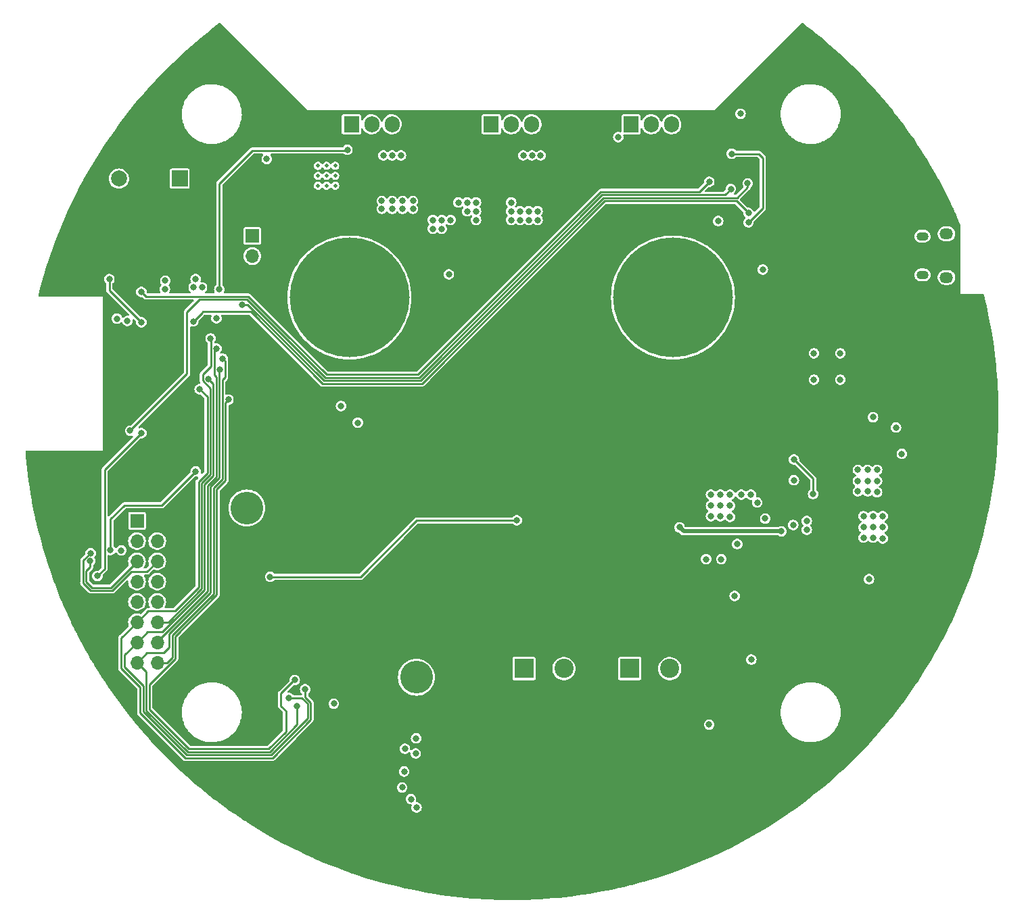
<source format=gbr>
%TF.GenerationSoftware,KiCad,Pcbnew,7.0.2-0*%
%TF.CreationDate,2023-08-15T10:21:39+08:00*%
%TF.ProjectId,H160_board,48313630-5f62-46f6-9172-642e6b696361,rev?*%
%TF.SameCoordinates,Original*%
%TF.FileFunction,Copper,L2,Inr*%
%TF.FilePolarity,Positive*%
%FSLAX46Y46*%
G04 Gerber Fmt 4.6, Leading zero omitted, Abs format (unit mm)*
G04 Created by KiCad (PCBNEW 7.0.2-0) date 2023-08-15 10:21:39*
%MOMM*%
%LPD*%
G01*
G04 APERTURE LIST*
%TA.AperFunction,ComponentPad*%
%ADD10R,2.400000X2.400000*%
%TD*%
%TA.AperFunction,ComponentPad*%
%ADD11C,2.400000*%
%TD*%
%TA.AperFunction,ComponentPad*%
%ADD12O,1.700000X1.350000*%
%TD*%
%TA.AperFunction,ComponentPad*%
%ADD13O,1.500000X1.100000*%
%TD*%
%TA.AperFunction,ComponentPad*%
%ADD14C,15.000000*%
%TD*%
%TA.AperFunction,ComponentPad*%
%ADD15C,4.100000*%
%TD*%
%TA.AperFunction,ComponentPad*%
%ADD16R,1.905000X2.000000*%
%TD*%
%TA.AperFunction,ComponentPad*%
%ADD17O,1.905000X2.000000*%
%TD*%
%TA.AperFunction,ComponentPad*%
%ADD18R,2.000000X2.000000*%
%TD*%
%TA.AperFunction,ComponentPad*%
%ADD19C,2.000000*%
%TD*%
%TA.AperFunction,ComponentPad*%
%ADD20R,1.700000X1.700000*%
%TD*%
%TA.AperFunction,ComponentPad*%
%ADD21O,1.700000X1.700000*%
%TD*%
%TA.AperFunction,ComponentPad*%
%ADD22C,0.500000*%
%TD*%
%TA.AperFunction,ViaPad*%
%ADD23C,0.800000*%
%TD*%
%TA.AperFunction,Conductor*%
%ADD24C,0.250000*%
%TD*%
%TA.AperFunction,Conductor*%
%ADD25C,0.500000*%
%TD*%
G04 APERTURE END LIST*
D10*
%TO.N,+VDC*%
%TO.C,C4*%
X101601041Y-132000000D03*
D11*
%TO.N,GND*%
X106601041Y-132000000D03*
%TD*%
D12*
%TO.N,GND*%
%TO.C,J6*%
X154480000Y-82990000D03*
D13*
X151480000Y-82680000D03*
X151480000Y-77840000D03*
D12*
X154480000Y-77530000D03*
%TD*%
D14*
%TO.N,+VDC*%
%TO.C,H2*%
X120250000Y-85500000D03*
%TD*%
D15*
%TO.N,+VDC*%
%TO.C,H1*%
X88131000Y-133092000D03*
%TD*%
D16*
%TO.N,/MOTOR_GATE_A*%
%TO.C,Q4*%
X97500000Y-63800000D03*
D17*
%TO.N,/MOTOR(-)*%
X100040000Y-63800000D03*
%TO.N,Net-(Q4-S)*%
X102580000Y-63800000D03*
%TD*%
D15*
%TO.N,GND*%
%TO.C,H4*%
X66907000Y-111879000D03*
%TD*%
D16*
%TO.N,/MOTOR_GATE_B*%
%TO.C,Q5*%
X80000000Y-63800000D03*
D17*
%TO.N,/MOTOR(-)*%
X82540000Y-63800000D03*
%TO.N,Net-(Q5-S)*%
X85080000Y-63800000D03*
%TD*%
D18*
%TO.N,+12V*%
%TO.C,BZ1*%
X58500000Y-70600000D03*
D19*
%TO.N,Net-(BZ1-+)*%
X50900000Y-70600000D03*
%TD*%
D20*
%TO.N,Net-(J2-Pin_1)*%
%TO.C,J2*%
X67600000Y-77775000D03*
D21*
%TO.N,/TRIGGER*%
X67600000Y-80315000D03*
%TD*%
D22*
%TO.N,GND*%
%TO.C,U5*%
X77975000Y-71500000D03*
X77975000Y-70250000D03*
X77975000Y-69000000D03*
X76900000Y-71500000D03*
X76900000Y-70250000D03*
X76900000Y-69000000D03*
X75825000Y-71500000D03*
X75825000Y-70250000D03*
X75825000Y-69000000D03*
%TD*%
D20*
%TO.N,+12V*%
%TO.C,J4*%
X53160000Y-113480000D03*
D21*
%TO.N,+3V3*%
X55700000Y-113480000D03*
%TO.N,GND*%
X53160000Y-116020000D03*
X55700000Y-116020000D03*
%TO.N,/SCL*%
X53160000Y-118560000D03*
%TO.N,/SDA*%
X55700000Y-118560000D03*
%TO.N,GND*%
X53160000Y-121100000D03*
X55700000Y-121100000D03*
%TO.N,/ADC3*%
X53160000Y-123640000D03*
%TO.N,/ADC2*%
X55700000Y-123640000D03*
%TO.N,/MOSI*%
X53160000Y-126180000D03*
%TO.N,/CS4*%
X55700000Y-126180000D03*
%TO.N,/SCK*%
X53160000Y-128720000D03*
%TO.N,/CS3*%
X55700000Y-128720000D03*
%TO.N,/MISO*%
X53160000Y-131260000D03*
%TO.N,/CS2*%
X55700000Y-131260000D03*
%TD*%
D10*
%TO.N,+VDC*%
%TO.C,C5*%
X114850000Y-132000000D03*
D11*
%TO.N,GND*%
X119850000Y-132000000D03*
%TD*%
D14*
%TO.N,/MOTOR(-)*%
%TO.C,H3*%
X79750000Y-85500000D03*
%TD*%
D16*
%TO.N,/MOTOR(-)*%
%TO.C,Q3*%
X115000000Y-63800000D03*
D17*
%TO.N,+VDC*%
X117540000Y-63800000D03*
%TO.N,/MOTOR(-)*%
X120080000Y-63800000D03*
%TD*%
D23*
%TO.N,/CS0*%
X72900000Y-133425000D03*
%TO.N,Net-(BT1-+)*%
X100700000Y-113425000D03*
X69825000Y-120500000D03*
%TO.N,GND*%
X92400000Y-75800000D03*
X90200000Y-76900000D03*
X145800000Y-108500000D03*
X90200000Y-75800000D03*
X137000000Y-113500000D03*
X127400000Y-111600000D03*
X126200000Y-110200000D03*
X143400000Y-107100000D03*
X91300000Y-76900000D03*
X144100000Y-115600000D03*
X91300000Y-75800000D03*
X125000000Y-110200000D03*
X146500000Y-112900000D03*
X145800000Y-107100000D03*
X144600000Y-109800000D03*
X126200000Y-111600000D03*
X137900000Y-92500000D03*
X145300000Y-115600000D03*
X125000000Y-112900000D03*
X145300000Y-114300000D03*
X137900000Y-95800000D03*
X145800000Y-109900000D03*
X146500000Y-115700000D03*
X141200000Y-92500000D03*
X144100000Y-112900000D03*
X144600000Y-107100000D03*
X125000000Y-111600000D03*
X127400000Y-113000000D03*
X137000000Y-114600000D03*
X126200000Y-112900000D03*
X145300000Y-112900000D03*
X127400000Y-110200000D03*
X146500000Y-114300000D03*
X144600000Y-108500000D03*
X144100000Y-114300000D03*
X143400000Y-109800000D03*
X141200000Y-95800000D03*
X143400000Y-108500000D03*
%TO.N,/CS0*%
X64600000Y-98300000D03*
%TO.N,/MOSI*%
X61000000Y-97000000D03*
X74200000Y-134600000D03*
%TO.N,/SCK*%
X62100000Y-95710000D03*
X72200000Y-135700000D03*
%TO.N,/MISO*%
X63500000Y-94500000D03*
X73200000Y-136700000D03*
%TO.N,/CS2*%
X63900000Y-93170000D03*
%TO.N,/CS3*%
X63100000Y-91900000D03*
%TO.N,/CS4*%
X62370000Y-90630000D03*
%TO.N,/BUZZER*%
X53700000Y-88600000D03*
X49700000Y-83200000D03*
%TO.N,Net-(D5-K)*%
X127600000Y-67500000D03*
X129700000Y-76100000D03*
%TO.N,Net-(Q4-S)*%
X103700000Y-67700000D03*
X102600000Y-67700000D03*
X101500000Y-67700000D03*
%TO.N,+12V*%
X69400000Y-68150000D03*
X128800000Y-110200000D03*
X145300000Y-100500000D03*
%TO.N,+5V*%
X128700000Y-62475000D03*
X148175000Y-101800000D03*
X125909993Y-75927367D03*
X131500000Y-82000000D03*
%TO.N,/MOTOR(-)*%
X113400000Y-65400000D03*
%TO.N,/VCC1*%
X135400000Y-105800000D03*
X137800000Y-110129500D03*
%TO.N,/SCL*%
X47300000Y-118500000D03*
%TO.N,/SDA*%
X47350000Y-117550000D03*
%TO.N,+VDC*%
X121075000Y-114300000D03*
X133825000Y-114800000D03*
%TO.N,SD_D2*%
X56700000Y-83400000D03*
X88150000Y-149400000D03*
%TO.N,SD_D3*%
X56650000Y-84450000D03*
X87450000Y-148350000D03*
%TO.N,SD_CMD*%
X50650000Y-88150000D03*
X86350000Y-146900000D03*
%TO.N,SD_CLK*%
X51950000Y-88450000D03*
X86600000Y-144900000D03*
%TO.N,SD_D0*%
X60250000Y-84250000D03*
X88050000Y-142650000D03*
%TO.N,SD_D1*%
X60500000Y-83200000D03*
X86700000Y-142050000D03*
%TO.N,SD_DET*%
X88100000Y-140750000D03*
X61300000Y-84250000D03*
%TO.N,/MOTOR_PWM*%
X63450000Y-84500000D03*
X79500000Y-67000000D03*
%TO.N,/ADC_INT*%
X53700000Y-102500000D03*
X48200000Y-120400000D03*
%TO.N,/FB*%
X135400000Y-108400000D03*
X148900000Y-105100000D03*
%TO.N,+3V3*%
X67700000Y-125600000D03*
X81200000Y-134700000D03*
X144100000Y-90600000D03*
X79600000Y-73600000D03*
X96600000Y-77200000D03*
X93800000Y-145100000D03*
X145200000Y-90600000D03*
X60700000Y-105900000D03*
X55300000Y-107200000D03*
X74300000Y-73700000D03*
X60800000Y-81900000D03*
X51100000Y-109900000D03*
X146300000Y-90600000D03*
X47850000Y-114700000D03*
X68925000Y-75850000D03*
X145200000Y-89500000D03*
%TO.N,/SENSE+*%
X144800000Y-120800000D03*
X130000000Y-110200000D03*
%TO.N,/IRQ_ORIENT*%
X78700000Y-99100000D03*
X77800000Y-136400000D03*
X63100000Y-88100000D03*
X80800000Y-101200000D03*
%TO.N,/FT_BOOT*%
X129600000Y-71200000D03*
X66350000Y-86397500D03*
%TO.N,/FT_RST*%
X52300000Y-102200000D03*
X127500000Y-71900000D03*
%TO.N,/FT_RX*%
X53700000Y-84800000D03*
X124800000Y-71000000D03*
%TO.N,/FT_TX*%
X129700000Y-74900000D03*
X60200000Y-88500000D03*
%TO.N,Net-(Q2-D)*%
X127975000Y-122900000D03*
X128300000Y-116400000D03*
%TO.N,Net-(Q1-G)*%
X131800000Y-113200000D03*
X124400000Y-118300000D03*
%TO.N,Net-(Q2-G)*%
X130800000Y-111200000D03*
X126300000Y-118300000D03*
%TO.N,Net-(Q5-S)*%
X84000000Y-67700000D03*
X85100000Y-67700000D03*
X86200000Y-67700000D03*
%TO.N,Net-(U1-EN{slash}SYNC)*%
X130050000Y-130875000D03*
X135300000Y-114000000D03*
%TO.N,Net-(U4-IP+)*%
X95600000Y-75800000D03*
X102200000Y-75800000D03*
X94500000Y-74700000D03*
X100000000Y-74700000D03*
X87700000Y-74400000D03*
X86400000Y-73400000D03*
X101100000Y-75800000D03*
X86400000Y-74400000D03*
X94500000Y-73600000D03*
X93400000Y-73600000D03*
X103300000Y-75800000D03*
X100000000Y-75800000D03*
X95600000Y-74700000D03*
X85100000Y-73400000D03*
X85100000Y-74400000D03*
X95600000Y-73600000D03*
X87700000Y-73400000D03*
X83800000Y-74400000D03*
X101100000Y-74700000D03*
X100000000Y-73600000D03*
X103300000Y-74700000D03*
X102200000Y-74700000D03*
X83800000Y-73400000D03*
%TO.N,Net-(U9-AIN2)*%
X51200000Y-117200000D03*
X124775000Y-139025000D03*
%TO.N,Net-(U9-AIN3)*%
X92200000Y-82600000D03*
X49833310Y-117133310D03*
X60500000Y-107300000D03*
%TD*%
D24*
%TO.N,/CS0*%
X72875000Y-133425000D02*
X72900000Y-133425000D01*
X71175000Y-135125000D02*
X72875000Y-133425000D01*
X71800263Y-137300263D02*
X71175000Y-136675000D01*
X71175000Y-136675000D02*
X71175000Y-135125000D01*
X71800263Y-139900263D02*
X71800263Y-137300263D01*
X69631526Y-142069000D02*
X71800263Y-139900263D01*
X59668474Y-142069000D02*
X69631526Y-142069000D01*
X54700000Y-137100526D02*
X59668474Y-142069000D01*
X54700000Y-133995239D02*
X54700000Y-137100526D01*
X57954000Y-130741239D02*
X54700000Y-133995239D01*
%TO.N,Net-(BT1-+)*%
X100700000Y-113425000D02*
X88200000Y-113425000D01*
X88200000Y-113425000D02*
X81125000Y-120500000D01*
X81125000Y-120500000D02*
X69825000Y-120500000D01*
%TO.N,/CS0*%
X64228000Y-108438842D02*
X63123000Y-109543842D01*
X63123000Y-109543842D02*
X63123000Y-122775948D01*
X63123000Y-122775948D02*
X57954000Y-127944948D01*
X57954000Y-127944948D02*
X57954000Y-130741239D01*
X64228000Y-98672000D02*
X64228000Y-108438842D01*
X64600000Y-98300000D02*
X64228000Y-98672000D01*
%TO.N,/MOSI*%
X61966000Y-97966000D02*
X61966000Y-107501894D01*
X61000000Y-97000000D02*
X61966000Y-97966000D01*
X54540000Y-124800000D02*
X53160000Y-126180000D01*
X51200000Y-128140000D02*
X51200000Y-131956158D01*
X61966000Y-107501894D02*
X60861000Y-108606894D01*
X53569000Y-137569000D02*
X59200000Y-143200000D01*
X60861000Y-121839000D02*
X57900000Y-124800000D01*
X57900000Y-124800000D02*
X54540000Y-124800000D01*
X53160000Y-126180000D02*
X51200000Y-128140000D01*
X74877000Y-138423000D02*
X74877000Y-136243842D01*
X74200000Y-135566842D02*
X74200000Y-134600000D01*
X53569000Y-134325158D02*
X53569000Y-137569000D01*
X59200000Y-143200000D02*
X70100000Y-143200000D01*
X60861000Y-108606894D02*
X60861000Y-121839000D01*
X70100000Y-143200000D02*
X74877000Y-138423000D01*
X51200000Y-131956158D02*
X53569000Y-134325158D01*
X74877000Y-136243842D02*
X74200000Y-135566842D01*
%TO.N,/SCK*%
X53160000Y-128720000D02*
X51577000Y-130303000D01*
X74500000Y-136400000D02*
X73800000Y-135700000D01*
X56366316Y-127400000D02*
X61615000Y-122151316D01*
X61615000Y-122151316D02*
X61615000Y-108919210D01*
X61615000Y-108919210D02*
X62720000Y-107814210D01*
X51577000Y-130303000D02*
X51577000Y-131800000D01*
X53160000Y-128720000D02*
X54480000Y-127400000D01*
X74500000Y-138266842D02*
X74500000Y-136400000D01*
X59356158Y-142823000D02*
X69943842Y-142823000D01*
X73800000Y-135700000D02*
X72200000Y-135700000D01*
X53946000Y-137412842D02*
X59356158Y-142823000D01*
X69943842Y-142823000D02*
X74500000Y-138266842D01*
X62720000Y-107814210D02*
X62720000Y-96330000D01*
X53946000Y-134169000D02*
X53946000Y-137412842D01*
X51577000Y-131800000D02*
X53946000Y-134169000D01*
X54480000Y-127400000D02*
X56366316Y-127400000D01*
X62720000Y-96330000D02*
X62100000Y-95710000D01*
%TO.N,/MISO*%
X57200000Y-127632632D02*
X57200000Y-129300000D01*
X54420000Y-130000000D02*
X53160000Y-131260000D01*
X53160000Y-131260000D02*
X54323000Y-132423000D01*
X56500000Y-130000000D02*
X54420000Y-130000000D01*
X57200000Y-129300000D02*
X56500000Y-130000000D01*
X63474000Y-94526000D02*
X63474000Y-108126526D01*
X54323000Y-137256684D02*
X59512316Y-142446000D01*
X59512316Y-142446000D02*
X69787684Y-142446000D01*
X73200000Y-139033684D02*
X73200000Y-136700000D01*
X69787684Y-142446000D02*
X73200000Y-139033684D01*
X63500000Y-94500000D02*
X63474000Y-94526000D01*
X63474000Y-108126526D02*
X62369000Y-109231526D01*
X62369000Y-122463632D02*
X57200000Y-127632632D01*
X62369000Y-109231526D02*
X62369000Y-122463632D01*
X54323000Y-132423000D02*
X54323000Y-137256684D01*
%TO.N,/CS2*%
X62746000Y-109387684D02*
X63851000Y-108282684D01*
X57577000Y-130585081D02*
X57577000Y-127788790D01*
X62746000Y-122619790D02*
X62746000Y-109387684D01*
X56902081Y-131260000D02*
X57577000Y-130585081D01*
X64200000Y-95500000D02*
X64200000Y-93470000D01*
X57577000Y-127788790D02*
X62746000Y-122619790D01*
X63851000Y-95849000D02*
X64200000Y-95500000D01*
X55700000Y-131260000D02*
X56902081Y-131260000D01*
X64200000Y-93470000D02*
X63900000Y-93170000D01*
X63851000Y-108282684D02*
X63851000Y-95849000D01*
%TO.N,/CS3*%
X61992000Y-109075368D02*
X63097000Y-107970368D01*
X55700000Y-128599474D02*
X61992000Y-122307474D01*
X62848000Y-95251000D02*
X62848000Y-92152000D01*
X61992000Y-122307474D02*
X61992000Y-109075368D01*
X63097000Y-107970368D02*
X63097000Y-95500000D01*
X62848000Y-92152000D02*
X63100000Y-91900000D01*
X63097000Y-95500000D02*
X62848000Y-95251000D01*
%TO.N,/CS4*%
X62400000Y-90660000D02*
X62370000Y-90630000D01*
X55700000Y-126180000D02*
X57053158Y-126180000D01*
X62400000Y-94100000D02*
X62400000Y-90660000D01*
X61400000Y-95932068D02*
X61400000Y-95100000D01*
X57053158Y-126180000D02*
X61238000Y-121995158D01*
X61400000Y-95100000D02*
X62400000Y-94100000D01*
X61238000Y-121995158D02*
X61238000Y-108763052D01*
X62343000Y-107658052D02*
X62343000Y-96875068D01*
X62343000Y-96875068D02*
X61400000Y-95932068D01*
X61238000Y-108763052D02*
X62343000Y-107658052D01*
%TO.N,/BUZZER*%
X53700000Y-88600000D02*
X49700000Y-84600000D01*
X49700000Y-84600000D02*
X49700000Y-83200000D01*
%TO.N,Net-(D5-K)*%
X131000000Y-67500000D02*
X131500000Y-68000000D01*
X131500000Y-74300000D02*
X129700000Y-76100000D01*
X127600000Y-67500000D02*
X131000000Y-67500000D01*
X131500000Y-68000000D02*
X131500000Y-74300000D01*
%TO.N,/VCC1*%
X137800000Y-108200000D02*
X135400000Y-105800000D01*
X137800000Y-110129500D02*
X137800000Y-108200000D01*
%TO.N,/SCL*%
X47550000Y-121850000D02*
X49870000Y-121850000D01*
X47300000Y-119300000D02*
X46800000Y-119800000D01*
X46800000Y-121100000D02*
X47550000Y-121850000D01*
X46800000Y-119800000D02*
X46800000Y-121100000D01*
X47300000Y-118500000D02*
X47300000Y-119300000D01*
X49870000Y-121850000D02*
X53160000Y-118560000D01*
%TO.N,/SDA*%
X52403158Y-119850000D02*
X54410000Y-119850000D01*
X46423000Y-118454932D02*
X46423000Y-121256158D01*
X54410000Y-119850000D02*
X55700000Y-118560000D01*
X47393841Y-122227000D02*
X50026158Y-122227000D01*
X47350000Y-117550000D02*
X47327932Y-117550000D01*
X46423000Y-121256158D02*
X47393841Y-122227000D01*
X50026158Y-122227000D02*
X52403158Y-119850000D01*
X47327932Y-117550000D02*
X46423000Y-118454932D01*
D25*
%TO.N,+VDC*%
X121575000Y-114800000D02*
X121075000Y-114300000D01*
X133825000Y-114800000D02*
X121575000Y-114800000D01*
D24*
%TO.N,/MOTOR_PWM*%
X67600000Y-67100000D02*
X63450000Y-71250000D01*
X79500000Y-67000000D02*
X79400000Y-67100000D01*
X63450000Y-71250000D02*
X63450000Y-84500000D01*
X79400000Y-67100000D02*
X67600000Y-67100000D01*
%TO.N,/ADC_INT*%
X49100000Y-119500000D02*
X49100000Y-107100000D01*
X48200000Y-120400000D02*
X49100000Y-119500000D01*
X49100000Y-107100000D02*
X53700000Y-102500000D01*
%TO.N,/FT_BOOT*%
X111543842Y-73023000D02*
X88643842Y-95923000D01*
X129600000Y-71200000D02*
X129600000Y-71700000D01*
X128277000Y-73023000D02*
X111543842Y-73023000D01*
X88643842Y-95923000D02*
X76556158Y-95923000D01*
X67030658Y-86397500D02*
X66350000Y-86397500D01*
X76556158Y-95923000D02*
X67030658Y-86397500D01*
X129600000Y-71700000D02*
X128277000Y-73023000D01*
%TO.N,/FT_RST*%
X66912316Y-85746000D02*
X60987683Y-85746000D01*
X59416842Y-95083158D02*
X52300000Y-102200000D01*
X111387684Y-72646000D02*
X88487684Y-95546000D01*
X59416842Y-87316842D02*
X59416842Y-95083158D01*
X76712316Y-95546000D02*
X66912316Y-85746000D01*
X88487684Y-95546000D02*
X76712316Y-95546000D01*
X60987683Y-85746000D02*
X59416842Y-87316842D01*
X127500000Y-71900000D02*
X126754000Y-72646000D01*
X126754000Y-72646000D02*
X111387684Y-72646000D01*
%TO.N,/FT_RX*%
X54269000Y-85369000D02*
X53700000Y-84800000D01*
X120600000Y-72269000D02*
X111231526Y-72269000D01*
X71599737Y-89900263D02*
X67068475Y-85369000D01*
X82800000Y-95169000D02*
X76868474Y-95169000D01*
X61500000Y-85369000D02*
X54269000Y-85369000D01*
X67068475Y-85369000D02*
X61500000Y-85369000D01*
X123531000Y-72269000D02*
X120600000Y-72269000D01*
X88331526Y-95169000D02*
X82800000Y-95169000D01*
X98850263Y-84650263D02*
X88331526Y-95169000D01*
X124800000Y-71000000D02*
X123531000Y-72269000D01*
X111231526Y-72269000D02*
X98850263Y-84650263D01*
X76868474Y-95169000D02*
X71599737Y-89900263D01*
%TO.N,/FT_TX*%
X88800000Y-96300000D02*
X76400000Y-96300000D01*
X61400000Y-87300000D02*
X61200000Y-87500000D01*
X111700000Y-73400000D02*
X88800000Y-96300000D01*
X67400000Y-87300000D02*
X61400000Y-87300000D01*
X61200000Y-87500000D02*
X60200000Y-88500000D01*
X76400000Y-96300000D02*
X67400000Y-87300000D01*
X129700000Y-74900000D02*
X128200000Y-73400000D01*
X128200000Y-73400000D02*
X111700000Y-73400000D01*
%TO.N,Net-(U9-AIN3)*%
X49833310Y-113266690D02*
X51550000Y-111550000D01*
X49833310Y-117133310D02*
X49833310Y-113266690D01*
X56250000Y-111550000D02*
X60500000Y-107300000D01*
X51550000Y-111550000D02*
X56250000Y-111550000D01*
%TD*%
%TA.AperFunction,Conductor*%
%TO.N,+3V3*%
G36*
X136482374Y-51117266D02*
G01*
X136514824Y-51135178D01*
X137119146Y-51596500D01*
X137608072Y-51970179D01*
X137610411Y-51972010D01*
X138243757Y-52480161D01*
X138783962Y-52915117D01*
X138786115Y-52916891D01*
X139395283Y-53430313D01*
X139936058Y-53888758D01*
X139938080Y-53890510D01*
X140530031Y-54414390D01*
X141063704Y-54890540D01*
X141065580Y-54892247D01*
X141642134Y-55427883D01*
X142167185Y-55920761D01*
X142729917Y-56469466D01*
X143243886Y-56977008D01*
X143792209Y-57538131D01*
X144294136Y-58059517D01*
X144509344Y-58290663D01*
X144828078Y-58633002D01*
X145303915Y-59153002D01*
X145317262Y-59167587D01*
X145661282Y-59555461D01*
X145836803Y-59753357D01*
X146287730Y-60271891D01*
X146312681Y-60300583D01*
X146817677Y-60898441D01*
X147134722Y-61282213D01*
X147233581Y-61401880D01*
X147279740Y-61457753D01*
X147770044Y-62067502D01*
X147975916Y-62329955D01*
X148217887Y-62638431D01*
X148693327Y-63259852D01*
X149126485Y-63841801D01*
X149586913Y-64474711D01*
X150004985Y-65067118D01*
X150450231Y-65711309D01*
X150852873Y-66313646D01*
X150997936Y-66534760D01*
X151282760Y-66968908D01*
X151669576Y-67580518D01*
X152083959Y-68246690D01*
X152454537Y-68866825D01*
X152853396Y-69543976D01*
X153207054Y-70171318D01*
X153366385Y-70457401D01*
X153589941Y-70858804D01*
X153591153Y-70861032D01*
X153926563Y-71492862D01*
X154294359Y-72192485D01*
X154295581Y-72194872D01*
X154611968Y-72829115D01*
X154894701Y-73400000D01*
X154965622Y-73543200D01*
X154966848Y-73545747D01*
X155260457Y-74173618D01*
X155293920Y-74245500D01*
X155600725Y-74904551D01*
X155603301Y-74910083D01*
X155604523Y-74912792D01*
X155851109Y-75476881D01*
X155923272Y-75642219D01*
X156182955Y-76237200D01*
X156188980Y-76251003D01*
X156199500Y-76301405D01*
X156199500Y-85025072D01*
X156199415Y-85025500D01*
X156199458Y-85049999D01*
X156199500Y-85050099D01*
X156199616Y-85050382D01*
X156199617Y-85050383D01*
X156200000Y-85050541D01*
X156200002Y-85050539D01*
X156225014Y-85050524D01*
X156225014Y-85050528D01*
X156225158Y-85050500D01*
X159050197Y-85050500D01*
X159118318Y-85070502D01*
X159164811Y-85124158D01*
X159172736Y-85147175D01*
X159368084Y-85963596D01*
X159509908Y-86556327D01*
X159510613Y-86559450D01*
X159832278Y-88072723D01*
X159832904Y-88075863D01*
X160116019Y-89596842D01*
X160116565Y-89599997D01*
X160360940Y-91127666D01*
X160361406Y-91130834D01*
X160553676Y-92565638D01*
X160567191Y-92667021D01*
X160567565Y-92670115D01*
X160710741Y-93993132D01*
X160734331Y-94212813D01*
X160734624Y-94215897D01*
X160837321Y-95459582D01*
X160862026Y-95762379D01*
X160862239Y-95765450D01*
X160929862Y-96951048D01*
X160950193Y-97314704D01*
X160950326Y-97317761D01*
X160986358Y-98458925D01*
X160998771Y-98868661D01*
X160998827Y-98871701D01*
X161005630Y-99977344D01*
X161007737Y-100423436D01*
X161007715Y-100426457D01*
X160986991Y-101502427D01*
X160977080Y-101977955D01*
X160976981Y-101980956D01*
X160929993Y-103032154D01*
X160906828Y-103531042D01*
X160906655Y-103534021D01*
X160834398Y-104563376D01*
X160797012Y-105081997D01*
X160796764Y-105084952D01*
X160700027Y-106094903D01*
X160647721Y-106629548D01*
X160647400Y-106632477D01*
X160526849Y-107624692D01*
X160459031Y-108172876D01*
X160458638Y-108175776D01*
X160314820Y-109151686D01*
X160231086Y-109710825D01*
X160230623Y-109713695D01*
X160063936Y-110674783D01*
X159964035Y-111242421D01*
X159963502Y-111245260D01*
X159774414Y-112191966D01*
X159658031Y-112766775D01*
X159657430Y-112769581D01*
X159446325Y-113702439D01*
X159313276Y-114282864D01*
X159312607Y-114285635D01*
X159079809Y-115205159D01*
X158930021Y-115789590D01*
X158929287Y-115792325D01*
X158675143Y-116698711D01*
X158508484Y-117286115D01*
X158507686Y-117288812D01*
X158232553Y-118182083D01*
X158048938Y-118771439D01*
X158048077Y-118774097D01*
X157752272Y-119654329D01*
X157551711Y-120244519D01*
X157550789Y-120247137D01*
X157234568Y-121114483D01*
X157017105Y-121704462D01*
X157016123Y-121707038D01*
X156679773Y-122561479D01*
X156445482Y-123150281D01*
X156444442Y-123152813D01*
X156088244Y-123994286D01*
X155837202Y-124581063D01*
X155836106Y-124583550D01*
X155460420Y-125411785D01*
X155192628Y-125995955D01*
X155191476Y-125998397D01*
X154796517Y-126813410D01*
X154512291Y-127393794D01*
X154511087Y-127396188D01*
X154097084Y-128197929D01*
X153796496Y-128773964D01*
X153795240Y-128776310D01*
X153362668Y-129564233D01*
X153045736Y-130135494D01*
X153044430Y-130137791D01*
X152593654Y-130911589D01*
X152260595Y-131477332D01*
X152259241Y-131479579D01*
X151790381Y-132239355D01*
X151441512Y-132798739D01*
X151440111Y-132800935D01*
X150953510Y-133546388D01*
X150589003Y-134098878D01*
X150587557Y-134101022D01*
X150083612Y-134831782D01*
X149703657Y-135376850D01*
X149702168Y-135378940D01*
X149181214Y-136094742D01*
X148786000Y-136631892D01*
X148784470Y-136633929D01*
X148246839Y-137334512D01*
X147836711Y-137863082D01*
X147835140Y-137865064D01*
X147281230Y-138550094D01*
X146855513Y-139070715D01*
X146284962Y-139740759D01*
X145844677Y-140251953D01*
X145258524Y-140905904D01*
X144804116Y-141407002D01*
X144202666Y-142044650D01*
X143734443Y-142535182D01*
X143118147Y-143156171D01*
X142636377Y-143635733D01*
X142005599Y-144239810D01*
X141510622Y-144707950D01*
X140865800Y-145294803D01*
X140357906Y-145751137D01*
X139699500Y-146320450D01*
X139178977Y-146764620D01*
X138507332Y-147316184D01*
X137974644Y-147747701D01*
X137290166Y-148281271D01*
X136745633Y-148699793D01*
X136048803Y-149215071D01*
X135492758Y-149620261D01*
X134784016Y-150116998D01*
X134216845Y-150508500D01*
X133496590Y-150986485D01*
X132918731Y-151363929D01*
X132187494Y-151822873D01*
X131599185Y-152186037D01*
X130857435Y-152625714D01*
X130259205Y-152974206D01*
X129507186Y-153394522D01*
X128899586Y-153727972D01*
X128137875Y-154128652D01*
X127521151Y-154446876D01*
X126750250Y-154827706D01*
X126124896Y-155130400D01*
X125345280Y-155491190D01*
X124711625Y-155778150D01*
X123923821Y-156118698D01*
X123282359Y-156389656D01*
X122486763Y-156709834D01*
X121837988Y-156964543D01*
X121035112Y-157264179D01*
X120379400Y-157502454D01*
X119569852Y-157781358D01*
X118907594Y-158003021D01*
X118091784Y-158261087D01*
X117423525Y-158465919D01*
X116602050Y-158702991D01*
X116142380Y-158831131D01*
X115928069Y-158890873D01*
X115101458Y-159106834D01*
X114821593Y-159177194D01*
X114422403Y-159277552D01*
X113591018Y-159472335D01*
X113380503Y-159519574D01*
X112907356Y-159625745D01*
X112071666Y-159799262D01*
X111383947Y-159935220D01*
X110544532Y-160087373D01*
X109853108Y-160205787D01*
X109010518Y-160336496D01*
X108315892Y-160437257D01*
X107470710Y-160546457D01*
X107258963Y-160571665D01*
X106773265Y-160629487D01*
X105925943Y-160717139D01*
X105226278Y-160782346D01*
X104377272Y-160848418D01*
X103675922Y-160895738D01*
X102825849Y-160940200D01*
X102123119Y-160969595D01*
X101272525Y-160992433D01*
X100568989Y-161003862D01*
X99718384Y-161005081D01*
X99014469Y-160998521D01*
X98164394Y-160978133D01*
X97460635Y-160953576D01*
X96611561Y-160911606D01*
X95908425Y-160869055D01*
X95060954Y-160805544D01*
X94358872Y-160745012D01*
X93513526Y-160660012D01*
X92813008Y-160581531D01*
X91970251Y-160475100D01*
X91271867Y-160378727D01*
X90432157Y-160250926D01*
X89736371Y-160136720D01*
X88900303Y-159987646D01*
X88207510Y-159855664D01*
X87375697Y-159685435D01*
X86686304Y-159535745D01*
X85859243Y-159344474D01*
X85173785Y-159177185D01*
X84351854Y-158964960D01*
X83670943Y-158780218D01*
X83120408Y-158623045D01*
X82854688Y-158547184D01*
X82509899Y-158444107D01*
X82178689Y-158345089D01*
X81633177Y-158174245D01*
X81368662Y-158091404D01*
X81098397Y-158003021D01*
X80697999Y-157872080D01*
X80158326Y-157687882D01*
X79894652Y-157597885D01*
X79540173Y-157471845D01*
X79229854Y-157361506D01*
X78433743Y-157066991D01*
X77775204Y-156813698D01*
X76986775Y-156499026D01*
X76335003Y-156229017D01*
X75816564Y-156006670D01*
X75554803Y-155894406D01*
X75116959Y-155699764D01*
X74910091Y-155607801D01*
X74138696Y-155253496D01*
X73501556Y-154950525D01*
X72739326Y-154576691D01*
X72110223Y-154257577D01*
X71357647Y-153864449D01*
X70737003Y-153529413D01*
X69994597Y-153117257D01*
X69382766Y-152766493D01*
X68650968Y-152335544D01*
X68048474Y-151969362D01*
X67327682Y-151519845D01*
X66734920Y-151138497D01*
X66504428Y-150986485D01*
X66025625Y-150670708D01*
X65442941Y-150274427D01*
X64745608Y-149788660D01*
X64511118Y-149620261D01*
X64173414Y-149377738D01*
X63488510Y-148874307D01*
X63128519Y-148601568D01*
X62927174Y-148449022D01*
X62799393Y-148350000D01*
X86790693Y-148350000D01*
X86809850Y-148507780D01*
X86866212Y-148656394D01*
X86953974Y-148783538D01*
X86956502Y-148787201D01*
X87075471Y-148892599D01*
X87216207Y-148966463D01*
X87370529Y-149004500D01*
X87370531Y-149004500D01*
X87417463Y-149004500D01*
X87485584Y-149024502D01*
X87532077Y-149078158D01*
X87542181Y-149148432D01*
X87535275Y-149175180D01*
X87509850Y-149242218D01*
X87490693Y-149400000D01*
X87509850Y-149557780D01*
X87566212Y-149706394D01*
X87622997Y-149788660D01*
X87656502Y-149837201D01*
X87775471Y-149942599D01*
X87916207Y-150016463D01*
X88070529Y-150054500D01*
X88070531Y-150054500D01*
X88229469Y-150054500D01*
X88229471Y-150054500D01*
X88383793Y-150016463D01*
X88524529Y-149942599D01*
X88643498Y-149837201D01*
X88733787Y-149706395D01*
X88790149Y-149557782D01*
X88809307Y-149400000D01*
X88790149Y-149242218D01*
X88733787Y-149093605D01*
X88643498Y-148962799D01*
X88524529Y-148857401D01*
X88383793Y-148783537D01*
X88229471Y-148745500D01*
X88182537Y-148745500D01*
X88114416Y-148725498D01*
X88067923Y-148671842D01*
X88057819Y-148601568D01*
X88064725Y-148574820D01*
X88090149Y-148507781D01*
X88090149Y-148507780D01*
X88109307Y-148350000D01*
X88090149Y-148192218D01*
X88033787Y-148043605D01*
X87943498Y-147912799D01*
X87824529Y-147807401D01*
X87683793Y-147733537D01*
X87529471Y-147695500D01*
X87370529Y-147695500D01*
X87216207Y-147733537D01*
X87216206Y-147733537D01*
X87216204Y-147733538D01*
X87075472Y-147807400D01*
X86956501Y-147912799D01*
X86866212Y-148043605D01*
X86809850Y-148192219D01*
X86790693Y-148350000D01*
X62799393Y-148350000D01*
X62255047Y-147928169D01*
X61705018Y-147488879D01*
X61046114Y-146950930D01*
X60985585Y-146900000D01*
X85690693Y-146900000D01*
X85709850Y-147057780D01*
X85766212Y-147206394D01*
X85766213Y-147206395D01*
X85856502Y-147337201D01*
X85975471Y-147442599D01*
X86116207Y-147516463D01*
X86270529Y-147554500D01*
X86270531Y-147554500D01*
X86429469Y-147554500D01*
X86429471Y-147554500D01*
X86583793Y-147516463D01*
X86724529Y-147442599D01*
X86843498Y-147337201D01*
X86933787Y-147206395D01*
X86990149Y-147057782D01*
X87009307Y-146900000D01*
X86990149Y-146742218D01*
X86933787Y-146593605D01*
X86843498Y-146462799D01*
X86724529Y-146357401D01*
X86583793Y-146283537D01*
X86429471Y-146245500D01*
X86270529Y-146245500D01*
X86116207Y-146283537D01*
X86116206Y-146283537D01*
X86116204Y-146283538D01*
X85975472Y-146357400D01*
X85856501Y-146462799D01*
X85766212Y-146593605D01*
X85709850Y-146742219D01*
X85690693Y-146900000D01*
X60985585Y-146900000D01*
X60798067Y-146742219D01*
X60507668Y-146497871D01*
X59862455Y-145943189D01*
X59336087Y-145476803D01*
X59298287Y-145442599D01*
X58704829Y-144905593D01*
X58698833Y-144900000D01*
X85940693Y-144900000D01*
X85959850Y-145057780D01*
X86016212Y-145206394D01*
X86077237Y-145294803D01*
X86106502Y-145337201D01*
X86225471Y-145442599D01*
X86366207Y-145516463D01*
X86520529Y-145554500D01*
X86520531Y-145554500D01*
X86679469Y-145554500D01*
X86679471Y-145554500D01*
X86833793Y-145516463D01*
X86974529Y-145442599D01*
X87093498Y-145337201D01*
X87183787Y-145206395D01*
X87240149Y-145057782D01*
X87259307Y-144900000D01*
X87240149Y-144742218D01*
X87183787Y-144593605D01*
X87093498Y-144462799D01*
X86974529Y-144357401D01*
X86833793Y-144283537D01*
X86679471Y-144245500D01*
X86520529Y-144245500D01*
X86366207Y-144283537D01*
X86366206Y-144283537D01*
X86366204Y-144283538D01*
X86225472Y-144357400D01*
X86106501Y-144462799D01*
X86016212Y-144593605D01*
X85959850Y-144742219D01*
X85940693Y-144900000D01*
X58698833Y-144900000D01*
X58190810Y-144426144D01*
X57813672Y-144067036D01*
X57574136Y-143838951D01*
X57072627Y-143346608D01*
X56470876Y-142743739D01*
X56380153Y-142650002D01*
X55982430Y-142239064D01*
X55395900Y-141620793D01*
X55094118Y-141292599D01*
X54920770Y-141104079D01*
X54349847Y-140470782D01*
X53888382Y-139942437D01*
X53495777Y-139484036D01*
X53333493Y-139294555D01*
X52885923Y-138754880D01*
X52855757Y-138717791D01*
X52347399Y-138092769D01*
X52166618Y-137863082D01*
X51914082Y-137542226D01*
X51392261Y-136866266D01*
X50973455Y-136305230D01*
X50468628Y-135615748D01*
X50193600Y-135226972D01*
X50064688Y-135044742D01*
X49577182Y-134342138D01*
X49188313Y-133761508D01*
X48751250Y-133096119D01*
X48718483Y-133046234D01*
X48344866Y-132456302D01*
X47893097Y-131728896D01*
X47742643Y-131477332D01*
X47534984Y-131130118D01*
X47308031Y-130743087D01*
X47101528Y-130390928D01*
X46759155Y-129783759D01*
X46710858Y-129696381D01*
X46344290Y-129033197D01*
X46017878Y-128418095D01*
X45760645Y-127923432D01*
X45621900Y-127656623D01*
X45620151Y-127653113D01*
X45363970Y-127139039D01*
X45311672Y-127034093D01*
X44934822Y-126262093D01*
X44873403Y-126130524D01*
X44640950Y-125632575D01*
X44283506Y-124850524D01*
X44006130Y-124214412D01*
X43761037Y-123640000D01*
X52050767Y-123640000D01*
X52069654Y-123843819D01*
X52125672Y-124040702D01*
X52216910Y-124223933D01*
X52263012Y-124284981D01*
X52340268Y-124387285D01*
X52491538Y-124525186D01*
X52665573Y-124632944D01*
X52856444Y-124706888D01*
X53057653Y-124744500D01*
X53057655Y-124744500D01*
X53262345Y-124744500D01*
X53262347Y-124744500D01*
X53463556Y-124706888D01*
X53654427Y-124632944D01*
X53828462Y-124525186D01*
X53979732Y-124387285D01*
X54103088Y-124223935D01*
X54194328Y-124040701D01*
X54250345Y-123843821D01*
X54269232Y-123640000D01*
X54250345Y-123436179D01*
X54194328Y-123239299D01*
X54107526Y-123064977D01*
X54103089Y-123056066D01*
X54062905Y-123002854D01*
X53979732Y-122892715D01*
X53828462Y-122754814D01*
X53780087Y-122724861D01*
X53654428Y-122647056D01*
X53549740Y-122606500D01*
X53463556Y-122573112D01*
X53262347Y-122535500D01*
X53057653Y-122535500D01*
X52883877Y-122567984D01*
X52856444Y-122573112D01*
X52665571Y-122647056D01*
X52491539Y-122754813D01*
X52340267Y-122892716D01*
X52216910Y-123056066D01*
X52125672Y-123239297D01*
X52069654Y-123436180D01*
X52050767Y-123640000D01*
X43761037Y-123640000D01*
X43668344Y-123422760D01*
X43407666Y-122780625D01*
X43089782Y-121979836D01*
X42845875Y-121331973D01*
X42839062Y-121313452D01*
X42812138Y-121240256D01*
X46038580Y-121240256D01*
X46042532Y-121271951D01*
X46043500Y-121287538D01*
X46043500Y-121287603D01*
X46046954Y-121308307D01*
X46047704Y-121313452D01*
X46055243Y-121373920D01*
X46055272Y-121374012D01*
X46084262Y-121427582D01*
X46086645Y-121432211D01*
X46113405Y-121486950D01*
X46113461Y-121487024D01*
X46158272Y-121528277D01*
X46162030Y-121531882D01*
X47088425Y-122458278D01*
X47104808Y-122478453D01*
X47110773Y-122487582D01*
X47135982Y-122507203D01*
X47147683Y-122517537D01*
X47147723Y-122517577D01*
X47164818Y-122529782D01*
X47168982Y-122532887D01*
X47210722Y-122565375D01*
X47217065Y-122570312D01*
X47217152Y-122570357D01*
X47224858Y-122572651D01*
X47224861Y-122572653D01*
X47275549Y-122587743D01*
X47280465Y-122589318D01*
X47330514Y-122606500D01*
X47330515Y-122606500D01*
X47338123Y-122609112D01*
X47338209Y-122609124D01*
X47346248Y-122608791D01*
X47346250Y-122608792D01*
X47399053Y-122606608D01*
X47404261Y-122606500D01*
X49973732Y-122606500D01*
X49999589Y-122609181D01*
X50010258Y-122611419D01*
X50041954Y-122607468D01*
X50057540Y-122606500D01*
X50057598Y-122606500D01*
X50057601Y-122606500D01*
X50078352Y-122603036D01*
X50083401Y-122602300D01*
X50135941Y-122595752D01*
X50135946Y-122595749D01*
X50143940Y-122594753D01*
X50144000Y-122594734D01*
X50151084Y-122590900D01*
X50151085Y-122590900D01*
X50197569Y-122565742D01*
X50202201Y-122563359D01*
X50256965Y-122536587D01*
X50257012Y-122536552D01*
X50263245Y-122529782D01*
X50298288Y-122491713D01*
X50301871Y-122487979D01*
X51840873Y-120948977D01*
X51903183Y-120914953D01*
X51973998Y-120920018D01*
X52030834Y-120962565D01*
X52055645Y-121029085D01*
X52055429Y-121049699D01*
X52050767Y-121100004D01*
X52069654Y-121303819D01*
X52125672Y-121500702D01*
X52216910Y-121683933D01*
X52277314Y-121763921D01*
X52340268Y-121847285D01*
X52491538Y-121985186D01*
X52665573Y-122092944D01*
X52856444Y-122166888D01*
X53057653Y-122204500D01*
X53057655Y-122204500D01*
X53262345Y-122204500D01*
X53262347Y-122204500D01*
X53463556Y-122166888D01*
X53654427Y-122092944D01*
X53828462Y-121985186D01*
X53979732Y-121847285D01*
X54103088Y-121683935D01*
X54194328Y-121500701D01*
X54250345Y-121303821D01*
X54269232Y-121100000D01*
X54590767Y-121100000D01*
X54609654Y-121303819D01*
X54665672Y-121500702D01*
X54756910Y-121683933D01*
X54817314Y-121763921D01*
X54880268Y-121847285D01*
X55031538Y-121985186D01*
X55205573Y-122092944D01*
X55396444Y-122166888D01*
X55597653Y-122204500D01*
X55597655Y-122204500D01*
X55802345Y-122204500D01*
X55802347Y-122204500D01*
X56003556Y-122166888D01*
X56194427Y-122092944D01*
X56368462Y-121985186D01*
X56519732Y-121847285D01*
X56643088Y-121683935D01*
X56734328Y-121500701D01*
X56790345Y-121303821D01*
X56809232Y-121100000D01*
X56790345Y-120896179D01*
X56734328Y-120699299D01*
X56713654Y-120657780D01*
X56643089Y-120516066D01*
X56579176Y-120431432D01*
X56519732Y-120352715D01*
X56368462Y-120214814D01*
X56284983Y-120163126D01*
X56194428Y-120107056D01*
X56080184Y-120062798D01*
X56003556Y-120033112D01*
X55802347Y-119995500D01*
X55597653Y-119995500D01*
X55396443Y-120033111D01*
X55396444Y-120033112D01*
X55205571Y-120107056D01*
X55031539Y-120214813D01*
X55031537Y-120214814D01*
X55031538Y-120214814D01*
X54881530Y-120351565D01*
X54880267Y-120352716D01*
X54756910Y-120516066D01*
X54665672Y-120699297D01*
X54609654Y-120896180D01*
X54590767Y-121100000D01*
X54269232Y-121100000D01*
X54250345Y-120896179D01*
X54194328Y-120699299D01*
X54173654Y-120657780D01*
X54103089Y-120516066D01*
X54039176Y-120431432D01*
X54014086Y-120365017D01*
X54028886Y-120295580D01*
X54078877Y-120245167D01*
X54139726Y-120229500D01*
X54357574Y-120229500D01*
X54383431Y-120232181D01*
X54394100Y-120234419D01*
X54425796Y-120230468D01*
X54441382Y-120229500D01*
X54441440Y-120229500D01*
X54441443Y-120229500D01*
X54462194Y-120226036D01*
X54467243Y-120225300D01*
X54519783Y-120218752D01*
X54519788Y-120218749D01*
X54527782Y-120217753D01*
X54527842Y-120217734D01*
X54534926Y-120213900D01*
X54534927Y-120213900D01*
X54581411Y-120188742D01*
X54586043Y-120186359D01*
X54591816Y-120183537D01*
X54633568Y-120163126D01*
X54633568Y-120163125D01*
X54640807Y-120159587D01*
X54640854Y-120159552D01*
X54682130Y-120114714D01*
X54685713Y-120110979D01*
X55175036Y-119621656D01*
X55237346Y-119587632D01*
X55308161Y-119592697D01*
X55309601Y-119593244D01*
X55396444Y-119626888D01*
X55597653Y-119664500D01*
X55597655Y-119664500D01*
X55802345Y-119664500D01*
X55802347Y-119664500D01*
X56003556Y-119626888D01*
X56194427Y-119552944D01*
X56368462Y-119445186D01*
X56519732Y-119307285D01*
X56643088Y-119143935D01*
X56734328Y-118960701D01*
X56790345Y-118763821D01*
X56809232Y-118560000D01*
X56790345Y-118356179D01*
X56734328Y-118159299D01*
X56686277Y-118062799D01*
X56643089Y-117976066D01*
X56571312Y-117881018D01*
X56519732Y-117812715D01*
X56368462Y-117674814D01*
X56307713Y-117637200D01*
X56194428Y-117567056D01*
X56037843Y-117506395D01*
X56003556Y-117493112D01*
X55802347Y-117455500D01*
X55597653Y-117455500D01*
X55396444Y-117493111D01*
X55396444Y-117493112D01*
X55205571Y-117567056D01*
X55031539Y-117674813D01*
X55031537Y-117674814D01*
X55031538Y-117674814D01*
X54907588Y-117787810D01*
X54880267Y-117812716D01*
X54756910Y-117976066D01*
X54665672Y-118159297D01*
X54609654Y-118356180D01*
X54590767Y-118560000D01*
X54609654Y-118763819D01*
X54666878Y-118964944D01*
X54666281Y-119035938D01*
X54634784Y-119088520D01*
X54289711Y-119433595D01*
X54227399Y-119467620D01*
X54200615Y-119470500D01*
X54109520Y-119470500D01*
X54041399Y-119450498D01*
X53994906Y-119396842D01*
X53984802Y-119326568D01*
X54008970Y-119268568D01*
X54045571Y-119220099D01*
X54103088Y-119143935D01*
X54194328Y-118960701D01*
X54250345Y-118763821D01*
X54269232Y-118560000D01*
X54250345Y-118356179D01*
X54194328Y-118159299D01*
X54146277Y-118062799D01*
X54103089Y-117976066D01*
X54031312Y-117881018D01*
X53979732Y-117812715D01*
X53828462Y-117674814D01*
X53767713Y-117637200D01*
X53654428Y-117567056D01*
X53497843Y-117506395D01*
X53463556Y-117493112D01*
X53262347Y-117455500D01*
X53057653Y-117455500D01*
X52856443Y-117493111D01*
X52856444Y-117493112D01*
X52665571Y-117567056D01*
X52491539Y-117674813D01*
X52491537Y-117674814D01*
X52491538Y-117674814D01*
X52367588Y-117787810D01*
X52340267Y-117812716D01*
X52216910Y-117976066D01*
X52125672Y-118159297D01*
X52069654Y-118356180D01*
X52050767Y-118560000D01*
X52069654Y-118763819D01*
X52126879Y-118964944D01*
X52126283Y-119035938D01*
X52094784Y-119088520D01*
X49749711Y-121433595D01*
X49687399Y-121467620D01*
X49660616Y-121470500D01*
X47759384Y-121470500D01*
X47691263Y-121450498D01*
X47670289Y-121433595D01*
X47216405Y-120979711D01*
X47182379Y-120917399D01*
X47179500Y-120890616D01*
X47179500Y-120400000D01*
X47540693Y-120400000D01*
X47559850Y-120557780D01*
X47616212Y-120706394D01*
X47705921Y-120836359D01*
X47706502Y-120837201D01*
X47825471Y-120942599D01*
X47966207Y-121016463D01*
X48120529Y-121054500D01*
X48120531Y-121054500D01*
X48279469Y-121054500D01*
X48279471Y-121054500D01*
X48433793Y-121016463D01*
X48574529Y-120942599D01*
X48693498Y-120837201D01*
X48783787Y-120706395D01*
X48840149Y-120557782D01*
X48859307Y-120400000D01*
X48853425Y-120351561D01*
X48865069Y-120281530D01*
X48889408Y-120247284D01*
X49331276Y-119805416D01*
X49351457Y-119789029D01*
X49360582Y-119783068D01*
X49380201Y-119757859D01*
X49390546Y-119746147D01*
X49390580Y-119746114D01*
X49402774Y-119729033D01*
X49405880Y-119724867D01*
X49438375Y-119683119D01*
X49438375Y-119683117D01*
X49443319Y-119676766D01*
X49443355Y-119676695D01*
X49445651Y-119668982D01*
X49445653Y-119668980D01*
X49460743Y-119618289D01*
X49462326Y-119613351D01*
X49470676Y-119589029D01*
X49479500Y-119563327D01*
X49479500Y-119563325D01*
X49482112Y-119555717D01*
X49482124Y-119555635D01*
X49481791Y-119547593D01*
X49481792Y-119547591D01*
X49479605Y-119494735D01*
X49479499Y-119489627D01*
X49479499Y-117881017D01*
X49499501Y-117812897D01*
X49553157Y-117766404D01*
X49623431Y-117756300D01*
X49635638Y-117758676D01*
X49753839Y-117787810D01*
X49753841Y-117787810D01*
X49912779Y-117787810D01*
X49912781Y-117787810D01*
X50067103Y-117749773D01*
X50207839Y-117675909D01*
X50326808Y-117570511D01*
X50392906Y-117474751D01*
X50448062Y-117430053D01*
X50518630Y-117422270D01*
X50582205Y-117453874D01*
X50614410Y-117501644D01*
X50616210Y-117506392D01*
X50706501Y-117637200D01*
X50706502Y-117637201D01*
X50825471Y-117742599D01*
X50966207Y-117816463D01*
X51120529Y-117854500D01*
X51120531Y-117854500D01*
X51279469Y-117854500D01*
X51279471Y-117854500D01*
X51433793Y-117816463D01*
X51574529Y-117742599D01*
X51693498Y-117637201D01*
X51783787Y-117506395D01*
X51840149Y-117357782D01*
X51859307Y-117200000D01*
X51840149Y-117042218D01*
X51783787Y-116893605D01*
X51693498Y-116762799D01*
X51574529Y-116657401D01*
X51433793Y-116583537D01*
X51279471Y-116545500D01*
X51120529Y-116545500D01*
X50966207Y-116583537D01*
X50966206Y-116583537D01*
X50966204Y-116583538D01*
X50825472Y-116657400D01*
X50706503Y-116762798D01*
X50640405Y-116858557D01*
X50585246Y-116903256D01*
X50514677Y-116911039D01*
X50451103Y-116879434D01*
X50418898Y-116831662D01*
X50417098Y-116826916D01*
X50326807Y-116696108D01*
X50255255Y-116632717D01*
X50217531Y-116572573D01*
X50212810Y-116538406D01*
X50212810Y-116019999D01*
X52050767Y-116019999D01*
X52069654Y-116223819D01*
X52125672Y-116420702D01*
X52216910Y-116603933D01*
X52277314Y-116683921D01*
X52340268Y-116767285D01*
X52491538Y-116905186D01*
X52605144Y-116975528D01*
X52656620Y-117007401D01*
X52665573Y-117012944D01*
X52856444Y-117086888D01*
X53057653Y-117124500D01*
X53057655Y-117124500D01*
X53262345Y-117124500D01*
X53262347Y-117124500D01*
X53463556Y-117086888D01*
X53654427Y-117012944D01*
X53828462Y-116905186D01*
X53979732Y-116767285D01*
X54103088Y-116603935D01*
X54194328Y-116420701D01*
X54250345Y-116223821D01*
X54269232Y-116020000D01*
X54590767Y-116020000D01*
X54609654Y-116223819D01*
X54665672Y-116420702D01*
X54756910Y-116603933D01*
X54817314Y-116683921D01*
X54880268Y-116767285D01*
X55031538Y-116905186D01*
X55145144Y-116975528D01*
X55196620Y-117007401D01*
X55205573Y-117012944D01*
X55396444Y-117086888D01*
X55597653Y-117124500D01*
X55597655Y-117124500D01*
X55802345Y-117124500D01*
X55802347Y-117124500D01*
X56003556Y-117086888D01*
X56194427Y-117012944D01*
X56368462Y-116905186D01*
X56519732Y-116767285D01*
X56643088Y-116603935D01*
X56734328Y-116420701D01*
X56790345Y-116223821D01*
X56809232Y-116020000D01*
X56803931Y-115962799D01*
X56790345Y-115816180D01*
X56783558Y-115792325D01*
X56734328Y-115619299D01*
X56652268Y-115454500D01*
X56643089Y-115436066D01*
X56572506Y-115342599D01*
X56519732Y-115272715D01*
X56368462Y-115134814D01*
X56269981Y-115073837D01*
X56194428Y-115027056D01*
X56098991Y-114990084D01*
X56003556Y-114953112D01*
X55802347Y-114915500D01*
X55597653Y-114915500D01*
X55413097Y-114949999D01*
X55396444Y-114953112D01*
X55205571Y-115027056D01*
X55031539Y-115134813D01*
X54880267Y-115272716D01*
X54756910Y-115436066D01*
X54665672Y-115619297D01*
X54609654Y-115816180D01*
X54590767Y-116020000D01*
X54269232Y-116020000D01*
X54263931Y-115962799D01*
X54250345Y-115816180D01*
X54243558Y-115792325D01*
X54194328Y-115619299D01*
X54112268Y-115454500D01*
X54103089Y-115436066D01*
X54032506Y-115342599D01*
X53979732Y-115272715D01*
X53828462Y-115134814D01*
X53729981Y-115073837D01*
X53654428Y-115027056D01*
X53558991Y-114990084D01*
X53463556Y-114953112D01*
X53262347Y-114915500D01*
X53057653Y-114915500D01*
X52873097Y-114949999D01*
X52856444Y-114953112D01*
X52665571Y-115027056D01*
X52491539Y-115134813D01*
X52340267Y-115272716D01*
X52216910Y-115436066D01*
X52125672Y-115619297D01*
X52069654Y-115816180D01*
X52050767Y-116019999D01*
X50212810Y-116019999D01*
X50212810Y-114355068D01*
X52055500Y-114355068D01*
X52070265Y-114429300D01*
X52126515Y-114513484D01*
X52170089Y-114542599D01*
X52210699Y-114569734D01*
X52284933Y-114584500D01*
X54035066Y-114584499D01*
X54035068Y-114584499D01*
X54084555Y-114574655D01*
X54109301Y-114569734D01*
X54193484Y-114513484D01*
X54249734Y-114429301D01*
X54264500Y-114355067D01*
X54264499Y-112604934D01*
X54264499Y-112604933D01*
X54264499Y-112604931D01*
X54249734Y-112530699D01*
X54193484Y-112446515D01*
X54109301Y-112390266D01*
X54080630Y-112384563D01*
X54035067Y-112375500D01*
X54035066Y-112375500D01*
X52284931Y-112375500D01*
X52210699Y-112390265D01*
X52126515Y-112446515D01*
X52070266Y-112530698D01*
X52055500Y-112604933D01*
X52055500Y-114355068D01*
X50212810Y-114355068D01*
X50212810Y-113476073D01*
X50232812Y-113407952D01*
X50249710Y-113386983D01*
X51670289Y-111966404D01*
X51732601Y-111932379D01*
X51759384Y-111929500D01*
X56197574Y-111929500D01*
X56223431Y-111932181D01*
X56234100Y-111934419D01*
X56265796Y-111930468D01*
X56281382Y-111929500D01*
X56281440Y-111929500D01*
X56281443Y-111929500D01*
X56302194Y-111926036D01*
X56307243Y-111925300D01*
X56359783Y-111918752D01*
X56359788Y-111918749D01*
X56367782Y-111917753D01*
X56367842Y-111917734D01*
X56374926Y-111913900D01*
X56374927Y-111913900D01*
X56421411Y-111888742D01*
X56426043Y-111886359D01*
X56432671Y-111883119D01*
X56473568Y-111863126D01*
X56473568Y-111863125D01*
X56480807Y-111859587D01*
X56480854Y-111859552D01*
X56522130Y-111814714D01*
X56525713Y-111810979D01*
X60345287Y-107991405D01*
X60407600Y-107957379D01*
X60434383Y-107954500D01*
X60579472Y-107954500D01*
X60610228Y-107946919D01*
X60667782Y-107932733D01*
X60738709Y-107935850D01*
X60796692Y-107976820D01*
X60823321Y-108042634D01*
X60810140Y-108112396D01*
X60787031Y-108144166D01*
X60629721Y-108301476D01*
X60609547Y-108317860D01*
X60600419Y-108323824D01*
X60580792Y-108349040D01*
X60570463Y-108360736D01*
X60570418Y-108360780D01*
X60558212Y-108377875D01*
X60555105Y-108382042D01*
X60517691Y-108430112D01*
X60517638Y-108430216D01*
X60500259Y-108488589D01*
X60498672Y-108493544D01*
X60478888Y-108551175D01*
X60478875Y-108551265D01*
X60481391Y-108612108D01*
X60481499Y-108617314D01*
X60481499Y-121629616D01*
X60461497Y-121697737D01*
X60444594Y-121718711D01*
X57779711Y-124383595D01*
X57717399Y-124417621D01*
X57690616Y-124420500D01*
X56747691Y-124420500D01*
X56679570Y-124400498D01*
X56633077Y-124346842D01*
X56622973Y-124276568D01*
X56640091Y-124235486D01*
X56637884Y-124234387D01*
X56685775Y-124138206D01*
X56734328Y-124040701D01*
X56790345Y-123843821D01*
X56809232Y-123640000D01*
X56790345Y-123436179D01*
X56734328Y-123239299D01*
X56647526Y-123064977D01*
X56643089Y-123056066D01*
X56602905Y-123002854D01*
X56519732Y-122892715D01*
X56368462Y-122754814D01*
X56320087Y-122724861D01*
X56194428Y-122647056D01*
X56089740Y-122606500D01*
X56003556Y-122573112D01*
X55802347Y-122535500D01*
X55597653Y-122535500D01*
X55423877Y-122567984D01*
X55396444Y-122573112D01*
X55205571Y-122647056D01*
X55031539Y-122754813D01*
X54880267Y-122892716D01*
X54756910Y-123056066D01*
X54665672Y-123239297D01*
X54609654Y-123436180D01*
X54590767Y-123640000D01*
X54609654Y-123843819D01*
X54665672Y-124040702D01*
X54762116Y-124234387D01*
X54759354Y-124235762D01*
X54777949Y-124284981D01*
X54763150Y-124354419D01*
X54713160Y-124404832D01*
X54652309Y-124420500D01*
X54592426Y-124420500D01*
X54566568Y-124417818D01*
X54555899Y-124415580D01*
X54524204Y-124419532D01*
X54508618Y-124420500D01*
X54508557Y-124420500D01*
X54487850Y-124423954D01*
X54482708Y-124424703D01*
X54422247Y-124432241D01*
X54422137Y-124432276D01*
X54368583Y-124461258D01*
X54363955Y-124463641D01*
X54309217Y-124490401D01*
X54309127Y-124490468D01*
X54267868Y-124535285D01*
X54264265Y-124539039D01*
X53684964Y-125118340D01*
X53622652Y-125152366D01*
X53551837Y-125147301D01*
X53550354Y-125146737D01*
X53477051Y-125118340D01*
X53463556Y-125113112D01*
X53262347Y-125075500D01*
X53057653Y-125075500D01*
X52856443Y-125113111D01*
X52856444Y-125113112D01*
X52665571Y-125187056D01*
X52491539Y-125294813D01*
X52340267Y-125432716D01*
X52216910Y-125596066D01*
X52125672Y-125779297D01*
X52069654Y-125976180D01*
X52050767Y-126180000D01*
X52069654Y-126383819D01*
X52126879Y-126584944D01*
X52126283Y-126655938D01*
X52094784Y-126708520D01*
X50968724Y-127834580D01*
X50948550Y-127850964D01*
X50939419Y-127856930D01*
X50919792Y-127882146D01*
X50909463Y-127893842D01*
X50909418Y-127893886D01*
X50897212Y-127910981D01*
X50894105Y-127915148D01*
X50856691Y-127963218D01*
X50856638Y-127963322D01*
X50839259Y-128021695D01*
X50837672Y-128026650D01*
X50817888Y-128084281D01*
X50817875Y-128084371D01*
X50820391Y-128145214D01*
X50820499Y-128150420D01*
X50820499Y-131903734D01*
X50817818Y-131929587D01*
X50815580Y-131940257D01*
X50819532Y-131971952D01*
X50820500Y-131987539D01*
X50820500Y-131987606D01*
X50823955Y-132008317D01*
X50824705Y-132013462D01*
X50832241Y-132073909D01*
X50832276Y-132074019D01*
X50861255Y-132127568D01*
X50863638Y-132132197D01*
X50890406Y-132186951D01*
X50890461Y-132187024D01*
X50935284Y-132228288D01*
X50939041Y-132231893D01*
X53152594Y-134445446D01*
X53186620Y-134507758D01*
X53189499Y-134534541D01*
X53189499Y-137516576D01*
X53186818Y-137542429D01*
X53184580Y-137553099D01*
X53188532Y-137584794D01*
X53189500Y-137600381D01*
X53189500Y-137600448D01*
X53192955Y-137621159D01*
X53193705Y-137626304D01*
X53201241Y-137686751D01*
X53201276Y-137686861D01*
X53230255Y-137740410D01*
X53232638Y-137745039D01*
X53259406Y-137799793D01*
X53259461Y-137799866D01*
X53304284Y-137841130D01*
X53308041Y-137844735D01*
X58894581Y-143431275D01*
X58910966Y-143451450D01*
X58916932Y-143460582D01*
X58942141Y-143480203D01*
X58953842Y-143490537D01*
X58953881Y-143490576D01*
X58953884Y-143490578D01*
X58953887Y-143490581D01*
X58970999Y-143502799D01*
X58975142Y-143505889D01*
X59023234Y-143543320D01*
X59023296Y-143543352D01*
X59031017Y-143545650D01*
X59031021Y-143545653D01*
X59081743Y-143560752D01*
X59086607Y-143562311D01*
X59136673Y-143579500D01*
X59136675Y-143579500D01*
X59144280Y-143582111D01*
X59144369Y-143582124D01*
X59152408Y-143581791D01*
X59152410Y-143581792D01*
X59202002Y-143579741D01*
X59205225Y-143579608D01*
X59210431Y-143579500D01*
X70047574Y-143579500D01*
X70073431Y-143582181D01*
X70084100Y-143584419D01*
X70115796Y-143580468D01*
X70131382Y-143579500D01*
X70131440Y-143579500D01*
X70131443Y-143579500D01*
X70152194Y-143576036D01*
X70157243Y-143575300D01*
X70209783Y-143568752D01*
X70209788Y-143568749D01*
X70217782Y-143567753D01*
X70217842Y-143567734D01*
X70224926Y-143563900D01*
X70224927Y-143563900D01*
X70271411Y-143538742D01*
X70276043Y-143536359D01*
X70323568Y-143513126D01*
X70323568Y-143513125D01*
X70330807Y-143509587D01*
X70330854Y-143509552D01*
X70348359Y-143490537D01*
X70372130Y-143464713D01*
X70375713Y-143460979D01*
X71786693Y-142049999D01*
X86040693Y-142049999D01*
X86059850Y-142207780D01*
X86116212Y-142356394D01*
X86161961Y-142422672D01*
X86206502Y-142487201D01*
X86325471Y-142592599D01*
X86466207Y-142666463D01*
X86620529Y-142704500D01*
X86620531Y-142704500D01*
X86779469Y-142704500D01*
X86779471Y-142704500D01*
X86933793Y-142666463D01*
X87074529Y-142592599D01*
X87187934Y-142492129D01*
X87252182Y-142461931D01*
X87322563Y-142471262D01*
X87376727Y-142517162D01*
X87397476Y-142585059D01*
X87396566Y-142601629D01*
X87390693Y-142650002D01*
X87409850Y-142807780D01*
X87466212Y-142956394D01*
X87466213Y-142956395D01*
X87556502Y-143087201D01*
X87675471Y-143192599D01*
X87816207Y-143266463D01*
X87970529Y-143304500D01*
X87970531Y-143304500D01*
X88129469Y-143304500D01*
X88129471Y-143304500D01*
X88283793Y-143266463D01*
X88424529Y-143192599D01*
X88543498Y-143087201D01*
X88633787Y-142956395D01*
X88690149Y-142807782D01*
X88709307Y-142650000D01*
X88690149Y-142492218D01*
X88633787Y-142343605D01*
X88543498Y-142212799D01*
X88424529Y-142107401D01*
X88283793Y-142033537D01*
X88129471Y-141995500D01*
X87970529Y-141995500D01*
X87816207Y-142033537D01*
X87816206Y-142033537D01*
X87816204Y-142033538D01*
X87675470Y-142107401D01*
X87562068Y-142207867D01*
X87497816Y-142238068D01*
X87427435Y-142228737D01*
X87373272Y-142182836D01*
X87352523Y-142114939D01*
X87353434Y-142098367D01*
X87359307Y-142050000D01*
X87340149Y-141892218D01*
X87283787Y-141743605D01*
X87193498Y-141612799D01*
X87074529Y-141507401D01*
X86933793Y-141433537D01*
X86779471Y-141395500D01*
X86620529Y-141395500D01*
X86466207Y-141433537D01*
X86466206Y-141433537D01*
X86466204Y-141433538D01*
X86325472Y-141507400D01*
X86206501Y-141612799D01*
X86116212Y-141743605D01*
X86059850Y-141892219D01*
X86040693Y-142049999D01*
X71786693Y-142049999D01*
X73086692Y-140750000D01*
X87440693Y-140750000D01*
X87459850Y-140907780D01*
X87516212Y-141056394D01*
X87590949Y-141164668D01*
X87606502Y-141187201D01*
X87725471Y-141292599D01*
X87866207Y-141366463D01*
X88020529Y-141404500D01*
X88020531Y-141404500D01*
X88179469Y-141404500D01*
X88179471Y-141404500D01*
X88333793Y-141366463D01*
X88474529Y-141292599D01*
X88593498Y-141187201D01*
X88683787Y-141056395D01*
X88740149Y-140907782D01*
X88759307Y-140750000D01*
X88740149Y-140592218D01*
X88683787Y-140443605D01*
X88593498Y-140312799D01*
X88474529Y-140207401D01*
X88333793Y-140133537D01*
X88179471Y-140095500D01*
X88020529Y-140095500D01*
X87866207Y-140133537D01*
X87866206Y-140133537D01*
X87866204Y-140133538D01*
X87725472Y-140207400D01*
X87606501Y-140312799D01*
X87516212Y-140443605D01*
X87459850Y-140592219D01*
X87440693Y-140750000D01*
X73086692Y-140750000D01*
X74811692Y-139025000D01*
X124115693Y-139025000D01*
X124134850Y-139182780D01*
X124191212Y-139331394D01*
X124208139Y-139355916D01*
X124281502Y-139462201D01*
X124400471Y-139567599D01*
X124541207Y-139641463D01*
X124695529Y-139679500D01*
X124695531Y-139679500D01*
X124854469Y-139679500D01*
X124854471Y-139679500D01*
X125008793Y-139641463D01*
X125149529Y-139567599D01*
X125268498Y-139462201D01*
X125358787Y-139331395D01*
X125415149Y-139182782D01*
X125434307Y-139025000D01*
X125415149Y-138867218D01*
X125358787Y-138718605D01*
X125268498Y-138587799D01*
X125149529Y-138482401D01*
X125029809Y-138419567D01*
X125008795Y-138408538D01*
X125008794Y-138408537D01*
X125008793Y-138408537D01*
X124854471Y-138370500D01*
X124695529Y-138370500D01*
X124541207Y-138408537D01*
X124541206Y-138408537D01*
X124541204Y-138408538D01*
X124400472Y-138482400D01*
X124281501Y-138587799D01*
X124191212Y-138718605D01*
X124134850Y-138867219D01*
X124115693Y-139025000D01*
X74811692Y-139025000D01*
X75108276Y-138728416D01*
X75128457Y-138712029D01*
X75137582Y-138706068D01*
X75157201Y-138680859D01*
X75167546Y-138669147D01*
X75167580Y-138669114D01*
X75179774Y-138652033D01*
X75182880Y-138647867D01*
X75215375Y-138606119D01*
X75215375Y-138606117D01*
X75220319Y-138599766D01*
X75220355Y-138599695D01*
X75222651Y-138591982D01*
X75222653Y-138591980D01*
X75237743Y-138541289D01*
X75239326Y-138536351D01*
X75251823Y-138499950D01*
X75256500Y-138486327D01*
X75256500Y-138486325D01*
X75259112Y-138478717D01*
X75259124Y-138478633D01*
X75258791Y-138470592D01*
X75258792Y-138470591D01*
X75256608Y-138417786D01*
X75256500Y-138412579D01*
X75256500Y-137477000D01*
X133721680Y-137477000D01*
X133721842Y-137480194D01*
X133721842Y-137480195D01*
X133730397Y-137648897D01*
X133729969Y-137650683D01*
X133730648Y-137657248D01*
X133731154Y-137663817D01*
X133731810Y-137676747D01*
X133731972Y-137683131D01*
X133731972Y-137686433D01*
X133732381Y-137688018D01*
X133740784Y-137853721D01*
X133740785Y-137853737D01*
X133740947Y-137856919D01*
X133741430Y-137860075D01*
X133741431Y-137860080D01*
X133767468Y-138030037D01*
X133767145Y-138032437D01*
X133769037Y-138041491D01*
X133770247Y-138048183D01*
X133772270Y-138061390D01*
X133773054Y-138067498D01*
X133773098Y-138067931D01*
X133773396Y-138068733D01*
X133782104Y-138125579D01*
X133798552Y-138232940D01*
X133799350Y-138236022D01*
X133843211Y-138405427D01*
X133843114Y-138408425D01*
X133846671Y-138419567D01*
X133848617Y-138426303D01*
X133852196Y-138440126D01*
X133852858Y-138442960D01*
X133853009Y-138443267D01*
X133893103Y-138598119D01*
X133893902Y-138601204D01*
X133895009Y-138604193D01*
X133956841Y-138771145D01*
X133957087Y-138774706D01*
X133962676Y-138787495D01*
X133965376Y-138794191D01*
X133992422Y-138867219D01*
X134026019Y-138957932D01*
X134027426Y-138960800D01*
X134027428Y-138960805D01*
X134107170Y-139123369D01*
X134107872Y-139127450D01*
X134115797Y-139141453D01*
X134119263Y-139148023D01*
X134188193Y-139288546D01*
X134193549Y-139299464D01*
X134292636Y-139458435D01*
X134293899Y-139462966D01*
X134304357Y-139477676D01*
X134308594Y-139484036D01*
X134392698Y-139618970D01*
X134394771Y-139622295D01*
X134396728Y-139624823D01*
X134511314Y-139772857D01*
X134513228Y-139777748D01*
X134526334Y-139792660D01*
X134531329Y-139798714D01*
X134625667Y-139920589D01*
X134627620Y-139923112D01*
X134629816Y-139925422D01*
X134760924Y-140063348D01*
X134763575Y-140068509D01*
X134779389Y-140083147D01*
X134785124Y-140088806D01*
X134889709Y-140198829D01*
X134892124Y-140200902D01*
X134892128Y-140200906D01*
X135038853Y-140326865D01*
X135042308Y-140332187D01*
X135060812Y-140346073D01*
X135067258Y-140351250D01*
X135178346Y-140446616D01*
X135180968Y-140448441D01*
X135180972Y-140448444D01*
X135342212Y-140560670D01*
X135346524Y-140566034D01*
X135367616Y-140578699D01*
X135374725Y-140583299D01*
X135490571Y-140663931D01*
X135667846Y-140762326D01*
X135673050Y-140767602D01*
X135696560Y-140778606D01*
X135704296Y-140782558D01*
X135820380Y-140846990D01*
X135820388Y-140846994D01*
X135823179Y-140848543D01*
X135826099Y-140849796D01*
X135826103Y-140849798D01*
X136012353Y-140929724D01*
X136018469Y-140934782D01*
X136044204Y-140943734D01*
X136052497Y-140946951D01*
X136172758Y-140998559D01*
X136372139Y-141061115D01*
X136379169Y-141065818D01*
X136406846Y-141072350D01*
X136415625Y-141074759D01*
X136535720Y-141112439D01*
X136538833Y-141113078D01*
X136538838Y-141113080D01*
X136595220Y-141124666D01*
X136743459Y-141155130D01*
X136751381Y-141159338D01*
X136780683Y-141163132D01*
X136789854Y-141164665D01*
X136908340Y-141189015D01*
X137122437Y-141210786D01*
X137131216Y-141214363D01*
X137161800Y-141215151D01*
X137171306Y-141215756D01*
X137283599Y-141227175D01*
X137283600Y-141227175D01*
X137286796Y-141227500D01*
X137289996Y-141227500D01*
X137505121Y-141227500D01*
X137514701Y-141230313D01*
X137546185Y-141227876D01*
X137555910Y-141227500D01*
X137664004Y-141227500D01*
X137667204Y-141227500D01*
X137887521Y-141205096D01*
X137897820Y-141207015D01*
X137929757Y-141201195D01*
X137939580Y-141199802D01*
X138045660Y-141189015D01*
X138265646Y-141143806D01*
X138276575Y-141144714D01*
X138308559Y-141135404D01*
X138318398Y-141132965D01*
X138418280Y-141112439D01*
X138538375Y-141074759D01*
X138635558Y-141044268D01*
X138647014Y-141044056D01*
X138678612Y-141031206D01*
X138688356Y-141027702D01*
X138781242Y-140998559D01*
X138993393Y-140907517D01*
X139005249Y-140906091D01*
X139036012Y-140889711D01*
X139045530Y-140885143D01*
X139130821Y-140848543D01*
X139335420Y-140734981D01*
X139347535Y-140732258D01*
X139377024Y-140712417D01*
X139386215Y-140706788D01*
X139463429Y-140663931D01*
X139658077Y-140528451D01*
X139670299Y-140524368D01*
X139698083Y-140501190D01*
X139706818Y-140494527D01*
X139775654Y-140446616D01*
X139957984Y-140290090D01*
X139970156Y-140284599D01*
X139995829Y-140258256D01*
X140003978Y-140250605D01*
X140064291Y-140198829D01*
X140232022Y-140022376D01*
X140243978Y-140015448D01*
X140267151Y-139986171D01*
X140274626Y-139977557D01*
X140326380Y-139923112D01*
X140477324Y-139728107D01*
X140488887Y-139719738D01*
X140509208Y-139687791D01*
X140515887Y-139678288D01*
X140559229Y-139622295D01*
X140691341Y-139410339D01*
X140702337Y-139400541D01*
X140719485Y-139366235D01*
X140725252Y-139355935D01*
X140760451Y-139299464D01*
X140871835Y-139072392D01*
X140882085Y-139061203D01*
X140895770Y-139024903D01*
X140900547Y-139013859D01*
X140927981Y-138957932D01*
X141016919Y-138717790D01*
X141026250Y-138705265D01*
X141036239Y-138667336D01*
X141039929Y-138655661D01*
X141041786Y-138650648D01*
X141060098Y-138601204D01*
X141125065Y-138350284D01*
X141133313Y-138336491D01*
X141139414Y-138297321D01*
X141141936Y-138285126D01*
X141154648Y-138236030D01*
X141154650Y-138236022D01*
X141155448Y-138232940D01*
X141213053Y-137856919D01*
X141232320Y-137477000D01*
X141213053Y-137097081D01*
X141155448Y-136721060D01*
X141141934Y-136668867D01*
X141139414Y-136656680D01*
X141134147Y-136622865D01*
X141125067Y-136603723D01*
X141124786Y-136602638D01*
X141060098Y-136352796D01*
X141046604Y-136316362D01*
X141039928Y-136298335D01*
X141036238Y-136286662D01*
X141027593Y-136253835D01*
X141016921Y-136236215D01*
X140927981Y-135996068D01*
X140900535Y-135940116D01*
X140895768Y-135929096D01*
X140883889Y-135897587D01*
X140871835Y-135881607D01*
X140761862Y-135657412D01*
X140761859Y-135657408D01*
X140760451Y-135654536D01*
X140725267Y-135598088D01*
X140719491Y-135587773D01*
X140704562Y-135557906D01*
X140691341Y-135543659D01*
X140630814Y-135446553D01*
X140559229Y-135331705D01*
X140515887Y-135275711D01*
X140509210Y-135266212D01*
X140491470Y-135238323D01*
X140477323Y-135225891D01*
X140427350Y-135161331D01*
X140326380Y-135030888D01*
X140274625Y-134976442D01*
X140267156Y-134967835D01*
X140246876Y-134942211D01*
X140232020Y-134931622D01*
X140227149Y-134926498D01*
X140066771Y-134757780D01*
X140066484Y-134757478D01*
X140066483Y-134757477D01*
X140064291Y-134755171D01*
X140061876Y-134753098D01*
X140061871Y-134753093D01*
X140003998Y-134703411D01*
X139995836Y-134695749D01*
X139973306Y-134672632D01*
X139957982Y-134663908D01*
X139929261Y-134639252D01*
X139775654Y-134507384D01*
X139773034Y-134505560D01*
X139773027Y-134505555D01*
X139706829Y-134459480D01*
X139698094Y-134452817D01*
X139673643Y-134432419D01*
X139658076Y-134425547D01*
X139463429Y-134290069D01*
X139460643Y-134288522D01*
X139460634Y-134288517D01*
X139386225Y-134247217D01*
X139377035Y-134241588D01*
X139351017Y-134224082D01*
X139335420Y-134219018D01*
X139192998Y-134139968D01*
X139130821Y-134105457D01*
X139127894Y-134104200D01*
X139127886Y-134104197D01*
X139045552Y-134068864D01*
X139036026Y-134064294D01*
X139008811Y-134049804D01*
X138993393Y-134046482D01*
X138784165Y-133956695D01*
X138784158Y-133956692D01*
X138781242Y-133955441D01*
X138778215Y-133954491D01*
X138778190Y-133954482D01*
X138688380Y-133926304D01*
X138678633Y-133922800D01*
X138650602Y-133911400D01*
X138635560Y-133909733D01*
X138421312Y-133842512D01*
X138421306Y-133842510D01*
X138418280Y-133841561D01*
X138415176Y-133840923D01*
X138415168Y-133840921D01*
X138318417Y-133821038D01*
X138308569Y-133818596D01*
X138280129Y-133810318D01*
X138265648Y-133810193D01*
X138048788Y-133765627D01*
X138048772Y-133765624D01*
X138045660Y-133764985D01*
X138042501Y-133764663D01*
X138042470Y-133764659D01*
X137939618Y-133754200D01*
X137929778Y-133752806D01*
X137901302Y-133747617D01*
X137887524Y-133748904D01*
X137670383Y-133726823D01*
X137670377Y-133726822D01*
X137667204Y-133726500D01*
X137555901Y-133726500D01*
X137546177Y-133726124D01*
X137518051Y-133723946D01*
X137505121Y-133726500D01*
X137286796Y-133726500D01*
X137283623Y-133726822D01*
X137283616Y-133726823D01*
X137171326Y-133738242D01*
X137161823Y-133738846D01*
X137134420Y-133739551D01*
X137122438Y-133743213D01*
X136911512Y-133764662D01*
X136911503Y-133764663D01*
X136908340Y-133764985D01*
X136905230Y-133765623D01*
X136905211Y-133765627D01*
X136789893Y-133789326D01*
X136780709Y-133790862D01*
X136754387Y-133794270D01*
X136743460Y-133798868D01*
X136538835Y-133840920D01*
X136538819Y-133840924D01*
X136535720Y-133841561D01*
X136532689Y-133842511D01*
X136532681Y-133842514D01*
X136415631Y-133879238D01*
X136406855Y-133881647D01*
X136381942Y-133887526D01*
X136372142Y-133892882D01*
X136175810Y-133954482D01*
X136175784Y-133954491D01*
X136172758Y-133955441D01*
X136169846Y-133956690D01*
X136169826Y-133956698D01*
X136052516Y-134007040D01*
X136044225Y-134010256D01*
X136021005Y-134018333D01*
X136012354Y-134024275D01*
X135826103Y-134104201D01*
X135826083Y-134104210D01*
X135823179Y-134105457D01*
X135820398Y-134107000D01*
X135820395Y-134107002D01*
X135704303Y-134171438D01*
X135696570Y-134175388D01*
X135675310Y-134185338D01*
X135667846Y-134191673D01*
X135493365Y-134288517D01*
X135493347Y-134288528D01*
X135490571Y-134290069D01*
X135487958Y-134291887D01*
X135487935Y-134291902D01*
X135374745Y-134370685D01*
X135367631Y-134375290D01*
X135348516Y-134386768D01*
X135342213Y-134393328D01*
X135180972Y-134505555D01*
X135180956Y-134505567D01*
X135178346Y-134507384D01*
X135067251Y-134602756D01*
X135060816Y-134607923D01*
X135044020Y-134620526D01*
X135038854Y-134627133D01*
X134892129Y-134753093D01*
X134892123Y-134753098D01*
X134889709Y-134755171D01*
X134887530Y-134757463D01*
X134887504Y-134757488D01*
X134785124Y-134865192D01*
X134779392Y-134870849D01*
X134765007Y-134884163D01*
X134760925Y-134890649D01*
X134629825Y-135028567D01*
X134629813Y-135028580D01*
X134627620Y-135030888D01*
X134625675Y-135033400D01*
X134625667Y-135033410D01*
X134531335Y-135155278D01*
X134526340Y-135161331D01*
X134514398Y-135174918D01*
X134511315Y-135181141D01*
X134396728Y-135329176D01*
X134396722Y-135329183D01*
X134394771Y-135331705D01*
X134393083Y-135334411D01*
X134393083Y-135334413D01*
X134308603Y-135469948D01*
X134304370Y-135476302D01*
X134294816Y-135489741D01*
X134292637Y-135495563D01*
X134195245Y-135651814D01*
X134195239Y-135651823D01*
X134193549Y-135654536D01*
X134192143Y-135657401D01*
X134192137Y-135657413D01*
X134119261Y-135805981D01*
X134115795Y-135812550D01*
X134108559Y-135825334D01*
X134107171Y-135830628D01*
X134027424Y-135993202D01*
X134027424Y-135993203D01*
X134026019Y-135996068D01*
X134024916Y-135999044D01*
X134024910Y-135999060D01*
X133965378Y-136159803D01*
X133962679Y-136166495D01*
X133957567Y-136178193D01*
X133956841Y-136182853D01*
X133907359Y-136316461D01*
X133893902Y-136352796D01*
X133893107Y-136355866D01*
X133893104Y-136355876D01*
X133853009Y-136510732D01*
X133852879Y-136510949D01*
X133852195Y-136513875D01*
X133848617Y-136527693D01*
X133846673Y-136534424D01*
X133843422Y-136544606D01*
X133843212Y-136548572D01*
X133799349Y-136717978D01*
X133799345Y-136717996D01*
X133798552Y-136721060D01*
X133798071Y-136724197D01*
X133798069Y-136724209D01*
X133773396Y-136885265D01*
X133773120Y-136885852D01*
X133773054Y-136886500D01*
X133772270Y-136892614D01*
X133770248Y-136905812D01*
X133769038Y-136912499D01*
X133767311Y-136920762D01*
X133767468Y-136923960D01*
X133741431Y-137093918D01*
X133741431Y-137093919D01*
X133740947Y-137097081D01*
X133740785Y-137100260D01*
X133740784Y-137100278D01*
X133732381Y-137265980D01*
X133731972Y-137267150D01*
X133731972Y-137270868D01*
X133731810Y-137277253D01*
X133731154Y-137290181D01*
X133730649Y-137296747D01*
X133730033Y-137302702D01*
X133730397Y-137305101D01*
X133722671Y-137457457D01*
X133721680Y-137477000D01*
X75256500Y-137477000D01*
X75256500Y-136400000D01*
X77140693Y-136400000D01*
X77159850Y-136557780D01*
X77216212Y-136706394D01*
X77280774Y-136799927D01*
X77306502Y-136837201D01*
X77425471Y-136942599D01*
X77566207Y-137016463D01*
X77720529Y-137054500D01*
X77720531Y-137054500D01*
X77879469Y-137054500D01*
X77879471Y-137054500D01*
X78033793Y-137016463D01*
X78174529Y-136942599D01*
X78293498Y-136837201D01*
X78383787Y-136706395D01*
X78440149Y-136557782D01*
X78459307Y-136400000D01*
X78440149Y-136242218D01*
X78383787Y-136093605D01*
X78293498Y-135962799D01*
X78174529Y-135857401D01*
X78033793Y-135783537D01*
X77879471Y-135745500D01*
X77720529Y-135745500D01*
X77566207Y-135783537D01*
X77566206Y-135783537D01*
X77566204Y-135783538D01*
X77425472Y-135857400D01*
X77306501Y-135962799D01*
X77216212Y-136093605D01*
X77159850Y-136242219D01*
X77140693Y-136400000D01*
X75256500Y-136400000D01*
X75256500Y-136296268D01*
X75259182Y-136270410D01*
X75261419Y-136259741D01*
X75257468Y-136228046D01*
X75256500Y-136212460D01*
X75256500Y-136212400D01*
X75256500Y-136212399D01*
X75253040Y-136191665D01*
X75252294Y-136186542D01*
X75248661Y-136157401D01*
X75245752Y-136134060D01*
X75245751Y-136134059D01*
X75244756Y-136126070D01*
X75244732Y-136125997D01*
X75240900Y-136118916D01*
X75240900Y-136118915D01*
X75215746Y-136072435D01*
X75213362Y-136067803D01*
X75186593Y-136013046D01*
X75186545Y-136012982D01*
X75180619Y-136007527D01*
X75180619Y-136007526D01*
X75141713Y-135971710D01*
X75137957Y-135968105D01*
X74616405Y-135446553D01*
X74582379Y-135384241D01*
X74579500Y-135357458D01*
X74579500Y-135194902D01*
X74599502Y-135126781D01*
X74621947Y-135100590D01*
X74634191Y-135089743D01*
X74693498Y-135037201D01*
X74783787Y-134906395D01*
X74840149Y-134757782D01*
X74859307Y-134600000D01*
X74840149Y-134442218D01*
X74783787Y-134293605D01*
X74693498Y-134162799D01*
X74574529Y-134057401D01*
X74433793Y-133983537D01*
X74279471Y-133945500D01*
X74120529Y-133945500D01*
X73966207Y-133983537D01*
X73966206Y-133983537D01*
X73966204Y-133983538D01*
X73825472Y-134057400D01*
X73706501Y-134162799D01*
X73616212Y-134293605D01*
X73559850Y-134442219D01*
X73540693Y-134600000D01*
X73559850Y-134757780D01*
X73616212Y-134906394D01*
X73616213Y-134906395D01*
X73706502Y-135037201D01*
X73715870Y-135045500D01*
X73777599Y-135100188D01*
X73815324Y-135160333D01*
X73814544Y-135231325D01*
X73775506Y-135290626D01*
X73710605Y-135319407D01*
X73694045Y-135320500D01*
X72799456Y-135320500D01*
X72731335Y-135300498D01*
X72695761Y-135266078D01*
X72693498Y-135262799D01*
X72574529Y-135157401D01*
X72465519Y-135100188D01*
X72433795Y-135083538D01*
X72433794Y-135083537D01*
X72433793Y-135083537D01*
X72279471Y-135045500D01*
X72120529Y-135045500D01*
X72105230Y-135045500D01*
X72105230Y-135044308D01*
X72051382Y-135041938D01*
X71993402Y-135000965D01*
X71966778Y-134935150D01*
X71979962Y-134865388D01*
X72003062Y-134833631D01*
X72720291Y-134116402D01*
X72782601Y-134082379D01*
X72809384Y-134079500D01*
X72979469Y-134079500D01*
X72979471Y-134079500D01*
X73133793Y-134041463D01*
X73274529Y-133967599D01*
X73393498Y-133862201D01*
X73483787Y-133731395D01*
X73540149Y-133582782D01*
X73559307Y-133425000D01*
X73558071Y-133414824D01*
X73547240Y-133325615D01*
X73540149Y-133267218D01*
X73483787Y-133118605D01*
X73465423Y-133092000D01*
X85821555Y-133092000D01*
X85821825Y-133096119D01*
X85833039Y-133267218D01*
X85841313Y-133393443D01*
X85842116Y-133397483D01*
X85842117Y-133397486D01*
X85873532Y-133555424D01*
X85900247Y-133689728D01*
X85901572Y-133693634D01*
X85901574Y-133693638D01*
X85980554Y-133926304D01*
X85997351Y-133975786D01*
X86037599Y-134057401D01*
X86128429Y-134241588D01*
X86130962Y-134246723D01*
X86298794Y-134497901D01*
X86497976Y-134725024D01*
X86725099Y-134924206D01*
X86976277Y-135092038D01*
X87247214Y-135225649D01*
X87533272Y-135322753D01*
X87829557Y-135381687D01*
X88131000Y-135401445D01*
X88432443Y-135381687D01*
X88728728Y-135322753D01*
X89014786Y-135225649D01*
X89285723Y-135092038D01*
X89536901Y-134924206D01*
X89764024Y-134725024D01*
X89963206Y-134497901D01*
X90131038Y-134246723D01*
X90264649Y-133975786D01*
X90361753Y-133689728D01*
X90420687Y-133393443D01*
X90431723Y-133225068D01*
X100146541Y-133225068D01*
X100161306Y-133299300D01*
X100217556Y-133383484D01*
X100273462Y-133420839D01*
X100301740Y-133439734D01*
X100375974Y-133454500D01*
X102826107Y-133454499D01*
X102826109Y-133454499D01*
X102875596Y-133444655D01*
X102900342Y-133439734D01*
X102984525Y-133383484D01*
X103040775Y-133299301D01*
X103055541Y-133225067D01*
X103055540Y-132000000D01*
X105141556Y-132000000D01*
X105161461Y-132240223D01*
X105161461Y-132240226D01*
X105161462Y-132240227D01*
X105220633Y-132473889D01*
X105317461Y-132694637D01*
X105350422Y-132745087D01*
X105449302Y-132896434D01*
X105449305Y-132896437D01*
X105612558Y-133073778D01*
X105802774Y-133221830D01*
X105945929Y-133299301D01*
X106014773Y-133336557D01*
X106242759Y-133414825D01*
X106480518Y-133454500D01*
X106480521Y-133454500D01*
X106721561Y-133454500D01*
X106721564Y-133454500D01*
X106959323Y-133414825D01*
X107187309Y-133336557D01*
X107393324Y-133225068D01*
X113395500Y-133225068D01*
X113410265Y-133299300D01*
X113466515Y-133383484D01*
X113522421Y-133420839D01*
X113550699Y-133439734D01*
X113624933Y-133454500D01*
X116075066Y-133454499D01*
X116075068Y-133454499D01*
X116124555Y-133444655D01*
X116149301Y-133439734D01*
X116233484Y-133383484D01*
X116289734Y-133299301D01*
X116304500Y-133225067D01*
X116304499Y-132000000D01*
X118390515Y-132000000D01*
X118410420Y-132240223D01*
X118410420Y-132240226D01*
X118410421Y-132240227D01*
X118469592Y-132473889D01*
X118566420Y-132694637D01*
X118599381Y-132745087D01*
X118698261Y-132896434D01*
X118698264Y-132896437D01*
X118861517Y-133073778D01*
X119051733Y-133221830D01*
X119194888Y-133299301D01*
X119263732Y-133336557D01*
X119491718Y-133414825D01*
X119729477Y-133454500D01*
X119729480Y-133454500D01*
X119970520Y-133454500D01*
X119970523Y-133454500D01*
X120208282Y-133414825D01*
X120436268Y-133336557D01*
X120648263Y-133221832D01*
X120726622Y-133160843D01*
X120838482Y-133073778D01*
X120917631Y-132987799D01*
X121001739Y-132896434D01*
X121133579Y-132694638D01*
X121230406Y-132473894D01*
X121289580Y-132240223D01*
X121309485Y-132000000D01*
X121289580Y-131759777D01*
X121230406Y-131526106D01*
X121133579Y-131305362D01*
X121001739Y-131103566D01*
X120905577Y-130999106D01*
X120838482Y-130926221D01*
X120772674Y-130875000D01*
X129390693Y-130875000D01*
X129409850Y-131032780D01*
X129466212Y-131181394D01*
X129520470Y-131259999D01*
X129556502Y-131312201D01*
X129675471Y-131417599D01*
X129816207Y-131491463D01*
X129970529Y-131529500D01*
X129970531Y-131529500D01*
X130129469Y-131529500D01*
X130129471Y-131529500D01*
X130283793Y-131491463D01*
X130424529Y-131417599D01*
X130543498Y-131312201D01*
X130633787Y-131181395D01*
X130690149Y-131032782D01*
X130709307Y-130875000D01*
X130690149Y-130717218D01*
X130633787Y-130568605D01*
X130543498Y-130437799D01*
X130424529Y-130332401D01*
X130283793Y-130258537D01*
X130129471Y-130220500D01*
X129970529Y-130220500D01*
X129816207Y-130258537D01*
X129816206Y-130258537D01*
X129816204Y-130258538D01*
X129675472Y-130332400D01*
X129556501Y-130437799D01*
X129466212Y-130568605D01*
X129409850Y-130717219D01*
X129390693Y-130875000D01*
X120772674Y-130875000D01*
X120648266Y-130778169D01*
X120436267Y-130663442D01*
X120208284Y-130585175D01*
X120113178Y-130569304D01*
X119970523Y-130545500D01*
X119729477Y-130545500D01*
X119629861Y-130562123D01*
X119491715Y-130585175D01*
X119263732Y-130663442D01*
X119051733Y-130778169D01*
X118861517Y-130926221D01*
X118698264Y-131103562D01*
X118566420Y-131305362D01*
X118469592Y-131526110D01*
X118418240Y-131728896D01*
X118410420Y-131759777D01*
X118390515Y-132000000D01*
X116304499Y-132000000D01*
X116304499Y-130774934D01*
X116304499Y-130774933D01*
X116304499Y-130774931D01*
X116289734Y-130700699D01*
X116233484Y-130616515D01*
X116149301Y-130560266D01*
X116149296Y-130560265D01*
X116075067Y-130545500D01*
X116075066Y-130545500D01*
X113624931Y-130545500D01*
X113550699Y-130560265D01*
X113466515Y-130616515D01*
X113410266Y-130700698D01*
X113395500Y-130774933D01*
X113395500Y-133225068D01*
X107393324Y-133225068D01*
X107399304Y-133221832D01*
X107477663Y-133160843D01*
X107589523Y-133073778D01*
X107668672Y-132987799D01*
X107752780Y-132896434D01*
X107884620Y-132694638D01*
X107981447Y-132473894D01*
X108040621Y-132240223D01*
X108060526Y-132000000D01*
X108040621Y-131759777D01*
X107981447Y-131526106D01*
X107884620Y-131305362D01*
X107752780Y-131103566D01*
X107656618Y-130999106D01*
X107589523Y-130926221D01*
X107399307Y-130778169D01*
X107187308Y-130663442D01*
X106959325Y-130585175D01*
X106864219Y-130569305D01*
X106721564Y-130545500D01*
X106480518Y-130545500D01*
X106380902Y-130562123D01*
X106242756Y-130585175D01*
X106014773Y-130663442D01*
X105802774Y-130778169D01*
X105612558Y-130926221D01*
X105449305Y-131103562D01*
X105317461Y-131305362D01*
X105220633Y-131526110D01*
X105169281Y-131728896D01*
X105161461Y-131759777D01*
X105141556Y-132000000D01*
X103055540Y-132000000D01*
X103055540Y-130774934D01*
X103055540Y-130774933D01*
X103055540Y-130774931D01*
X103040775Y-130700699D01*
X102984525Y-130616515D01*
X102900342Y-130560266D01*
X102900337Y-130560265D01*
X102826108Y-130545500D01*
X102826107Y-130545500D01*
X100375972Y-130545500D01*
X100301740Y-130560265D01*
X100217556Y-130616515D01*
X100161307Y-130700698D01*
X100146541Y-130774933D01*
X100146541Y-133225068D01*
X90431723Y-133225068D01*
X90440445Y-133092000D01*
X90420687Y-132790557D01*
X90361753Y-132494272D01*
X90264649Y-132208214D01*
X90256375Y-132191437D01*
X90132864Y-131940981D01*
X90131038Y-131937278D01*
X89963206Y-131686099D01*
X89764024Y-131458976D01*
X89536901Y-131259794D01*
X89285723Y-131091962D01*
X89282023Y-131090137D01*
X89282019Y-131090135D01*
X89034646Y-130968145D01*
X89014786Y-130958351D01*
X89010886Y-130957027D01*
X88732638Y-130862574D01*
X88732634Y-130862572D01*
X88728728Y-130861247D01*
X88724680Y-130860441D01*
X88724677Y-130860441D01*
X88436486Y-130803117D01*
X88436483Y-130803116D01*
X88432443Y-130802313D01*
X88428332Y-130802043D01*
X88428328Y-130802043D01*
X88135119Y-130782825D01*
X88131000Y-130782555D01*
X88126881Y-130782825D01*
X87833671Y-130802043D01*
X87833665Y-130802043D01*
X87829557Y-130802313D01*
X87825518Y-130803116D01*
X87825513Y-130803117D01*
X87537322Y-130860441D01*
X87537315Y-130860442D01*
X87533272Y-130861247D01*
X87529369Y-130862571D01*
X87529361Y-130862574D01*
X87251113Y-130957027D01*
X87251106Y-130957029D01*
X87247214Y-130958351D01*
X87243533Y-130960165D01*
X87243519Y-130960172D01*
X86979981Y-131090135D01*
X86979970Y-131090141D01*
X86976278Y-131091962D01*
X86972849Y-131094252D01*
X86972844Y-131094256D01*
X86728529Y-131257501D01*
X86728517Y-131257509D01*
X86725099Y-131259794D01*
X86722004Y-131262507D01*
X86721999Y-131262512D01*
X86501064Y-131456267D01*
X86501056Y-131456274D01*
X86497976Y-131458976D01*
X86495274Y-131462056D01*
X86495267Y-131462064D01*
X86301512Y-131682999D01*
X86301507Y-131683004D01*
X86298794Y-131686099D01*
X86296509Y-131689517D01*
X86296501Y-131689529D01*
X86133256Y-131933844D01*
X86133252Y-131933849D01*
X86130962Y-131937278D01*
X86129141Y-131940970D01*
X86129135Y-131940981D01*
X85999172Y-132204519D01*
X85999165Y-132204533D01*
X85997351Y-132208214D01*
X85996029Y-132212106D01*
X85996027Y-132212113D01*
X85901574Y-132490361D01*
X85901571Y-132490369D01*
X85900247Y-132494272D01*
X85899442Y-132498315D01*
X85899441Y-132498322D01*
X85842117Y-132786513D01*
X85841313Y-132790557D01*
X85841043Y-132794665D01*
X85841043Y-132794671D01*
X85840134Y-132808538D01*
X85821555Y-133092000D01*
X73465423Y-133092000D01*
X73393498Y-132987799D01*
X73274529Y-132882401D01*
X73133793Y-132808537D01*
X72979471Y-132770500D01*
X72820529Y-132770500D01*
X72666207Y-132808537D01*
X72666206Y-132808537D01*
X72666204Y-132808538D01*
X72525472Y-132882400D01*
X72406501Y-132987799D01*
X72316212Y-133118605D01*
X72259850Y-133267219D01*
X72240693Y-133424998D01*
X72243867Y-133451145D01*
X72232219Y-133521180D01*
X72207880Y-133555424D01*
X70943724Y-134819580D01*
X70923550Y-134835964D01*
X70914419Y-134841930D01*
X70894792Y-134867146D01*
X70884463Y-134878842D01*
X70884418Y-134878886D01*
X70872212Y-134895981D01*
X70869105Y-134900148D01*
X70831691Y-134948218D01*
X70831638Y-134948322D01*
X70814259Y-135006695D01*
X70812672Y-135011650D01*
X70792888Y-135069281D01*
X70792875Y-135069370D01*
X70795392Y-135130213D01*
X70795500Y-135135420D01*
X70795500Y-136622574D01*
X70792818Y-136648431D01*
X70790581Y-136659099D01*
X70794532Y-136690793D01*
X70795500Y-136706380D01*
X70795500Y-136706448D01*
X70798955Y-136727159D01*
X70799705Y-136732304D01*
X70807241Y-136792751D01*
X70807276Y-136792861D01*
X70836255Y-136846410D01*
X70838638Y-136851039D01*
X70865406Y-136905793D01*
X70865461Y-136905866D01*
X70910284Y-136947130D01*
X70914041Y-136950735D01*
X71383858Y-137420552D01*
X71417884Y-137482864D01*
X71420763Y-137509647D01*
X71420763Y-139690878D01*
X71400761Y-139758999D01*
X71383858Y-139779973D01*
X69511237Y-141652595D01*
X69448925Y-141686620D01*
X69422142Y-141689500D01*
X59877858Y-141689500D01*
X59809737Y-141669498D01*
X59788763Y-141652595D01*
X55613168Y-137477000D01*
X58767680Y-137477000D01*
X58767842Y-137480194D01*
X58767842Y-137480195D01*
X58776397Y-137648897D01*
X58775969Y-137650683D01*
X58776648Y-137657248D01*
X58777154Y-137663817D01*
X58777810Y-137676747D01*
X58777972Y-137683131D01*
X58777972Y-137686433D01*
X58778381Y-137688018D01*
X58786784Y-137853721D01*
X58786785Y-137853737D01*
X58786947Y-137856919D01*
X58787430Y-137860075D01*
X58787431Y-137860080D01*
X58813468Y-138030037D01*
X58813145Y-138032437D01*
X58815037Y-138041491D01*
X58816247Y-138048183D01*
X58818270Y-138061390D01*
X58819054Y-138067498D01*
X58819098Y-138067931D01*
X58819396Y-138068733D01*
X58828104Y-138125579D01*
X58844552Y-138232940D01*
X58845350Y-138236022D01*
X58889211Y-138405427D01*
X58889114Y-138408425D01*
X58892671Y-138419567D01*
X58894617Y-138426303D01*
X58898196Y-138440126D01*
X58898858Y-138442960D01*
X58899009Y-138443267D01*
X58939103Y-138598119D01*
X58939902Y-138601204D01*
X58941009Y-138604193D01*
X59002841Y-138771145D01*
X59003087Y-138774706D01*
X59008676Y-138787495D01*
X59011376Y-138794191D01*
X59038422Y-138867219D01*
X59072019Y-138957932D01*
X59073426Y-138960800D01*
X59073428Y-138960805D01*
X59153170Y-139123369D01*
X59153872Y-139127450D01*
X59161797Y-139141453D01*
X59165263Y-139148023D01*
X59234193Y-139288546D01*
X59239549Y-139299464D01*
X59338636Y-139458435D01*
X59339899Y-139462966D01*
X59350357Y-139477676D01*
X59354594Y-139484036D01*
X59438698Y-139618970D01*
X59440771Y-139622295D01*
X59442728Y-139624823D01*
X59557314Y-139772857D01*
X59559228Y-139777748D01*
X59572334Y-139792660D01*
X59577329Y-139798714D01*
X59671667Y-139920589D01*
X59673620Y-139923112D01*
X59675816Y-139925422D01*
X59806924Y-140063348D01*
X59809575Y-140068509D01*
X59825389Y-140083147D01*
X59831124Y-140088806D01*
X59935709Y-140198829D01*
X59938124Y-140200902D01*
X59938128Y-140200906D01*
X60084853Y-140326865D01*
X60088308Y-140332187D01*
X60106812Y-140346073D01*
X60113258Y-140351250D01*
X60224346Y-140446616D01*
X60226968Y-140448441D01*
X60226972Y-140448444D01*
X60388212Y-140560670D01*
X60392524Y-140566034D01*
X60413616Y-140578699D01*
X60420725Y-140583299D01*
X60536571Y-140663931D01*
X60713846Y-140762326D01*
X60719050Y-140767602D01*
X60742560Y-140778606D01*
X60750296Y-140782558D01*
X60866380Y-140846990D01*
X60866388Y-140846994D01*
X60869179Y-140848543D01*
X60872099Y-140849796D01*
X60872103Y-140849798D01*
X61058353Y-140929724D01*
X61064469Y-140934782D01*
X61090204Y-140943734D01*
X61098497Y-140946951D01*
X61218758Y-140998559D01*
X61418139Y-141061115D01*
X61425169Y-141065818D01*
X61452846Y-141072350D01*
X61461625Y-141074759D01*
X61581720Y-141112439D01*
X61584833Y-141113078D01*
X61584838Y-141113080D01*
X61641220Y-141124666D01*
X61789459Y-141155130D01*
X61797381Y-141159338D01*
X61826683Y-141163132D01*
X61835854Y-141164665D01*
X61954340Y-141189015D01*
X62168437Y-141210786D01*
X62177216Y-141214363D01*
X62207800Y-141215151D01*
X62217306Y-141215756D01*
X62329599Y-141227175D01*
X62329600Y-141227175D01*
X62332796Y-141227500D01*
X62335996Y-141227500D01*
X62551121Y-141227500D01*
X62560701Y-141230313D01*
X62592185Y-141227876D01*
X62601910Y-141227500D01*
X62710004Y-141227500D01*
X62713204Y-141227500D01*
X62933521Y-141205096D01*
X62943820Y-141207015D01*
X62975757Y-141201195D01*
X62985580Y-141199802D01*
X63091660Y-141189015D01*
X63311646Y-141143806D01*
X63322575Y-141144714D01*
X63354559Y-141135404D01*
X63364398Y-141132965D01*
X63464280Y-141112439D01*
X63584375Y-141074759D01*
X63681558Y-141044268D01*
X63693014Y-141044056D01*
X63724612Y-141031206D01*
X63734356Y-141027702D01*
X63827242Y-140998559D01*
X64039393Y-140907517D01*
X64051249Y-140906091D01*
X64082012Y-140889711D01*
X64091530Y-140885143D01*
X64176821Y-140848543D01*
X64381420Y-140734981D01*
X64393535Y-140732258D01*
X64423024Y-140712417D01*
X64432215Y-140706788D01*
X64509429Y-140663931D01*
X64704077Y-140528451D01*
X64716299Y-140524368D01*
X64744083Y-140501190D01*
X64752818Y-140494527D01*
X64821654Y-140446616D01*
X65003984Y-140290090D01*
X65016156Y-140284599D01*
X65041829Y-140258256D01*
X65049978Y-140250605D01*
X65110291Y-140198829D01*
X65278022Y-140022376D01*
X65289978Y-140015448D01*
X65313151Y-139986171D01*
X65320626Y-139977557D01*
X65372380Y-139923112D01*
X65523324Y-139728107D01*
X65534887Y-139719738D01*
X65555208Y-139687791D01*
X65561887Y-139678288D01*
X65605229Y-139622295D01*
X65737341Y-139410339D01*
X65748337Y-139400541D01*
X65765485Y-139366235D01*
X65771252Y-139355935D01*
X65806451Y-139299464D01*
X65917835Y-139072392D01*
X65928085Y-139061203D01*
X65941770Y-139024903D01*
X65946547Y-139013859D01*
X65973981Y-138957932D01*
X66062919Y-138717790D01*
X66072250Y-138705265D01*
X66082239Y-138667336D01*
X66085929Y-138655661D01*
X66087786Y-138650648D01*
X66106098Y-138601204D01*
X66171065Y-138350284D01*
X66179313Y-138336491D01*
X66185414Y-138297321D01*
X66187936Y-138285126D01*
X66200648Y-138236030D01*
X66200650Y-138236022D01*
X66201448Y-138232940D01*
X66259053Y-137856919D01*
X66278320Y-137477000D01*
X66259053Y-137097081D01*
X66201448Y-136721060D01*
X66187934Y-136668867D01*
X66185414Y-136656680D01*
X66180147Y-136622865D01*
X66171067Y-136603723D01*
X66170786Y-136602638D01*
X66106098Y-136352796D01*
X66092604Y-136316362D01*
X66085928Y-136298335D01*
X66082238Y-136286662D01*
X66073593Y-136253835D01*
X66062921Y-136236215D01*
X65973981Y-135996068D01*
X65946535Y-135940116D01*
X65941768Y-135929096D01*
X65929889Y-135897587D01*
X65917835Y-135881607D01*
X65807862Y-135657412D01*
X65807859Y-135657408D01*
X65806451Y-135654536D01*
X65771267Y-135598088D01*
X65765491Y-135587773D01*
X65750562Y-135557906D01*
X65737341Y-135543659D01*
X65676814Y-135446553D01*
X65605229Y-135331705D01*
X65561887Y-135275711D01*
X65555210Y-135266212D01*
X65537470Y-135238323D01*
X65523323Y-135225891D01*
X65473350Y-135161331D01*
X65372380Y-135030888D01*
X65320625Y-134976442D01*
X65313156Y-134967835D01*
X65292876Y-134942211D01*
X65278020Y-134931622D01*
X65273149Y-134926498D01*
X65112771Y-134757780D01*
X65112484Y-134757478D01*
X65112483Y-134757477D01*
X65110291Y-134755171D01*
X65107876Y-134753098D01*
X65107871Y-134753093D01*
X65049998Y-134703411D01*
X65041836Y-134695749D01*
X65019306Y-134672632D01*
X65003982Y-134663908D01*
X64975261Y-134639252D01*
X64821654Y-134507384D01*
X64819034Y-134505560D01*
X64819027Y-134505555D01*
X64752829Y-134459480D01*
X64744094Y-134452817D01*
X64719643Y-134432419D01*
X64704076Y-134425547D01*
X64509429Y-134290069D01*
X64506643Y-134288522D01*
X64506634Y-134288517D01*
X64432225Y-134247217D01*
X64423035Y-134241588D01*
X64397017Y-134224082D01*
X64381420Y-134219018D01*
X64238998Y-134139968D01*
X64176821Y-134105457D01*
X64173894Y-134104200D01*
X64173886Y-134104197D01*
X64091552Y-134068864D01*
X64082026Y-134064294D01*
X64054811Y-134049804D01*
X64039393Y-134046482D01*
X63830165Y-133956695D01*
X63830158Y-133956692D01*
X63827242Y-133955441D01*
X63824215Y-133954491D01*
X63824190Y-133954482D01*
X63734380Y-133926304D01*
X63724633Y-133922800D01*
X63696602Y-133911400D01*
X63681560Y-133909733D01*
X63467312Y-133842512D01*
X63467306Y-133842510D01*
X63464280Y-133841561D01*
X63461176Y-133840923D01*
X63461168Y-133840921D01*
X63364417Y-133821038D01*
X63354569Y-133818596D01*
X63326129Y-133810318D01*
X63311648Y-133810193D01*
X63094788Y-133765627D01*
X63094772Y-133765624D01*
X63091660Y-133764985D01*
X63088501Y-133764663D01*
X63088470Y-133764659D01*
X62985618Y-133754200D01*
X62975778Y-133752806D01*
X62947302Y-133747617D01*
X62933524Y-133748904D01*
X62716383Y-133726823D01*
X62716377Y-133726822D01*
X62713204Y-133726500D01*
X62601901Y-133726500D01*
X62592177Y-133726124D01*
X62564051Y-133723946D01*
X62551121Y-133726500D01*
X62332796Y-133726500D01*
X62329623Y-133726822D01*
X62329616Y-133726823D01*
X62217326Y-133738242D01*
X62207823Y-133738846D01*
X62180420Y-133739551D01*
X62168438Y-133743213D01*
X61957512Y-133764662D01*
X61957503Y-133764663D01*
X61954340Y-133764985D01*
X61951230Y-133765623D01*
X61951211Y-133765627D01*
X61835893Y-133789326D01*
X61826709Y-133790862D01*
X61800387Y-133794270D01*
X61789460Y-133798868D01*
X61584835Y-133840920D01*
X61584819Y-133840924D01*
X61581720Y-133841561D01*
X61578689Y-133842511D01*
X61578681Y-133842514D01*
X61461631Y-133879238D01*
X61452855Y-133881647D01*
X61427942Y-133887526D01*
X61418142Y-133892882D01*
X61221810Y-133954482D01*
X61221784Y-133954491D01*
X61218758Y-133955441D01*
X61215846Y-133956690D01*
X61215826Y-133956698D01*
X61098516Y-134007040D01*
X61090225Y-134010256D01*
X61067005Y-134018333D01*
X61058354Y-134024275D01*
X60872103Y-134104201D01*
X60872083Y-134104210D01*
X60869179Y-134105457D01*
X60866398Y-134107000D01*
X60866395Y-134107002D01*
X60750303Y-134171438D01*
X60742570Y-134175388D01*
X60721310Y-134185338D01*
X60713846Y-134191673D01*
X60539365Y-134288517D01*
X60539347Y-134288528D01*
X60536571Y-134290069D01*
X60533958Y-134291887D01*
X60533935Y-134291902D01*
X60420745Y-134370685D01*
X60413631Y-134375290D01*
X60394516Y-134386768D01*
X60388213Y-134393328D01*
X60226972Y-134505555D01*
X60226956Y-134505567D01*
X60224346Y-134507384D01*
X60113251Y-134602756D01*
X60106816Y-134607923D01*
X60090020Y-134620526D01*
X60084854Y-134627133D01*
X59938129Y-134753093D01*
X59938123Y-134753098D01*
X59935709Y-134755171D01*
X59933530Y-134757463D01*
X59933504Y-134757488D01*
X59831124Y-134865192D01*
X59825392Y-134870849D01*
X59811007Y-134884163D01*
X59806925Y-134890649D01*
X59675825Y-135028567D01*
X59675813Y-135028580D01*
X59673620Y-135030888D01*
X59671675Y-135033400D01*
X59671667Y-135033410D01*
X59577335Y-135155278D01*
X59572340Y-135161331D01*
X59560398Y-135174918D01*
X59557315Y-135181141D01*
X59442728Y-135329176D01*
X59442722Y-135329183D01*
X59440771Y-135331705D01*
X59439083Y-135334411D01*
X59439083Y-135334413D01*
X59354603Y-135469948D01*
X59350370Y-135476302D01*
X59340816Y-135489741D01*
X59338637Y-135495563D01*
X59241245Y-135651814D01*
X59241239Y-135651823D01*
X59239549Y-135654536D01*
X59238143Y-135657401D01*
X59238137Y-135657413D01*
X59165261Y-135805981D01*
X59161795Y-135812550D01*
X59154559Y-135825334D01*
X59153171Y-135830628D01*
X59073424Y-135993202D01*
X59073424Y-135993203D01*
X59072019Y-135996068D01*
X59070916Y-135999044D01*
X59070910Y-135999060D01*
X59011378Y-136159803D01*
X59008679Y-136166495D01*
X59003567Y-136178193D01*
X59002841Y-136182853D01*
X58953359Y-136316461D01*
X58939902Y-136352796D01*
X58939107Y-136355866D01*
X58939104Y-136355876D01*
X58899009Y-136510732D01*
X58898879Y-136510949D01*
X58898195Y-136513875D01*
X58894617Y-136527693D01*
X58892673Y-136534424D01*
X58889422Y-136544606D01*
X58889212Y-136548572D01*
X58845349Y-136717978D01*
X58845345Y-136717996D01*
X58844552Y-136721060D01*
X58844071Y-136724197D01*
X58844069Y-136724209D01*
X58819396Y-136885265D01*
X58819120Y-136885852D01*
X58819054Y-136886500D01*
X58818270Y-136892614D01*
X58816248Y-136905812D01*
X58815038Y-136912499D01*
X58813311Y-136920762D01*
X58813468Y-136923960D01*
X58787431Y-137093918D01*
X58787431Y-137093919D01*
X58786947Y-137097081D01*
X58786785Y-137100260D01*
X58786784Y-137100278D01*
X58778381Y-137265980D01*
X58777972Y-137267150D01*
X58777972Y-137270868D01*
X58777810Y-137277253D01*
X58777154Y-137290181D01*
X58776649Y-137296747D01*
X58776033Y-137302702D01*
X58776397Y-137305101D01*
X58768671Y-137457457D01*
X58767680Y-137477000D01*
X55613168Y-137477000D01*
X55116405Y-136980237D01*
X55082379Y-136917925D01*
X55079500Y-136891142D01*
X55079500Y-134204622D01*
X55099502Y-134136501D01*
X55116400Y-134115532D01*
X58185276Y-131046655D01*
X58205457Y-131030268D01*
X58214582Y-131024307D01*
X58234202Y-130999097D01*
X58244553Y-130987380D01*
X58244553Y-130987379D01*
X58244581Y-130987352D01*
X58256811Y-130970221D01*
X58259871Y-130966118D01*
X58292375Y-130924358D01*
X58292376Y-130924353D01*
X58297327Y-130917993D01*
X58297351Y-130917948D01*
X58299651Y-130910220D01*
X58299653Y-130910218D01*
X58314750Y-130859504D01*
X58316305Y-130854648D01*
X58333500Y-130804566D01*
X58333500Y-130804562D01*
X58336112Y-130796954D01*
X58336124Y-130796871D01*
X58335791Y-130788830D01*
X58335792Y-130788829D01*
X58333608Y-130736024D01*
X58333500Y-130730817D01*
X58333500Y-128154331D01*
X58353502Y-128086210D01*
X58370405Y-128065236D01*
X60839576Y-125596065D01*
X63354276Y-123081364D01*
X63374457Y-123064977D01*
X63383582Y-123059016D01*
X63403202Y-123033806D01*
X63413553Y-123022089D01*
X63413553Y-123022088D01*
X63413581Y-123022061D01*
X63425811Y-123004930D01*
X63428871Y-123000827D01*
X63461375Y-122959067D01*
X63461376Y-122959062D01*
X63466327Y-122952702D01*
X63466351Y-122952657D01*
X63468651Y-122944929D01*
X63468653Y-122944927D01*
X63482027Y-122900000D01*
X127315693Y-122900000D01*
X127334850Y-123057780D01*
X127391212Y-123206394D01*
X127413924Y-123239297D01*
X127481502Y-123337201D01*
X127600471Y-123442599D01*
X127741207Y-123516463D01*
X127895529Y-123554500D01*
X127895531Y-123554500D01*
X128054469Y-123554500D01*
X128054471Y-123554500D01*
X128208793Y-123516463D01*
X128349529Y-123442599D01*
X128468498Y-123337201D01*
X128558787Y-123206395D01*
X128615149Y-123057782D01*
X128634307Y-122900000D01*
X128615149Y-122742218D01*
X128558787Y-122593605D01*
X128468498Y-122462799D01*
X128349529Y-122357401D01*
X128208793Y-122283537D01*
X128054471Y-122245500D01*
X127895529Y-122245500D01*
X127741207Y-122283537D01*
X127741206Y-122283537D01*
X127741204Y-122283538D01*
X127600472Y-122357400D01*
X127481501Y-122462799D01*
X127391212Y-122593605D01*
X127334850Y-122742219D01*
X127315693Y-122900000D01*
X63482027Y-122900000D01*
X63483750Y-122894213D01*
X63485305Y-122889357D01*
X63502500Y-122839275D01*
X63502500Y-122839271D01*
X63505112Y-122831663D01*
X63505124Y-122831580D01*
X63504791Y-122823539D01*
X63504792Y-122823538D01*
X63502608Y-122770733D01*
X63502500Y-122765526D01*
X63502500Y-120500000D01*
X69165693Y-120500000D01*
X69184850Y-120657780D01*
X69241212Y-120806394D01*
X69317834Y-120917399D01*
X69331502Y-120937201D01*
X69450471Y-121042599D01*
X69591207Y-121116463D01*
X69745529Y-121154500D01*
X69745531Y-121154500D01*
X69904469Y-121154500D01*
X69904471Y-121154500D01*
X70058793Y-121116463D01*
X70199529Y-121042599D01*
X70318498Y-120937201D01*
X70320761Y-120933921D01*
X70375919Y-120889224D01*
X70424456Y-120879500D01*
X81072574Y-120879500D01*
X81098431Y-120882181D01*
X81109100Y-120884419D01*
X81140796Y-120880468D01*
X81156382Y-120879500D01*
X81156440Y-120879500D01*
X81156443Y-120879500D01*
X81177194Y-120876036D01*
X81182243Y-120875300D01*
X81234783Y-120868752D01*
X81234788Y-120868749D01*
X81242782Y-120867753D01*
X81242842Y-120867734D01*
X81249926Y-120863900D01*
X81249927Y-120863900D01*
X81296411Y-120838742D01*
X81301043Y-120836359D01*
X81355807Y-120809587D01*
X81355854Y-120809552D01*
X81364647Y-120800000D01*
X144140693Y-120800000D01*
X144159850Y-120957780D01*
X144216212Y-121106394D01*
X144292419Y-121216798D01*
X144306502Y-121237201D01*
X144425471Y-121342599D01*
X144566207Y-121416463D01*
X144720529Y-121454500D01*
X144720531Y-121454500D01*
X144879469Y-121454500D01*
X144879471Y-121454500D01*
X145033793Y-121416463D01*
X145174529Y-121342599D01*
X145293498Y-121237201D01*
X145383787Y-121106395D01*
X145440149Y-120957782D01*
X145459307Y-120800000D01*
X145440149Y-120642218D01*
X145383787Y-120493605D01*
X145293498Y-120362799D01*
X145174529Y-120257401D01*
X145033793Y-120183537D01*
X144879471Y-120145500D01*
X144720529Y-120145500D01*
X144566207Y-120183537D01*
X144566206Y-120183537D01*
X144566204Y-120183538D01*
X144425472Y-120257400D01*
X144306501Y-120362799D01*
X144216212Y-120493605D01*
X144159850Y-120642219D01*
X144140693Y-120800000D01*
X81364647Y-120800000D01*
X81397130Y-120764714D01*
X81400713Y-120760979D01*
X83861692Y-118300000D01*
X123740693Y-118300000D01*
X123759850Y-118457780D01*
X123816212Y-118606394D01*
X123851682Y-118657780D01*
X123906502Y-118737201D01*
X124025471Y-118842599D01*
X124166207Y-118916463D01*
X124320529Y-118954500D01*
X124320531Y-118954500D01*
X124479469Y-118954500D01*
X124479471Y-118954500D01*
X124633793Y-118916463D01*
X124774529Y-118842599D01*
X124893498Y-118737201D01*
X124983787Y-118606395D01*
X125040149Y-118457782D01*
X125059307Y-118300000D01*
X125059307Y-118299999D01*
X125640693Y-118299999D01*
X125659850Y-118457780D01*
X125716212Y-118606394D01*
X125751682Y-118657780D01*
X125806502Y-118737201D01*
X125925471Y-118842599D01*
X126066207Y-118916463D01*
X126220529Y-118954500D01*
X126220531Y-118954500D01*
X126379469Y-118954500D01*
X126379471Y-118954500D01*
X126533793Y-118916463D01*
X126674529Y-118842599D01*
X126793498Y-118737201D01*
X126883787Y-118606395D01*
X126940149Y-118457782D01*
X126959307Y-118300000D01*
X126940149Y-118142218D01*
X126883787Y-117993605D01*
X126793498Y-117862799D01*
X126674529Y-117757401D01*
X126533793Y-117683537D01*
X126379471Y-117645500D01*
X126220529Y-117645500D01*
X126066207Y-117683537D01*
X126066206Y-117683537D01*
X126066204Y-117683538D01*
X125925472Y-117757400D01*
X125806501Y-117862799D01*
X125716212Y-117993605D01*
X125659850Y-118142219D01*
X125640693Y-118299999D01*
X125059307Y-118299999D01*
X125040149Y-118142218D01*
X124983787Y-117993605D01*
X124893498Y-117862799D01*
X124774529Y-117757401D01*
X124633793Y-117683537D01*
X124479471Y-117645500D01*
X124320529Y-117645500D01*
X124166207Y-117683537D01*
X124166206Y-117683537D01*
X124166204Y-117683538D01*
X124025472Y-117757400D01*
X123906501Y-117862799D01*
X123816212Y-117993605D01*
X123759850Y-118142219D01*
X123740693Y-118300000D01*
X83861692Y-118300000D01*
X85761692Y-116400000D01*
X127640693Y-116400000D01*
X127659850Y-116557780D01*
X127716212Y-116706394D01*
X127802679Y-116831662D01*
X127806502Y-116837201D01*
X127925471Y-116942599D01*
X128066207Y-117016463D01*
X128220529Y-117054500D01*
X128220531Y-117054500D01*
X128379469Y-117054500D01*
X128379471Y-117054500D01*
X128533793Y-117016463D01*
X128674529Y-116942599D01*
X128793498Y-116837201D01*
X128883787Y-116706395D01*
X128940149Y-116557782D01*
X128959307Y-116400000D01*
X128940149Y-116242218D01*
X128883787Y-116093605D01*
X128793498Y-115962799D01*
X128674529Y-115857401D01*
X128533793Y-115783537D01*
X128379471Y-115745500D01*
X128220529Y-115745500D01*
X128066207Y-115783537D01*
X128066206Y-115783537D01*
X128066204Y-115783538D01*
X127925472Y-115857400D01*
X127806501Y-115962799D01*
X127716212Y-116093605D01*
X127659850Y-116242219D01*
X127640693Y-116400000D01*
X85761692Y-116400000D01*
X86561692Y-115600000D01*
X143440693Y-115600000D01*
X143459850Y-115757780D01*
X143516212Y-115906394D01*
X143602561Y-116031491D01*
X143606502Y-116037201D01*
X143725471Y-116142599D01*
X143866207Y-116216463D01*
X144020529Y-116254500D01*
X144020531Y-116254500D01*
X144179469Y-116254500D01*
X144179471Y-116254500D01*
X144333793Y-116216463D01*
X144474529Y-116142599D01*
X144593498Y-116037201D01*
X144596303Y-116033136D01*
X144651460Y-115988436D01*
X144722029Y-115980652D01*
X144785603Y-116012255D01*
X144803696Y-116033135D01*
X144806502Y-116037201D01*
X144925471Y-116142599D01*
X145066207Y-116216463D01*
X145220529Y-116254500D01*
X145220531Y-116254500D01*
X145379469Y-116254500D01*
X145379471Y-116254500D01*
X145533793Y-116216463D01*
X145674529Y-116142599D01*
X145776388Y-116052358D01*
X145840636Y-116022160D01*
X145911017Y-116031491D01*
X145963633Y-116075096D01*
X146006500Y-116137199D01*
X146006501Y-116137200D01*
X146006502Y-116137201D01*
X146125471Y-116242599D01*
X146266207Y-116316463D01*
X146420529Y-116354500D01*
X146420531Y-116354500D01*
X146579469Y-116354500D01*
X146579471Y-116354500D01*
X146733793Y-116316463D01*
X146874529Y-116242599D01*
X146993498Y-116137201D01*
X147083787Y-116006395D01*
X147140149Y-115857782D01*
X147159307Y-115700000D01*
X147140149Y-115542218D01*
X147083787Y-115393605D01*
X146993498Y-115262799D01*
X146874529Y-115157401D01*
X146787195Y-115111565D01*
X146736177Y-115062200D01*
X146719944Y-114993084D01*
X146743655Y-114926163D01*
X146787195Y-114888435D01*
X146874529Y-114842599D01*
X146993498Y-114737201D01*
X147083787Y-114606395D01*
X147140149Y-114457782D01*
X147159307Y-114300000D01*
X147140149Y-114142218D01*
X147083787Y-113993605D01*
X146993498Y-113862799D01*
X146874529Y-113757401D01*
X146787195Y-113711565D01*
X146736177Y-113662200D01*
X146719944Y-113593084D01*
X146743655Y-113526163D01*
X146787195Y-113488435D01*
X146874529Y-113442599D01*
X146993498Y-113337201D01*
X147083787Y-113206395D01*
X147140149Y-113057782D01*
X147159307Y-112900000D01*
X147140149Y-112742218D01*
X147083787Y-112593605D01*
X146993498Y-112462799D01*
X146874529Y-112357401D01*
X146733793Y-112283537D01*
X146579471Y-112245500D01*
X146420529Y-112245500D01*
X146266207Y-112283537D01*
X146266206Y-112283537D01*
X146266204Y-112283538D01*
X146125472Y-112357400D01*
X146006500Y-112462800D01*
X146003695Y-112466865D01*
X145948537Y-112511564D01*
X145877968Y-112519347D01*
X145814394Y-112487741D01*
X145796305Y-112466865D01*
X145793499Y-112462800D01*
X145775117Y-112446515D01*
X145674529Y-112357401D01*
X145533793Y-112283537D01*
X145379471Y-112245500D01*
X145220529Y-112245500D01*
X145066207Y-112283537D01*
X145066206Y-112283537D01*
X145066204Y-112283538D01*
X144925472Y-112357400D01*
X144806500Y-112462800D01*
X144803695Y-112466865D01*
X144748537Y-112511564D01*
X144677968Y-112519347D01*
X144614394Y-112487741D01*
X144596305Y-112466865D01*
X144593499Y-112462800D01*
X144575117Y-112446515D01*
X144474529Y-112357401D01*
X144333793Y-112283537D01*
X144179471Y-112245500D01*
X144020529Y-112245500D01*
X143866207Y-112283537D01*
X143866206Y-112283537D01*
X143866204Y-112283538D01*
X143725472Y-112357400D01*
X143606501Y-112462799D01*
X143516212Y-112593605D01*
X143459850Y-112742219D01*
X143440693Y-112900000D01*
X143459850Y-113057780D01*
X143516212Y-113206394D01*
X143602561Y-113331491D01*
X143606502Y-113337201D01*
X143725471Y-113442599D01*
X143789250Y-113476073D01*
X143812800Y-113488433D01*
X143863823Y-113537801D01*
X143880055Y-113606917D01*
X143856343Y-113673837D01*
X143812800Y-113711567D01*
X143725472Y-113757400D01*
X143606501Y-113862799D01*
X143516212Y-113993605D01*
X143459850Y-114142219D01*
X143440693Y-114300000D01*
X143459850Y-114457780D01*
X143516212Y-114606394D01*
X143549418Y-114654500D01*
X143606502Y-114737201D01*
X143725471Y-114842599D01*
X143725472Y-114842599D01*
X143736923Y-114852744D01*
X143734800Y-114855139D01*
X143768557Y-114887803D01*
X143784788Y-114956920D01*
X143761075Y-115023839D01*
X143735675Y-115045847D01*
X143736923Y-115047256D01*
X143725472Y-115057400D01*
X143725471Y-115057401D01*
X143706919Y-115073837D01*
X143606501Y-115162799D01*
X143516212Y-115293605D01*
X143459850Y-115442219D01*
X143440693Y-115600000D01*
X86561692Y-115600000D01*
X87861693Y-114300000D01*
X120415693Y-114300000D01*
X120434850Y-114457780D01*
X120491212Y-114606394D01*
X120524418Y-114654500D01*
X120581502Y-114737201D01*
X120700471Y-114842599D01*
X120841207Y-114916463D01*
X120988633Y-114952800D01*
X121047572Y-114986043D01*
X121170332Y-115108803D01*
X121187230Y-115129770D01*
X121189804Y-115133775D01*
X121227619Y-115166542D01*
X121234173Y-115172644D01*
X121243779Y-115182250D01*
X121254645Y-115190384D01*
X121261628Y-115196011D01*
X121279580Y-115211566D01*
X121299442Y-115228777D01*
X121303758Y-115230748D01*
X121326924Y-115244492D01*
X121330733Y-115247343D01*
X121377605Y-115264825D01*
X121385892Y-115268257D01*
X121431404Y-115289042D01*
X121436099Y-115289716D01*
X121462207Y-115296379D01*
X121466658Y-115298040D01*
X121516554Y-115301608D01*
X121525484Y-115302569D01*
X121538914Y-115304500D01*
X121538917Y-115304500D01*
X121552484Y-115304500D01*
X121561470Y-115304820D01*
X121611360Y-115308389D01*
X121616003Y-115307378D01*
X121642784Y-115304500D01*
X133359680Y-115304500D01*
X133427801Y-115324502D01*
X133443233Y-115336188D01*
X133450467Y-115342596D01*
X133450468Y-115342596D01*
X133450471Y-115342599D01*
X133591207Y-115416463D01*
X133745529Y-115454500D01*
X133745531Y-115454500D01*
X133904469Y-115454500D01*
X133904471Y-115454500D01*
X134058793Y-115416463D01*
X134199529Y-115342599D01*
X134318498Y-115237201D01*
X134408787Y-115106395D01*
X134465149Y-114957782D01*
X134484307Y-114800000D01*
X134465149Y-114642218D01*
X134408787Y-114493605D01*
X134318498Y-114362799D01*
X134199529Y-114257401D01*
X134058793Y-114183537D01*
X133904471Y-114145500D01*
X133745529Y-114145500D01*
X133591206Y-114183536D01*
X133591207Y-114183537D01*
X133450467Y-114257403D01*
X133443233Y-114263812D01*
X133378980Y-114294013D01*
X133359680Y-114295500D01*
X121845386Y-114295500D01*
X121777265Y-114275498D01*
X121730772Y-114221842D01*
X121720306Y-114184694D01*
X121715149Y-114142218D01*
X121661212Y-114000000D01*
X134640693Y-114000000D01*
X134659850Y-114157780D01*
X134716212Y-114306394D01*
X134749810Y-114355068D01*
X134806502Y-114437201D01*
X134925471Y-114542599D01*
X135066207Y-114616463D01*
X135220529Y-114654500D01*
X135220531Y-114654500D01*
X135379469Y-114654500D01*
X135379471Y-114654500D01*
X135533793Y-114616463D01*
X135565161Y-114600000D01*
X136340693Y-114600000D01*
X136342692Y-114616461D01*
X136359850Y-114757780D01*
X136416212Y-114906394D01*
X136451682Y-114957780D01*
X136506502Y-115037201D01*
X136625471Y-115142599D01*
X136766207Y-115216463D01*
X136920529Y-115254500D01*
X136920531Y-115254500D01*
X137079469Y-115254500D01*
X137079471Y-115254500D01*
X137233793Y-115216463D01*
X137374529Y-115142599D01*
X137493498Y-115037201D01*
X137583787Y-114906395D01*
X137640149Y-114757782D01*
X137659307Y-114600000D01*
X137640149Y-114442218D01*
X137583787Y-114293605D01*
X137493498Y-114162799D01*
X137472630Y-114144311D01*
X137434905Y-114084168D01*
X137435685Y-114013176D01*
X137472630Y-113955688D01*
X137493498Y-113937201D01*
X137583787Y-113806395D01*
X137640149Y-113657782D01*
X137659307Y-113500000D01*
X137640149Y-113342218D01*
X137583787Y-113193605D01*
X137493498Y-113062799D01*
X137374529Y-112957401D01*
X137233793Y-112883537D01*
X137079471Y-112845500D01*
X136920529Y-112845500D01*
X136766207Y-112883537D01*
X136766206Y-112883537D01*
X136766204Y-112883538D01*
X136625472Y-112957400D01*
X136506501Y-113062799D01*
X136416212Y-113193605D01*
X136359850Y-113342219D01*
X136342097Y-113488433D01*
X136340693Y-113500000D01*
X136341778Y-113508935D01*
X136359850Y-113657780D01*
X136416212Y-113806394D01*
X136506502Y-113937201D01*
X136527370Y-113955689D01*
X136565094Y-114015833D01*
X136564313Y-114086826D01*
X136527370Y-114144311D01*
X136506502Y-114162798D01*
X136416212Y-114293605D01*
X136359850Y-114442219D01*
X136345107Y-114563645D01*
X136340693Y-114600000D01*
X135565161Y-114600000D01*
X135674529Y-114542599D01*
X135793498Y-114437201D01*
X135883787Y-114306395D01*
X135940149Y-114157782D01*
X135959307Y-114000000D01*
X135940149Y-113842218D01*
X135883787Y-113693605D01*
X135793498Y-113562799D01*
X135674529Y-113457401D01*
X135533793Y-113383537D01*
X135379471Y-113345500D01*
X135220529Y-113345500D01*
X135066207Y-113383537D01*
X135066206Y-113383537D01*
X135066204Y-113383538D01*
X134925472Y-113457400D01*
X134806501Y-113562799D01*
X134716212Y-113693605D01*
X134659850Y-113842219D01*
X134640693Y-114000000D01*
X121661212Y-114000000D01*
X121658787Y-113993605D01*
X121568498Y-113862799D01*
X121449529Y-113757401D01*
X121308793Y-113683537D01*
X121154471Y-113645500D01*
X120995529Y-113645500D01*
X120841207Y-113683537D01*
X120841206Y-113683537D01*
X120841204Y-113683538D01*
X120700472Y-113757400D01*
X120581501Y-113862799D01*
X120491212Y-113993605D01*
X120434850Y-114142219D01*
X120415693Y-114300000D01*
X87861693Y-114300000D01*
X88320288Y-113841405D01*
X88382601Y-113807379D01*
X88409384Y-113804500D01*
X100100544Y-113804500D01*
X100168665Y-113824502D01*
X100204238Y-113858921D01*
X100206502Y-113862201D01*
X100325471Y-113967599D01*
X100466207Y-114041463D01*
X100620529Y-114079500D01*
X100620531Y-114079500D01*
X100779469Y-114079500D01*
X100779471Y-114079500D01*
X100933793Y-114041463D01*
X101074529Y-113967599D01*
X101193498Y-113862201D01*
X101283787Y-113731395D01*
X101340149Y-113582782D01*
X101359307Y-113425000D01*
X101340149Y-113267218D01*
X101283787Y-113118605D01*
X101193498Y-112987799D01*
X101094394Y-112900000D01*
X124340693Y-112900000D01*
X124359850Y-113057780D01*
X124416212Y-113206394D01*
X124502561Y-113331491D01*
X124506502Y-113337201D01*
X124625471Y-113442599D01*
X124766207Y-113516463D01*
X124920529Y-113554500D01*
X124920531Y-113554500D01*
X125079469Y-113554500D01*
X125079471Y-113554500D01*
X125233793Y-113516463D01*
X125374529Y-113442599D01*
X125493498Y-113337201D01*
X125496303Y-113333136D01*
X125551460Y-113288436D01*
X125622029Y-113280652D01*
X125685603Y-113312255D01*
X125703696Y-113333135D01*
X125706502Y-113337201D01*
X125825471Y-113442599D01*
X125966207Y-113516463D01*
X126120529Y-113554500D01*
X126120531Y-113554500D01*
X126279469Y-113554500D01*
X126279471Y-113554500D01*
X126433793Y-113516463D01*
X126574529Y-113442599D01*
X126676388Y-113352358D01*
X126740636Y-113322160D01*
X126811017Y-113331491D01*
X126863633Y-113375096D01*
X126906500Y-113437199D01*
X126906501Y-113437200D01*
X126906502Y-113437201D01*
X127025471Y-113542599D01*
X127166207Y-113616463D01*
X127320529Y-113654500D01*
X127320531Y-113654500D01*
X127479469Y-113654500D01*
X127479471Y-113654500D01*
X127633793Y-113616463D01*
X127774529Y-113542599D01*
X127893498Y-113437201D01*
X127983787Y-113306395D01*
X128024138Y-113200000D01*
X131140693Y-113200000D01*
X131159850Y-113357780D01*
X131216212Y-113506394D01*
X131292188Y-113616463D01*
X131306502Y-113637201D01*
X131425471Y-113742599D01*
X131566207Y-113816463D01*
X131720529Y-113854500D01*
X131720531Y-113854500D01*
X131879469Y-113854500D01*
X131879471Y-113854500D01*
X132033793Y-113816463D01*
X132174529Y-113742599D01*
X132293498Y-113637201D01*
X132383787Y-113506395D01*
X132440149Y-113357782D01*
X132459307Y-113200000D01*
X132440149Y-113042218D01*
X132383787Y-112893605D01*
X132293498Y-112762799D01*
X132174529Y-112657401D01*
X132033793Y-112583537D01*
X131879471Y-112545500D01*
X131720529Y-112545500D01*
X131566207Y-112583537D01*
X131566206Y-112583537D01*
X131566204Y-112583538D01*
X131425472Y-112657400D01*
X131306501Y-112762799D01*
X131216212Y-112893605D01*
X131159850Y-113042219D01*
X131140693Y-113200000D01*
X128024138Y-113200000D01*
X128040149Y-113157782D01*
X128059307Y-113000000D01*
X128040149Y-112842218D01*
X127983787Y-112693605D01*
X127893498Y-112562799D01*
X127774529Y-112457401D01*
X127687195Y-112411565D01*
X127636177Y-112362200D01*
X127619944Y-112293084D01*
X127643655Y-112226163D01*
X127687195Y-112188435D01*
X127774529Y-112142599D01*
X127893498Y-112037201D01*
X127983787Y-111906395D01*
X128040149Y-111757782D01*
X128059307Y-111600000D01*
X128040149Y-111442218D01*
X127983787Y-111293605D01*
X127893498Y-111162799D01*
X127774529Y-111057401D01*
X127687195Y-111011565D01*
X127636177Y-110962200D01*
X127619944Y-110893084D01*
X127643655Y-110826163D01*
X127687195Y-110788435D01*
X127774529Y-110742599D01*
X127893498Y-110637201D01*
X127983787Y-110506395D01*
X127983787Y-110506394D01*
X127992478Y-110493804D01*
X127994078Y-110494908D01*
X128025034Y-110454018D01*
X128091687Y-110429565D01*
X128160979Y-110445030D01*
X128210910Y-110495502D01*
X128215245Y-110504993D01*
X128257838Y-110566700D01*
X128306502Y-110637201D01*
X128425471Y-110742599D01*
X128566207Y-110816463D01*
X128720529Y-110854500D01*
X128720531Y-110854500D01*
X128879469Y-110854500D01*
X128879471Y-110854500D01*
X129033793Y-110816463D01*
X129174529Y-110742599D01*
X129293498Y-110637201D01*
X129296303Y-110633136D01*
X129351460Y-110588436D01*
X129422029Y-110580652D01*
X129485603Y-110612255D01*
X129503696Y-110633135D01*
X129506502Y-110637201D01*
X129625471Y-110742599D01*
X129766207Y-110816463D01*
X129920529Y-110854500D01*
X129920531Y-110854500D01*
X130048501Y-110854500D01*
X130116622Y-110874502D01*
X130163115Y-110928158D01*
X130173219Y-110998432D01*
X130166314Y-111025175D01*
X130161584Y-111037646D01*
X130159850Y-111042220D01*
X130140693Y-111200000D01*
X130159850Y-111357780D01*
X130216212Y-111506394D01*
X130265333Y-111577557D01*
X130306502Y-111637201D01*
X130425471Y-111742599D01*
X130566207Y-111816463D01*
X130720529Y-111854500D01*
X130720531Y-111854500D01*
X130879469Y-111854500D01*
X130879471Y-111854500D01*
X131033793Y-111816463D01*
X131174529Y-111742599D01*
X131293498Y-111637201D01*
X131383787Y-111506395D01*
X131440149Y-111357782D01*
X131459307Y-111200000D01*
X131440149Y-111042218D01*
X131383787Y-110893605D01*
X131293498Y-110762799D01*
X131174529Y-110657401D01*
X131033793Y-110583537D01*
X130879471Y-110545500D01*
X130751499Y-110545500D01*
X130683378Y-110525498D01*
X130636885Y-110471842D01*
X130626781Y-110401568D01*
X130633685Y-110374824D01*
X130640149Y-110357782D01*
X130659307Y-110200000D01*
X130640149Y-110042218D01*
X130583787Y-109893605D01*
X130493498Y-109762799D01*
X130374529Y-109657401D01*
X130233793Y-109583537D01*
X130079471Y-109545500D01*
X129920529Y-109545500D01*
X129766207Y-109583537D01*
X129766206Y-109583537D01*
X129766204Y-109583538D01*
X129625472Y-109657400D01*
X129506500Y-109762800D01*
X129503695Y-109766865D01*
X129448537Y-109811564D01*
X129377968Y-109819347D01*
X129314394Y-109787741D01*
X129296305Y-109766865D01*
X129293499Y-109762800D01*
X129238071Y-109713695D01*
X129174529Y-109657401D01*
X129033793Y-109583537D01*
X128879471Y-109545500D01*
X128720529Y-109545500D01*
X128566207Y-109583537D01*
X128566206Y-109583537D01*
X128566204Y-109583538D01*
X128425472Y-109657400D01*
X128306501Y-109762799D01*
X128207522Y-109906196D01*
X128205922Y-109905091D01*
X128174953Y-109945990D01*
X128108297Y-109970435D01*
X128039007Y-109954962D01*
X127989082Y-109904484D01*
X127984750Y-109895001D01*
X127983787Y-109893606D01*
X127983787Y-109893605D01*
X127893498Y-109762799D01*
X127774529Y-109657401D01*
X127633793Y-109583537D01*
X127479471Y-109545500D01*
X127320529Y-109545500D01*
X127166207Y-109583537D01*
X127166206Y-109583537D01*
X127166204Y-109583538D01*
X127025472Y-109657400D01*
X126906500Y-109762800D01*
X126903695Y-109766865D01*
X126848537Y-109811564D01*
X126777968Y-109819347D01*
X126714394Y-109787741D01*
X126696305Y-109766865D01*
X126693499Y-109762800D01*
X126638071Y-109713695D01*
X126574529Y-109657401D01*
X126433793Y-109583537D01*
X126279471Y-109545500D01*
X126120529Y-109545500D01*
X125966207Y-109583537D01*
X125966206Y-109583537D01*
X125966204Y-109583538D01*
X125825472Y-109657400D01*
X125706500Y-109762800D01*
X125703695Y-109766865D01*
X125648537Y-109811564D01*
X125577968Y-109819347D01*
X125514394Y-109787741D01*
X125496305Y-109766865D01*
X125493499Y-109762800D01*
X125438071Y-109713695D01*
X125374529Y-109657401D01*
X125233793Y-109583537D01*
X125079471Y-109545500D01*
X124920529Y-109545500D01*
X124766207Y-109583537D01*
X124766206Y-109583537D01*
X124766204Y-109583538D01*
X124625472Y-109657400D01*
X124506501Y-109762799D01*
X124416212Y-109893605D01*
X124359850Y-110042219D01*
X124351434Y-110111536D01*
X124340693Y-110200000D01*
X124342181Y-110212255D01*
X124359850Y-110357780D01*
X124416212Y-110506394D01*
X124457839Y-110566700D01*
X124506502Y-110637201D01*
X124625471Y-110742599D01*
X124631881Y-110745963D01*
X124712800Y-110788433D01*
X124763823Y-110837801D01*
X124780055Y-110906917D01*
X124756343Y-110973837D01*
X124712800Y-111011567D01*
X124625472Y-111057400D01*
X124506501Y-111162799D01*
X124416212Y-111293605D01*
X124359850Y-111442219D01*
X124340693Y-111599999D01*
X124359850Y-111757780D01*
X124416212Y-111906394D01*
X124446868Y-111950806D01*
X124506502Y-112037201D01*
X124625471Y-112142599D01*
X124625472Y-112142599D01*
X124636923Y-112152744D01*
X124634799Y-112155140D01*
X124668548Y-112187787D01*
X124684789Y-112256901D01*
X124661085Y-112323824D01*
X124635675Y-112345847D01*
X124636923Y-112347256D01*
X124625472Y-112357400D01*
X124625471Y-112357401D01*
X124588374Y-112390266D01*
X124506501Y-112462799D01*
X124416212Y-112593605D01*
X124359850Y-112742219D01*
X124340693Y-112900000D01*
X101094394Y-112900000D01*
X101074529Y-112882401D01*
X100933793Y-112808537D01*
X100779471Y-112770500D01*
X100620529Y-112770500D01*
X100466207Y-112808537D01*
X100466206Y-112808537D01*
X100466204Y-112808538D01*
X100325472Y-112882400D01*
X100324188Y-112883538D01*
X100206502Y-112987799D01*
X100204238Y-112991078D01*
X100149081Y-113035776D01*
X100100544Y-113045500D01*
X88252426Y-113045500D01*
X88226568Y-113042818D01*
X88215899Y-113040580D01*
X88184204Y-113044532D01*
X88168618Y-113045500D01*
X88168554Y-113045500D01*
X88147844Y-113048955D01*
X88142698Y-113049705D01*
X88082250Y-113057241D01*
X88082130Y-113057279D01*
X88028567Y-113086265D01*
X88023942Y-113088646D01*
X87969222Y-113115398D01*
X87969126Y-113115469D01*
X87927868Y-113160285D01*
X87924265Y-113164039D01*
X81004711Y-120083595D01*
X80942399Y-120117621D01*
X80915616Y-120120500D01*
X70424456Y-120120500D01*
X70356335Y-120100498D01*
X70320761Y-120066078D01*
X70318498Y-120062799D01*
X70199529Y-119957401D01*
X70058793Y-119883537D01*
X69904471Y-119845500D01*
X69745529Y-119845500D01*
X69591207Y-119883537D01*
X69591206Y-119883537D01*
X69591204Y-119883538D01*
X69450472Y-119957400D01*
X69331501Y-120062799D01*
X69241212Y-120193605D01*
X69184850Y-120342219D01*
X69165693Y-120500000D01*
X63502500Y-120500000D01*
X63502500Y-111879000D01*
X64597555Y-111879000D01*
X64597825Y-111883119D01*
X64615654Y-112155140D01*
X64617313Y-112180443D01*
X64618116Y-112184483D01*
X64618117Y-112184486D01*
X64673476Y-112462800D01*
X64676247Y-112476728D01*
X64677572Y-112480634D01*
X64677574Y-112480638D01*
X64749867Y-112693605D01*
X64773351Y-112762786D01*
X64812523Y-112842219D01*
X64890331Y-113000000D01*
X64906962Y-113033723D01*
X65074794Y-113284901D01*
X65273976Y-113512024D01*
X65501099Y-113711206D01*
X65752277Y-113879038D01*
X66023214Y-114012649D01*
X66309272Y-114109753D01*
X66605557Y-114168687D01*
X66907000Y-114188445D01*
X67208443Y-114168687D01*
X67504728Y-114109753D01*
X67790786Y-114012649D01*
X68061723Y-113879038D01*
X68312901Y-113711206D01*
X68540024Y-113512024D01*
X68739206Y-113284901D01*
X68907038Y-113033723D01*
X69040649Y-112762786D01*
X69137753Y-112476728D01*
X69196687Y-112180443D01*
X69216445Y-111879000D01*
X69196687Y-111577557D01*
X69137753Y-111281272D01*
X69040649Y-110995214D01*
X68907038Y-110724278D01*
X68768181Y-110516463D01*
X68741498Y-110476529D01*
X68741496Y-110476527D01*
X68739206Y-110473099D01*
X68540024Y-110245976D01*
X68312901Y-110046794D01*
X68061723Y-109878962D01*
X68058023Y-109877137D01*
X68058019Y-109877135D01*
X67901601Y-109799999D01*
X67790786Y-109745351D01*
X67786886Y-109744027D01*
X67508638Y-109649574D01*
X67508634Y-109649572D01*
X67504728Y-109648247D01*
X67500680Y-109647441D01*
X67500677Y-109647441D01*
X67212486Y-109590117D01*
X67212483Y-109590116D01*
X67208443Y-109589313D01*
X67204332Y-109589043D01*
X67204328Y-109589043D01*
X66911119Y-109569825D01*
X66907000Y-109569555D01*
X66902881Y-109569825D01*
X66609671Y-109589043D01*
X66609665Y-109589043D01*
X66605557Y-109589313D01*
X66601518Y-109590116D01*
X66601513Y-109590117D01*
X66313322Y-109647441D01*
X66313315Y-109647442D01*
X66309272Y-109648247D01*
X66305369Y-109649571D01*
X66305361Y-109649574D01*
X66027113Y-109744027D01*
X66027106Y-109744029D01*
X66023214Y-109745351D01*
X66019533Y-109747165D01*
X66019519Y-109747172D01*
X65755981Y-109877135D01*
X65755970Y-109877141D01*
X65752278Y-109878962D01*
X65748849Y-109881252D01*
X65748844Y-109881256D01*
X65504529Y-110044501D01*
X65504517Y-110044509D01*
X65501099Y-110046794D01*
X65498004Y-110049507D01*
X65497999Y-110049512D01*
X65277064Y-110243267D01*
X65277056Y-110243274D01*
X65273976Y-110245976D01*
X65271274Y-110249056D01*
X65271267Y-110249064D01*
X65077512Y-110469999D01*
X65077507Y-110470004D01*
X65074794Y-110473099D01*
X65072509Y-110476517D01*
X65072501Y-110476529D01*
X64909256Y-110720844D01*
X64909252Y-110720849D01*
X64906962Y-110724278D01*
X64905141Y-110727970D01*
X64905135Y-110727981D01*
X64775172Y-110991519D01*
X64775165Y-110991533D01*
X64773351Y-110995214D01*
X64772029Y-110999106D01*
X64772027Y-110999113D01*
X64677574Y-111277361D01*
X64677571Y-111277369D01*
X64676247Y-111281272D01*
X64675442Y-111285315D01*
X64675441Y-111285322D01*
X64626175Y-111533003D01*
X64617313Y-111577557D01*
X64617043Y-111581665D01*
X64617043Y-111581671D01*
X64606495Y-111742599D01*
X64597555Y-111879000D01*
X63502500Y-111879000D01*
X63502500Y-109753224D01*
X63522502Y-109685103D01*
X63539400Y-109664134D01*
X64459276Y-108744258D01*
X64479457Y-108727871D01*
X64488582Y-108721910D01*
X64508202Y-108696700D01*
X64518553Y-108684983D01*
X64518553Y-108684982D01*
X64518581Y-108684955D01*
X64530811Y-108667824D01*
X64533871Y-108663721D01*
X64566375Y-108621961D01*
X64566376Y-108621956D01*
X64571327Y-108615596D01*
X64571351Y-108615551D01*
X64573651Y-108607823D01*
X64573653Y-108607821D01*
X64588750Y-108557107D01*
X64590305Y-108552251D01*
X64607500Y-108502169D01*
X64607500Y-108502165D01*
X64610112Y-108494557D01*
X64610124Y-108494474D01*
X64609791Y-108486433D01*
X64609792Y-108486432D01*
X64607608Y-108433627D01*
X64607500Y-108428420D01*
X64607500Y-108400000D01*
X134740693Y-108400000D01*
X134759850Y-108557780D01*
X134816212Y-108706394D01*
X134835971Y-108735019D01*
X134906502Y-108837201D01*
X135025471Y-108942599D01*
X135166207Y-109016463D01*
X135320529Y-109054500D01*
X135320531Y-109054500D01*
X135479469Y-109054500D01*
X135479471Y-109054500D01*
X135633793Y-109016463D01*
X135774529Y-108942599D01*
X135893498Y-108837201D01*
X135983787Y-108706395D01*
X136040149Y-108557782D01*
X136059307Y-108400000D01*
X136040149Y-108242218D01*
X135983787Y-108093605D01*
X135893498Y-107962799D01*
X135774529Y-107857401D01*
X135633793Y-107783537D01*
X135479471Y-107745500D01*
X135320529Y-107745500D01*
X135166207Y-107783537D01*
X135166206Y-107783537D01*
X135166204Y-107783538D01*
X135025472Y-107857400D01*
X134906501Y-107962799D01*
X134816212Y-108093605D01*
X134759850Y-108242219D01*
X134740693Y-108400000D01*
X64607500Y-108400000D01*
X64607500Y-105799999D01*
X134740693Y-105799999D01*
X134759850Y-105957780D01*
X134816212Y-106106394D01*
X134816213Y-106106395D01*
X134906502Y-106237201D01*
X135025471Y-106342599D01*
X135166207Y-106416463D01*
X135320529Y-106454500D01*
X135320531Y-106454500D01*
X135465616Y-106454500D01*
X135533737Y-106474502D01*
X135554711Y-106491405D01*
X137383595Y-108320289D01*
X137417621Y-108382601D01*
X137420500Y-108409384D01*
X137420500Y-109534596D01*
X137400498Y-109602717D01*
X137378055Y-109628907D01*
X137306502Y-109692298D01*
X137216212Y-109823105D01*
X137159850Y-109971719D01*
X137140693Y-110129499D01*
X137159850Y-110287280D01*
X137216212Y-110435894D01*
X137278062Y-110525498D01*
X137306502Y-110566701D01*
X137425471Y-110672099D01*
X137566207Y-110745963D01*
X137720529Y-110784000D01*
X137720531Y-110784000D01*
X137879469Y-110784000D01*
X137879471Y-110784000D01*
X138033793Y-110745963D01*
X138174529Y-110672099D01*
X138293498Y-110566701D01*
X138383787Y-110435895D01*
X138440149Y-110287282D01*
X138459307Y-110129500D01*
X138440149Y-109971718D01*
X138383787Y-109823105D01*
X138367838Y-109799999D01*
X142740693Y-109799999D01*
X142759850Y-109957780D01*
X142816212Y-110106394D01*
X142902561Y-110231491D01*
X142906502Y-110237201D01*
X143025471Y-110342599D01*
X143166207Y-110416463D01*
X143320529Y-110454500D01*
X143320531Y-110454500D01*
X143479469Y-110454500D01*
X143479471Y-110454500D01*
X143633793Y-110416463D01*
X143774529Y-110342599D01*
X143893498Y-110237201D01*
X143896303Y-110233136D01*
X143951460Y-110188436D01*
X144022029Y-110180652D01*
X144085603Y-110212255D01*
X144103696Y-110233135D01*
X144106502Y-110237201D01*
X144225471Y-110342599D01*
X144366207Y-110416463D01*
X144520529Y-110454500D01*
X144520531Y-110454500D01*
X144679469Y-110454500D01*
X144679471Y-110454500D01*
X144833793Y-110416463D01*
X144974529Y-110342599D01*
X145076388Y-110252358D01*
X145140636Y-110222160D01*
X145211017Y-110231491D01*
X145263633Y-110275096D01*
X145306500Y-110337199D01*
X145306501Y-110337200D01*
X145306502Y-110337201D01*
X145425471Y-110442599D01*
X145566207Y-110516463D01*
X145720529Y-110554500D01*
X145720531Y-110554500D01*
X145879469Y-110554500D01*
X145879471Y-110554500D01*
X146033793Y-110516463D01*
X146174529Y-110442599D01*
X146293498Y-110337201D01*
X146383787Y-110206395D01*
X146440149Y-110057782D01*
X146459307Y-109900000D01*
X146440149Y-109742218D01*
X146383787Y-109593605D01*
X146293498Y-109462799D01*
X146174529Y-109357401D01*
X146087195Y-109311565D01*
X146036177Y-109262200D01*
X146019944Y-109193084D01*
X146043655Y-109126163D01*
X146087195Y-109088435D01*
X146174529Y-109042599D01*
X146293498Y-108937201D01*
X146383787Y-108806395D01*
X146440149Y-108657782D01*
X146459307Y-108500000D01*
X146440149Y-108342218D01*
X146383787Y-108193605D01*
X146293498Y-108062799D01*
X146174529Y-107957401D01*
X146087195Y-107911565D01*
X146036177Y-107862200D01*
X146019944Y-107793084D01*
X146043655Y-107726163D01*
X146087195Y-107688435D01*
X146174529Y-107642599D01*
X146293498Y-107537201D01*
X146383787Y-107406395D01*
X146440149Y-107257782D01*
X146459307Y-107100000D01*
X146440149Y-106942218D01*
X146383787Y-106793605D01*
X146293498Y-106662799D01*
X146174529Y-106557401D01*
X146033793Y-106483537D01*
X145879471Y-106445500D01*
X145720529Y-106445500D01*
X145566207Y-106483537D01*
X145566206Y-106483537D01*
X145566204Y-106483538D01*
X145425472Y-106557400D01*
X145306497Y-106662802D01*
X145303691Y-106666869D01*
X145248531Y-106711566D01*
X145177962Y-106719346D01*
X145114389Y-106687738D01*
X145096304Y-106666865D01*
X145093498Y-106662799D01*
X144974529Y-106557401D01*
X144833793Y-106483537D01*
X144679471Y-106445500D01*
X144520529Y-106445500D01*
X144366207Y-106483537D01*
X144366206Y-106483537D01*
X144366204Y-106483538D01*
X144225472Y-106557400D01*
X144106500Y-106662800D01*
X144103695Y-106666865D01*
X144048537Y-106711564D01*
X143977968Y-106719347D01*
X143914394Y-106687741D01*
X143896305Y-106666865D01*
X143893499Y-106662800D01*
X143893497Y-106662798D01*
X143774529Y-106557401D01*
X143633793Y-106483537D01*
X143479471Y-106445500D01*
X143320529Y-106445500D01*
X143166207Y-106483537D01*
X143166206Y-106483537D01*
X143166204Y-106483538D01*
X143025472Y-106557400D01*
X142906501Y-106662799D01*
X142816212Y-106793605D01*
X142759850Y-106942219D01*
X142740693Y-107099999D01*
X142759850Y-107257780D01*
X142816212Y-107406394D01*
X142880484Y-107499507D01*
X142906502Y-107537201D01*
X143025471Y-107642599D01*
X143091003Y-107676993D01*
X143112800Y-107688433D01*
X143163823Y-107737801D01*
X143180055Y-107806917D01*
X143156343Y-107873837D01*
X143112800Y-107911567D01*
X143025472Y-107957400D01*
X142906501Y-108062799D01*
X142816212Y-108193605D01*
X142759850Y-108342219D01*
X142740693Y-108500000D01*
X142759850Y-108657780D01*
X142816212Y-108806394D01*
X142816213Y-108806395D01*
X142906502Y-108937201D01*
X143025471Y-109042599D01*
X143025472Y-109042599D01*
X143036923Y-109052744D01*
X143034800Y-109055139D01*
X143068557Y-109087803D01*
X143084788Y-109156920D01*
X143061075Y-109223839D01*
X143035675Y-109245847D01*
X143036923Y-109247256D01*
X143025472Y-109257400D01*
X143025471Y-109257401D01*
X143006919Y-109273837D01*
X142906501Y-109362799D01*
X142816212Y-109493605D01*
X142759850Y-109642219D01*
X142740693Y-109799999D01*
X138367838Y-109799999D01*
X138293498Y-109692299D01*
X138285376Y-109685103D01*
X138221945Y-109628907D01*
X138184221Y-109568763D01*
X138179500Y-109534596D01*
X138179500Y-108252426D01*
X138182182Y-108226568D01*
X138184419Y-108215899D01*
X138180468Y-108184204D01*
X138179500Y-108168618D01*
X138179500Y-108168558D01*
X138179500Y-108168557D01*
X138176040Y-108147823D01*
X138175294Y-108142700D01*
X138167756Y-108082228D01*
X138167732Y-108082155D01*
X138163900Y-108075074D01*
X138163900Y-108075073D01*
X138138746Y-108028593D01*
X138136362Y-108023961D01*
X138109593Y-107969204D01*
X138109545Y-107969140D01*
X138103619Y-107963685D01*
X138103619Y-107963684D01*
X138064713Y-107927868D01*
X138060957Y-107924263D01*
X136089411Y-105952717D01*
X136055385Y-105890405D01*
X136053425Y-105848439D01*
X136059307Y-105800000D01*
X136040149Y-105642218D01*
X135983787Y-105493605D01*
X135893498Y-105362799D01*
X135774529Y-105257401D01*
X135633793Y-105183537D01*
X135479471Y-105145500D01*
X135320529Y-105145500D01*
X135166207Y-105183537D01*
X135166206Y-105183537D01*
X135166204Y-105183538D01*
X135025472Y-105257400D01*
X134906501Y-105362799D01*
X134816212Y-105493605D01*
X134759850Y-105642219D01*
X134740693Y-105799999D01*
X64607500Y-105799999D01*
X64607500Y-105100000D01*
X148240693Y-105100000D01*
X148259850Y-105257780D01*
X148316212Y-105406394D01*
X148376410Y-105493605D01*
X148406502Y-105537201D01*
X148525471Y-105642599D01*
X148666207Y-105716463D01*
X148820529Y-105754500D01*
X148820531Y-105754500D01*
X148979469Y-105754500D01*
X148979471Y-105754500D01*
X149133793Y-105716463D01*
X149274529Y-105642599D01*
X149393498Y-105537201D01*
X149483787Y-105406395D01*
X149540149Y-105257782D01*
X149559307Y-105100000D01*
X149540149Y-104942218D01*
X149483787Y-104793605D01*
X149393498Y-104662799D01*
X149274529Y-104557401D01*
X149133793Y-104483537D01*
X148979471Y-104445500D01*
X148820529Y-104445500D01*
X148666207Y-104483537D01*
X148666206Y-104483537D01*
X148666204Y-104483538D01*
X148525472Y-104557400D01*
X148406501Y-104662799D01*
X148316212Y-104793605D01*
X148259850Y-104942219D01*
X148240693Y-105100000D01*
X64607500Y-105100000D01*
X64607500Y-104272577D01*
X64607500Y-101200000D01*
X80140693Y-101200000D01*
X80159850Y-101357780D01*
X80216212Y-101506394D01*
X80217732Y-101508595D01*
X80306502Y-101637201D01*
X80425471Y-101742599D01*
X80566207Y-101816463D01*
X80720529Y-101854500D01*
X80720531Y-101854500D01*
X80879469Y-101854500D01*
X80879471Y-101854500D01*
X81033793Y-101816463D01*
X81065161Y-101800000D01*
X147515693Y-101800000D01*
X147534850Y-101957780D01*
X147591212Y-102106394D01*
X147651410Y-102193605D01*
X147681502Y-102237201D01*
X147800471Y-102342599D01*
X147941207Y-102416463D01*
X148095529Y-102454500D01*
X148095531Y-102454500D01*
X148254469Y-102454500D01*
X148254471Y-102454500D01*
X148408793Y-102416463D01*
X148549529Y-102342599D01*
X148668498Y-102237201D01*
X148758787Y-102106395D01*
X148815149Y-101957782D01*
X148834307Y-101800000D01*
X148815149Y-101642218D01*
X148758787Y-101493605D01*
X148668498Y-101362799D01*
X148549529Y-101257401D01*
X148408793Y-101183537D01*
X148254471Y-101145500D01*
X148095529Y-101145500D01*
X147941207Y-101183537D01*
X147941206Y-101183537D01*
X147941204Y-101183538D01*
X147800472Y-101257400D01*
X147681501Y-101362799D01*
X147591212Y-101493605D01*
X147534850Y-101642219D01*
X147515693Y-101800000D01*
X81065161Y-101800000D01*
X81174529Y-101742599D01*
X81293498Y-101637201D01*
X81383787Y-101506395D01*
X81440149Y-101357782D01*
X81459307Y-101200000D01*
X81440149Y-101042218D01*
X81383787Y-100893605D01*
X81293498Y-100762799D01*
X81174529Y-100657401D01*
X81033793Y-100583537D01*
X80879471Y-100545500D01*
X80720529Y-100545500D01*
X80566207Y-100583537D01*
X80566206Y-100583537D01*
X80566204Y-100583538D01*
X80425472Y-100657400D01*
X80306501Y-100762799D01*
X80216212Y-100893605D01*
X80159850Y-101042219D01*
X80140693Y-101200000D01*
X64607500Y-101200000D01*
X64607500Y-100499999D01*
X144640693Y-100499999D01*
X144659850Y-100657780D01*
X144716212Y-100806394D01*
X144776410Y-100893605D01*
X144806502Y-100937201D01*
X144925471Y-101042599D01*
X145066207Y-101116463D01*
X145220529Y-101154500D01*
X145220531Y-101154500D01*
X145379469Y-101154500D01*
X145379471Y-101154500D01*
X145533793Y-101116463D01*
X145674529Y-101042599D01*
X145793498Y-100937201D01*
X145883787Y-100806395D01*
X145940149Y-100657782D01*
X145959307Y-100500000D01*
X145940149Y-100342218D01*
X145883787Y-100193605D01*
X145793498Y-100062799D01*
X145674529Y-99957401D01*
X145533793Y-99883537D01*
X145379471Y-99845500D01*
X145220529Y-99845500D01*
X145066207Y-99883537D01*
X145066206Y-99883537D01*
X145066204Y-99883538D01*
X144925472Y-99957400D01*
X144806501Y-100062799D01*
X144716212Y-100193605D01*
X144659850Y-100342219D01*
X144640693Y-100499999D01*
X64607500Y-100499999D01*
X64607500Y-99099999D01*
X78040693Y-99099999D01*
X78059850Y-99257780D01*
X78116212Y-99406394D01*
X78116213Y-99406395D01*
X78206502Y-99537201D01*
X78325471Y-99642599D01*
X78466207Y-99716463D01*
X78620529Y-99754500D01*
X78620531Y-99754500D01*
X78779469Y-99754500D01*
X78779471Y-99754500D01*
X78933793Y-99716463D01*
X79074529Y-99642599D01*
X79193498Y-99537201D01*
X79283787Y-99406395D01*
X79340149Y-99257782D01*
X79359307Y-99100000D01*
X79340149Y-98942218D01*
X79283787Y-98793605D01*
X79193498Y-98662799D01*
X79074529Y-98557401D01*
X78933793Y-98483537D01*
X78779471Y-98445500D01*
X78620529Y-98445500D01*
X78466207Y-98483537D01*
X78466206Y-98483537D01*
X78466204Y-98483538D01*
X78325472Y-98557400D01*
X78206501Y-98662799D01*
X78116212Y-98793605D01*
X78059850Y-98942219D01*
X78040693Y-99099999D01*
X64607500Y-99099999D01*
X64607500Y-99070949D01*
X64627501Y-99002832D01*
X64681157Y-98956339D01*
X64703332Y-98948618D01*
X64833793Y-98916463D01*
X64974529Y-98842599D01*
X65093498Y-98737201D01*
X65183787Y-98606395D01*
X65240149Y-98457782D01*
X65259307Y-98300000D01*
X65240149Y-98142218D01*
X65183787Y-97993605D01*
X65093498Y-97862799D01*
X64974529Y-97757401D01*
X64833793Y-97683537D01*
X64679471Y-97645500D01*
X64520529Y-97645500D01*
X64386651Y-97678497D01*
X64315725Y-97675379D01*
X64257742Y-97634409D01*
X64231114Y-97568595D01*
X64230499Y-97556176D01*
X64230499Y-96058382D01*
X64250501Y-95990262D01*
X64267399Y-95969293D01*
X64431276Y-95805416D01*
X64451457Y-95789029D01*
X64460582Y-95783068D01*
X64480202Y-95757858D01*
X64490553Y-95746141D01*
X64490553Y-95746140D01*
X64490581Y-95746113D01*
X64502811Y-95728982D01*
X64505871Y-95724879D01*
X64538375Y-95683119D01*
X64538376Y-95683114D01*
X64543327Y-95676754D01*
X64543351Y-95676709D01*
X64545651Y-95668981D01*
X64545653Y-95668979D01*
X64560750Y-95618265D01*
X64562305Y-95613409D01*
X64579500Y-95563327D01*
X64579500Y-95563324D01*
X64582113Y-95555714D01*
X64582124Y-95555633D01*
X64581791Y-95547591D01*
X64581792Y-95547590D01*
X64579608Y-95494775D01*
X64579500Y-95489569D01*
X64579500Y-93522426D01*
X64582182Y-93496568D01*
X64584419Y-93485899D01*
X64580468Y-93454204D01*
X64579500Y-93438618D01*
X64579500Y-93438555D01*
X64578223Y-93430909D01*
X64576040Y-93417824D01*
X64575302Y-93412768D01*
X64568752Y-93360217D01*
X64568750Y-93360213D01*
X64567755Y-93352228D01*
X64567731Y-93352152D01*
X64561892Y-93341362D01*
X64547062Y-93271932D01*
X64547625Y-93266205D01*
X64550837Y-93239754D01*
X64559307Y-93170000D01*
X64540149Y-93012218D01*
X64483787Y-92863605D01*
X64393498Y-92732799D01*
X64274529Y-92627401D01*
X64133793Y-92553537D01*
X63979471Y-92515500D01*
X63820529Y-92515500D01*
X63721232Y-92539974D01*
X63650304Y-92536855D01*
X63592322Y-92495885D01*
X63565694Y-92430071D01*
X63578875Y-92360308D01*
X63587383Y-92346058D01*
X63593494Y-92337204D01*
X63593498Y-92337201D01*
X63683787Y-92206395D01*
X63740149Y-92057782D01*
X63759307Y-91900000D01*
X63740149Y-91742218D01*
X63683787Y-91593605D01*
X63593498Y-91462799D01*
X63474529Y-91357401D01*
X63333793Y-91283537D01*
X63179471Y-91245500D01*
X63020529Y-91245500D01*
X63005582Y-91249184D01*
X62934654Y-91246065D01*
X62876671Y-91205094D01*
X62850044Y-91139280D01*
X62863226Y-91069518D01*
X62871721Y-91055286D01*
X62953787Y-90936395D01*
X63010149Y-90787782D01*
X63029307Y-90630000D01*
X63010149Y-90472218D01*
X62953787Y-90323605D01*
X62863498Y-90192799D01*
X62744529Y-90087401D01*
X62603793Y-90013537D01*
X62449471Y-89975500D01*
X62290529Y-89975500D01*
X62136207Y-90013537D01*
X62136206Y-90013537D01*
X62136204Y-90013538D01*
X61995472Y-90087400D01*
X61876501Y-90192799D01*
X61786212Y-90323605D01*
X61729850Y-90472219D01*
X61710693Y-90630000D01*
X61729850Y-90787780D01*
X61786212Y-90936394D01*
X61876501Y-91067200D01*
X61978054Y-91157169D01*
X62015779Y-91217313D01*
X62020500Y-91251481D01*
X62020500Y-93890614D01*
X62000498Y-93958735D01*
X61983595Y-93979710D01*
X61168721Y-94794583D01*
X61148547Y-94810966D01*
X61139419Y-94816930D01*
X61119792Y-94842146D01*
X61109463Y-94853842D01*
X61109418Y-94853886D01*
X61097212Y-94870981D01*
X61094105Y-94875148D01*
X61056691Y-94923218D01*
X61056638Y-94923322D01*
X61039259Y-94981695D01*
X61037672Y-94986650D01*
X61017888Y-95044281D01*
X61017875Y-95044371D01*
X61020391Y-95105214D01*
X61020499Y-95110420D01*
X61020500Y-95879642D01*
X61017818Y-95905499D01*
X61015581Y-95916167D01*
X61019532Y-95947861D01*
X61020500Y-95963448D01*
X61020500Y-95963516D01*
X61023955Y-95984227D01*
X61024705Y-95989372D01*
X61032241Y-96049819D01*
X61032276Y-96049929D01*
X61061255Y-96103478D01*
X61063638Y-96108108D01*
X61091041Y-96164161D01*
X61102990Y-96234144D01*
X61075206Y-96299479D01*
X61016510Y-96339420D01*
X60977844Y-96345500D01*
X60920529Y-96345500D01*
X60766207Y-96383537D01*
X60766206Y-96383537D01*
X60766204Y-96383538D01*
X60625472Y-96457400D01*
X60506501Y-96562799D01*
X60416212Y-96693605D01*
X60359850Y-96842219D01*
X60340693Y-97000000D01*
X60359850Y-97157780D01*
X60416212Y-97306394D01*
X60416213Y-97306395D01*
X60506502Y-97437201D01*
X60625471Y-97542599D01*
X60766207Y-97616463D01*
X60920529Y-97654500D01*
X60920531Y-97654500D01*
X61065616Y-97654500D01*
X61133737Y-97674502D01*
X61154705Y-97691399D01*
X61549597Y-98086291D01*
X61583620Y-98148600D01*
X61586500Y-98175383D01*
X61586500Y-107292508D01*
X61566498Y-107360629D01*
X61549595Y-107381603D01*
X61351585Y-107579613D01*
X61289273Y-107613639D01*
X61218458Y-107608574D01*
X61161622Y-107566027D01*
X61136811Y-107499507D01*
X61140661Y-107473256D01*
X61138305Y-107472970D01*
X61146388Y-107406395D01*
X61159307Y-107300000D01*
X61140149Y-107142218D01*
X61083787Y-106993605D01*
X60993498Y-106862799D01*
X60874529Y-106757401D01*
X60733793Y-106683537D01*
X60579471Y-106645500D01*
X60420529Y-106645500D01*
X60266207Y-106683537D01*
X60266206Y-106683537D01*
X60266204Y-106683538D01*
X60125472Y-106757400D01*
X60006501Y-106862799D01*
X59916212Y-106993605D01*
X59859850Y-107142219D01*
X59840693Y-107299997D01*
X59846574Y-107348437D01*
X59834927Y-107418471D01*
X59810587Y-107452717D01*
X56129711Y-111133595D01*
X56067399Y-111167620D01*
X56040616Y-111170500D01*
X51602421Y-111170500D01*
X51576564Y-111167818D01*
X51574389Y-111167362D01*
X51565899Y-111165581D01*
X51534211Y-111169532D01*
X51518625Y-111170500D01*
X51518553Y-111170500D01*
X51497825Y-111173958D01*
X51492677Y-111174708D01*
X51432252Y-111182239D01*
X51432132Y-111182278D01*
X51378567Y-111211265D01*
X51373942Y-111213646D01*
X51319222Y-111240398D01*
X51319126Y-111240469D01*
X51277868Y-111285285D01*
X51274265Y-111289039D01*
X49694595Y-112868710D01*
X49632283Y-112902735D01*
X49561468Y-112897671D01*
X49504632Y-112855124D01*
X49479821Y-112788604D01*
X49479500Y-112779615D01*
X49479500Y-107309382D01*
X49499502Y-107241261D01*
X49516400Y-107220292D01*
X53545287Y-103191405D01*
X53607600Y-103157379D01*
X53634383Y-103154500D01*
X53779469Y-103154500D01*
X53779471Y-103154500D01*
X53933793Y-103116463D01*
X54074529Y-103042599D01*
X54193498Y-102937201D01*
X54283787Y-102806395D01*
X54340149Y-102657782D01*
X54359307Y-102500000D01*
X54340149Y-102342218D01*
X54283787Y-102193605D01*
X54193498Y-102062799D01*
X54074529Y-101957401D01*
X53933793Y-101883537D01*
X53779471Y-101845500D01*
X53620529Y-101845500D01*
X53489605Y-101877770D01*
X53418676Y-101874651D01*
X53360694Y-101833681D01*
X53334066Y-101767867D01*
X53347247Y-101698105D01*
X53370353Y-101666339D01*
X59648118Y-95388574D01*
X59668299Y-95372187D01*
X59677424Y-95366226D01*
X59697043Y-95341017D01*
X59707388Y-95329305D01*
X59707422Y-95329272D01*
X59719616Y-95312191D01*
X59722722Y-95308025D01*
X59755217Y-95266277D01*
X59755217Y-95266274D01*
X59760163Y-95259921D01*
X59760197Y-95259856D01*
X59762495Y-95252138D01*
X59777588Y-95201434D01*
X59779154Y-95196546D01*
X59796342Y-95146485D01*
X59796342Y-95146484D01*
X59798954Y-95138877D01*
X59798965Y-95138795D01*
X59798632Y-95130750D01*
X59798633Y-95130749D01*
X59796450Y-95077958D01*
X59796342Y-95072752D01*
X59796342Y-89235421D01*
X59816344Y-89167300D01*
X59870000Y-89120807D01*
X59940274Y-89110703D01*
X59952497Y-89113083D01*
X59966204Y-89116461D01*
X59966207Y-89116463D01*
X60072245Y-89142599D01*
X60120528Y-89154500D01*
X60120529Y-89154500D01*
X60279469Y-89154500D01*
X60279471Y-89154500D01*
X60433793Y-89116463D01*
X60574529Y-89042599D01*
X60693498Y-88937201D01*
X60783787Y-88806395D01*
X60840149Y-88657782D01*
X60859307Y-88500000D01*
X60853425Y-88451562D01*
X60865069Y-88381531D01*
X60889408Y-88347284D01*
X61490581Y-87746113D01*
X61490581Y-87746112D01*
X61520292Y-87716400D01*
X61582606Y-87682378D01*
X61609384Y-87679500D01*
X62376945Y-87679500D01*
X62445066Y-87699502D01*
X62491559Y-87753158D01*
X62501663Y-87823432D01*
X62494758Y-87850175D01*
X62472603Y-87908595D01*
X62459850Y-87942220D01*
X62440693Y-88099999D01*
X62459850Y-88257780D01*
X62516212Y-88406394D01*
X62587446Y-88509593D01*
X62606502Y-88537201D01*
X62725471Y-88642599D01*
X62866207Y-88716463D01*
X63020529Y-88754500D01*
X63020531Y-88754500D01*
X63179469Y-88754500D01*
X63179471Y-88754500D01*
X63333793Y-88716463D01*
X63474529Y-88642599D01*
X63593498Y-88537201D01*
X63683787Y-88406395D01*
X63740149Y-88257782D01*
X63759307Y-88100000D01*
X63740149Y-87942218D01*
X63705242Y-87850178D01*
X63699789Y-87779394D01*
X63733471Y-87716896D01*
X63795596Y-87682529D01*
X63823055Y-87679500D01*
X67190616Y-87679500D01*
X67258737Y-87699502D01*
X67279711Y-87716405D01*
X76094580Y-96531275D01*
X76110967Y-96551453D01*
X76116931Y-96560582D01*
X76142137Y-96580200D01*
X76153848Y-96590543D01*
X76153886Y-96590581D01*
X76170996Y-96602797D01*
X76175134Y-96605882D01*
X76216881Y-96638375D01*
X76216883Y-96638375D01*
X76223237Y-96643321D01*
X76223296Y-96643352D01*
X76231017Y-96645650D01*
X76231021Y-96645653D01*
X76281743Y-96660752D01*
X76286607Y-96662311D01*
X76336673Y-96679500D01*
X76336675Y-96679500D01*
X76344280Y-96682111D01*
X76344369Y-96682124D01*
X76352408Y-96681791D01*
X76352410Y-96681792D01*
X76405213Y-96679608D01*
X76410421Y-96679500D01*
X88747574Y-96679500D01*
X88773431Y-96682181D01*
X88784100Y-96684419D01*
X88815796Y-96680468D01*
X88831382Y-96679500D01*
X88831440Y-96679500D01*
X88831443Y-96679500D01*
X88852194Y-96676036D01*
X88857243Y-96675300D01*
X88909783Y-96668752D01*
X88909788Y-96668749D01*
X88917782Y-96667753D01*
X88917842Y-96667734D01*
X88924926Y-96663900D01*
X88924927Y-96663900D01*
X88971411Y-96638742D01*
X88976043Y-96636359D01*
X89030807Y-96609587D01*
X89030854Y-96609552D01*
X89037086Y-96602783D01*
X89072130Y-96564713D01*
X89075713Y-96560979D01*
X89836693Y-95799999D01*
X137240693Y-95799999D01*
X137259850Y-95957780D01*
X137316212Y-96106394D01*
X137384930Y-96205948D01*
X137406502Y-96237201D01*
X137525471Y-96342599D01*
X137666207Y-96416463D01*
X137820529Y-96454500D01*
X137820531Y-96454500D01*
X137979469Y-96454500D01*
X137979471Y-96454500D01*
X138133793Y-96416463D01*
X138274529Y-96342599D01*
X138393498Y-96237201D01*
X138483787Y-96106395D01*
X138540149Y-95957782D01*
X138559307Y-95800000D01*
X138559307Y-95799999D01*
X140540693Y-95799999D01*
X140559850Y-95957780D01*
X140616212Y-96106394D01*
X140684930Y-96205948D01*
X140706502Y-96237201D01*
X140825471Y-96342599D01*
X140966207Y-96416463D01*
X141120529Y-96454500D01*
X141120531Y-96454500D01*
X141279469Y-96454500D01*
X141279471Y-96454500D01*
X141433793Y-96416463D01*
X141574529Y-96342599D01*
X141693498Y-96237201D01*
X141783787Y-96106395D01*
X141840149Y-95957782D01*
X141859307Y-95800000D01*
X141840149Y-95642218D01*
X141783787Y-95493605D01*
X141693498Y-95362799D01*
X141574529Y-95257401D01*
X141433793Y-95183537D01*
X141279471Y-95145500D01*
X141120529Y-95145500D01*
X140966207Y-95183537D01*
X140966206Y-95183537D01*
X140966204Y-95183538D01*
X140825472Y-95257400D01*
X140706501Y-95362799D01*
X140616212Y-95493605D01*
X140559850Y-95642219D01*
X140540693Y-95799999D01*
X138559307Y-95799999D01*
X138540149Y-95642218D01*
X138483787Y-95493605D01*
X138393498Y-95362799D01*
X138274529Y-95257401D01*
X138133793Y-95183537D01*
X137979471Y-95145500D01*
X137820529Y-95145500D01*
X137666207Y-95183537D01*
X137666206Y-95183537D01*
X137666204Y-95183538D01*
X137525472Y-95257400D01*
X137406501Y-95362799D01*
X137316212Y-95493605D01*
X137259850Y-95642219D01*
X137240693Y-95799999D01*
X89836693Y-95799999D01*
X100136692Y-85500000D01*
X112490556Y-85500000D01*
X112490636Y-85502239D01*
X112510245Y-86051299D01*
X112510246Y-86051313D01*
X112510326Y-86053552D01*
X112510566Y-86055788D01*
X112510567Y-86055796D01*
X112564267Y-86555282D01*
X112569536Y-86604284D01*
X112569935Y-86606501D01*
X112569937Y-86606508D01*
X112666219Y-87140164D01*
X112667884Y-87149388D01*
X112741325Y-87437130D01*
X112803186Y-87679500D01*
X112804868Y-87686088D01*
X112805574Y-87688209D01*
X112805576Y-87688216D01*
X112979082Y-88209520D01*
X112979088Y-88209538D01*
X112979791Y-88211648D01*
X112980644Y-88213707D01*
X112980648Y-88213718D01*
X113075296Y-88442218D01*
X113191761Y-88723390D01*
X113192762Y-88725390D01*
X113192764Y-88725394D01*
X113438689Y-89216690D01*
X113438699Y-89216708D01*
X113439699Y-89218706D01*
X113440840Y-89220629D01*
X113440846Y-89220640D01*
X113721191Y-89693137D01*
X113721202Y-89693155D01*
X113722340Y-89695072D01*
X113917045Y-89975500D01*
X113994738Y-90087400D01*
X114038245Y-90150061D01*
X114385803Y-90581355D01*
X114763245Y-90986755D01*
X114764869Y-90988267D01*
X115161345Y-91357401D01*
X115168645Y-91364197D01*
X115599939Y-91711755D01*
X116054928Y-92027660D01*
X116056851Y-92028801D01*
X116056862Y-92028808D01*
X116529359Y-92309153D01*
X116531294Y-92310301D01*
X116533301Y-92311305D01*
X116533309Y-92311310D01*
X116602727Y-92346058D01*
X117026610Y-92558239D01*
X117538352Y-92770209D01*
X118063912Y-92945132D01*
X118600612Y-93082116D01*
X119145716Y-93180464D01*
X119696448Y-93239674D01*
X120250000Y-93259444D01*
X120803552Y-93239674D01*
X121354284Y-93180464D01*
X121899388Y-93082116D01*
X122436088Y-92945132D01*
X122961648Y-92770209D01*
X123473390Y-92558239D01*
X123589738Y-92499999D01*
X137240693Y-92499999D01*
X137259850Y-92657780D01*
X137316212Y-92806394D01*
X137316213Y-92806395D01*
X137406502Y-92937201D01*
X137525471Y-93042599D01*
X137666207Y-93116463D01*
X137820529Y-93154500D01*
X137820531Y-93154500D01*
X137979469Y-93154500D01*
X137979471Y-93154500D01*
X138133793Y-93116463D01*
X138274529Y-93042599D01*
X138393498Y-92937201D01*
X138483787Y-92806395D01*
X138540149Y-92657782D01*
X138559307Y-92500000D01*
X140540693Y-92500000D01*
X140559850Y-92657780D01*
X140616212Y-92806394D01*
X140616213Y-92806395D01*
X140706502Y-92937201D01*
X140825471Y-93042599D01*
X140966207Y-93116463D01*
X141120529Y-93154500D01*
X141120531Y-93154500D01*
X141279469Y-93154500D01*
X141279471Y-93154500D01*
X141433793Y-93116463D01*
X141574529Y-93042599D01*
X141693498Y-92937201D01*
X141783787Y-92806395D01*
X141840149Y-92657782D01*
X141859307Y-92500000D01*
X141840149Y-92342218D01*
X141783787Y-92193605D01*
X141693498Y-92062799D01*
X141574529Y-91957401D01*
X141433793Y-91883537D01*
X141279471Y-91845500D01*
X141120529Y-91845500D01*
X140966207Y-91883537D01*
X140966206Y-91883537D01*
X140966204Y-91883538D01*
X140825472Y-91957400D01*
X140706501Y-92062799D01*
X140616212Y-92193605D01*
X140559850Y-92342219D01*
X140540693Y-92500000D01*
X138559307Y-92500000D01*
X138540149Y-92342218D01*
X138483787Y-92193605D01*
X138393498Y-92062799D01*
X138274529Y-91957401D01*
X138133793Y-91883537D01*
X137979471Y-91845500D01*
X137820529Y-91845500D01*
X137666207Y-91883537D01*
X137666206Y-91883537D01*
X137666204Y-91883538D01*
X137525472Y-91957400D01*
X137406501Y-92062799D01*
X137316212Y-92193605D01*
X137259850Y-92342219D01*
X137240693Y-92499999D01*
X123589738Y-92499999D01*
X123968706Y-92310301D01*
X124445072Y-92027660D01*
X124900061Y-91711755D01*
X125331355Y-91364197D01*
X125736755Y-90986755D01*
X126114197Y-90581355D01*
X126461755Y-90150061D01*
X126777660Y-89695072D01*
X127060301Y-89218706D01*
X127308239Y-88723390D01*
X127520209Y-88211648D01*
X127695132Y-87686088D01*
X127832116Y-87149388D01*
X127930464Y-86604284D01*
X127989674Y-86053552D01*
X128009444Y-85500000D01*
X127989674Y-84946448D01*
X127930464Y-84395716D01*
X127832116Y-83850612D01*
X127695132Y-83313912D01*
X127520209Y-82788352D01*
X127475328Y-82680000D01*
X150470409Y-82680000D01*
X150490707Y-82860151D01*
X150550584Y-83031268D01*
X150589753Y-83093605D01*
X150647038Y-83184775D01*
X150775224Y-83312961D01*
X150775226Y-83312962D01*
X150775228Y-83312964D01*
X150928732Y-83409416D01*
X151099849Y-83469293D01*
X151234816Y-83484500D01*
X151238352Y-83484500D01*
X151721648Y-83484500D01*
X151725184Y-83484500D01*
X151860151Y-83469293D01*
X152031268Y-83409416D01*
X152184772Y-83312964D01*
X152312964Y-83184772D01*
X152373962Y-83087694D01*
X153375500Y-83087694D01*
X153416124Y-83278813D01*
X153495595Y-83457310D01*
X153591003Y-83588628D01*
X153610443Y-83615384D01*
X153755642Y-83746122D01*
X153755644Y-83746123D01*
X153924856Y-83843818D01*
X154110682Y-83904196D01*
X154256287Y-83919500D01*
X154259577Y-83919500D01*
X154700423Y-83919500D01*
X154703713Y-83919500D01*
X154849318Y-83904196D01*
X155035144Y-83843818D01*
X155204356Y-83746123D01*
X155349558Y-83615383D01*
X155464405Y-83457310D01*
X155543876Y-83278813D01*
X155584500Y-83087694D01*
X155584500Y-82892306D01*
X155543876Y-82701187D01*
X155464405Y-82522690D01*
X155349558Y-82364617D01*
X155301572Y-82321410D01*
X155204357Y-82233877D01*
X155035142Y-82136181D01*
X154849321Y-82075805D01*
X154849318Y-82075804D01*
X154766166Y-82067064D01*
X154706981Y-82060843D01*
X154706971Y-82060842D01*
X154703713Y-82060500D01*
X154256287Y-82060500D01*
X154253029Y-82060842D01*
X154253018Y-82060843D01*
X154181067Y-82068406D01*
X154110682Y-82075804D01*
X154110679Y-82075804D01*
X154110678Y-82075805D01*
X153924857Y-82136181D01*
X153755642Y-82233877D01*
X153610443Y-82364615D01*
X153495595Y-82522689D01*
X153468504Y-82583538D01*
X153416124Y-82701187D01*
X153375500Y-82892306D01*
X153375500Y-83087694D01*
X152373962Y-83087694D01*
X152409416Y-83031268D01*
X152469293Y-82860151D01*
X152489591Y-82680000D01*
X152469293Y-82499849D01*
X152409416Y-82328732D01*
X152312964Y-82175228D01*
X152312962Y-82175226D01*
X152312961Y-82175224D01*
X152184775Y-82047038D01*
X152184772Y-82047036D01*
X152031268Y-81950584D01*
X151860151Y-81890707D01*
X151860151Y-81890706D01*
X151728693Y-81875895D01*
X151728686Y-81875894D01*
X151725184Y-81875500D01*
X151234816Y-81875500D01*
X151231314Y-81875894D01*
X151231306Y-81875895D01*
X151099848Y-81890707D01*
X150928732Y-81950584D01*
X150775224Y-82047038D01*
X150647038Y-82175224D01*
X150550584Y-82328732D01*
X150490707Y-82499848D01*
X150481278Y-82583538D01*
X150470409Y-82680000D01*
X127475328Y-82680000D01*
X127308239Y-82276610D01*
X127169778Y-82000000D01*
X130840693Y-82000000D01*
X130859850Y-82157780D01*
X130916212Y-82306394D01*
X130956401Y-82364617D01*
X131006502Y-82437201D01*
X131125471Y-82542599D01*
X131266207Y-82616463D01*
X131420529Y-82654500D01*
X131420531Y-82654500D01*
X131579469Y-82654500D01*
X131579471Y-82654500D01*
X131733793Y-82616463D01*
X131874529Y-82542599D01*
X131993498Y-82437201D01*
X132083787Y-82306395D01*
X132140149Y-82157782D01*
X132159307Y-82000000D01*
X132140149Y-81842218D01*
X132083787Y-81693605D01*
X131993498Y-81562799D01*
X131874529Y-81457401D01*
X131733793Y-81383537D01*
X131579471Y-81345500D01*
X131420529Y-81345500D01*
X131266207Y-81383537D01*
X131266206Y-81383537D01*
X131266204Y-81383538D01*
X131125472Y-81457400D01*
X131006501Y-81562799D01*
X130916212Y-81693605D01*
X130859850Y-81842219D01*
X130840693Y-82000000D01*
X127169778Y-82000000D01*
X127142497Y-81945500D01*
X127061310Y-81783309D01*
X127061305Y-81783301D01*
X127060301Y-81781294D01*
X126887343Y-81489789D01*
X126778808Y-81306862D01*
X126778801Y-81306851D01*
X126777660Y-81304928D01*
X126461755Y-80849939D01*
X126114197Y-80418645D01*
X125736755Y-80013245D01*
X125630478Y-79914297D01*
X125332989Y-79637324D01*
X125332984Y-79637319D01*
X125331355Y-79635803D01*
X125329618Y-79634403D01*
X125329612Y-79634398D01*
X124901802Y-79289648D01*
X124900061Y-79288245D01*
X124445072Y-78972340D01*
X124443155Y-78971202D01*
X124443137Y-78971191D01*
X123970640Y-78690846D01*
X123970629Y-78690840D01*
X123968706Y-78689699D01*
X123966708Y-78688699D01*
X123966690Y-78688689D01*
X123475394Y-78442764D01*
X123475390Y-78442762D01*
X123473390Y-78441761D01*
X123239245Y-78344775D01*
X122963718Y-78230648D01*
X122963707Y-78230644D01*
X122961648Y-78229791D01*
X122959538Y-78229088D01*
X122959520Y-78229082D01*
X122438216Y-78055576D01*
X122438209Y-78055574D01*
X122436088Y-78054868D01*
X121899388Y-77917884D01*
X121897193Y-77917488D01*
X121897184Y-77917486D01*
X121467709Y-77840000D01*
X150470409Y-77840000D01*
X150490707Y-78020151D01*
X150550584Y-78191268D01*
X150575328Y-78230648D01*
X150647038Y-78344775D01*
X150775224Y-78472961D01*
X150775226Y-78472962D01*
X150775228Y-78472964D01*
X150928732Y-78569416D01*
X151099849Y-78629293D01*
X151234816Y-78644500D01*
X151238352Y-78644500D01*
X151721648Y-78644500D01*
X151725184Y-78644500D01*
X151860151Y-78629293D01*
X152031268Y-78569416D01*
X152184772Y-78472964D01*
X152312964Y-78344772D01*
X152409416Y-78191268D01*
X152469293Y-78020151D01*
X152489591Y-77840000D01*
X152469293Y-77659849D01*
X152458041Y-77627694D01*
X153375500Y-77627694D01*
X153416124Y-77818813D01*
X153495595Y-77997310D01*
X153537413Y-78054868D01*
X153610443Y-78155384D01*
X153755642Y-78286122D01*
X153755644Y-78286123D01*
X153924856Y-78383818D01*
X154110682Y-78444196D01*
X154256287Y-78459500D01*
X154259577Y-78459500D01*
X154700423Y-78459500D01*
X154703713Y-78459500D01*
X154849318Y-78444196D01*
X155035144Y-78383818D01*
X155204356Y-78286123D01*
X155349558Y-78155383D01*
X155464405Y-77997310D01*
X155543876Y-77818813D01*
X155584500Y-77627694D01*
X155584500Y-77432306D01*
X155543876Y-77241187D01*
X155464405Y-77062690D01*
X155349558Y-76904617D01*
X155349556Y-76904615D01*
X155204357Y-76773877D01*
X155035142Y-76676181D01*
X154849321Y-76615805D01*
X154849318Y-76615804D01*
X154766166Y-76607064D01*
X154706981Y-76600843D01*
X154706971Y-76600842D01*
X154703713Y-76600500D01*
X154256287Y-76600500D01*
X154253029Y-76600842D01*
X154253018Y-76600843D01*
X154181067Y-76608406D01*
X154110682Y-76615804D01*
X154110679Y-76615804D01*
X154110678Y-76615805D01*
X153924857Y-76676181D01*
X153755642Y-76773877D01*
X153610443Y-76904615D01*
X153495595Y-77062689D01*
X153495595Y-77062690D01*
X153416124Y-77241187D01*
X153375500Y-77432306D01*
X153375500Y-77627694D01*
X152458041Y-77627694D01*
X152409416Y-77488732D01*
X152312964Y-77335228D01*
X152312962Y-77335226D01*
X152312961Y-77335224D01*
X152184775Y-77207038D01*
X152183750Y-77206394D01*
X152031268Y-77110584D01*
X151860151Y-77050707D01*
X151860151Y-77050706D01*
X151728693Y-77035895D01*
X151728686Y-77035894D01*
X151725184Y-77035500D01*
X151234816Y-77035500D01*
X151231314Y-77035894D01*
X151231306Y-77035895D01*
X151099848Y-77050707D01*
X150928732Y-77110584D01*
X150775224Y-77207038D01*
X150647038Y-77335224D01*
X150550584Y-77488732D01*
X150490707Y-77659848D01*
X150472670Y-77819937D01*
X150470409Y-77840000D01*
X121467709Y-77840000D01*
X121356508Y-77819937D01*
X121356501Y-77819935D01*
X121354284Y-77819536D01*
X121352044Y-77819295D01*
X121352036Y-77819294D01*
X120805796Y-77760567D01*
X120805788Y-77760566D01*
X120803552Y-77760326D01*
X120801313Y-77760246D01*
X120801299Y-77760245D01*
X120252240Y-77740636D01*
X120250000Y-77740556D01*
X120247760Y-77740636D01*
X119698700Y-77760245D01*
X119698684Y-77760246D01*
X119696448Y-77760326D01*
X119694213Y-77760566D01*
X119694203Y-77760567D01*
X119147963Y-77819294D01*
X119147951Y-77819295D01*
X119145716Y-77819536D01*
X119143502Y-77819935D01*
X119143491Y-77819937D01*
X118602815Y-77917486D01*
X118602800Y-77917489D01*
X118600612Y-77917884D01*
X118598443Y-77918437D01*
X118598441Y-77918438D01*
X118066085Y-78054313D01*
X118066075Y-78054315D01*
X118063912Y-78054868D01*
X118061798Y-78055571D01*
X118061783Y-78055576D01*
X117540479Y-78229082D01*
X117540452Y-78229091D01*
X117538352Y-78229791D01*
X117536301Y-78230640D01*
X117536281Y-78230648D01*
X117028676Y-78440905D01*
X117028670Y-78440907D01*
X117026610Y-78441761D01*
X117024619Y-78442757D01*
X117024605Y-78442764D01*
X116533309Y-78688689D01*
X116533279Y-78688705D01*
X116531294Y-78689699D01*
X116529382Y-78690833D01*
X116529359Y-78690846D01*
X116056862Y-78971191D01*
X116056831Y-78971210D01*
X116054928Y-78972340D01*
X116053081Y-78973621D01*
X116053080Y-78973623D01*
X115601774Y-79286970D01*
X115601756Y-79286982D01*
X115599939Y-79288245D01*
X115598210Y-79289637D01*
X115598197Y-79289648D01*
X115170387Y-79634398D01*
X115170367Y-79634415D01*
X115168645Y-79635803D01*
X115167029Y-79637307D01*
X115167010Y-79637324D01*
X114764869Y-80011732D01*
X114764854Y-80011746D01*
X114763245Y-80013245D01*
X114761746Y-80014854D01*
X114761732Y-80014869D01*
X114387324Y-80417010D01*
X114387307Y-80417029D01*
X114385803Y-80418645D01*
X114384415Y-80420367D01*
X114384398Y-80420387D01*
X114039648Y-80848197D01*
X114039637Y-80848210D01*
X114038245Y-80849939D01*
X114036982Y-80851756D01*
X114036970Y-80851774D01*
X113723623Y-81303080D01*
X113722340Y-81304928D01*
X113721210Y-81306831D01*
X113721191Y-81306862D01*
X113440846Y-81779359D01*
X113440833Y-81779382D01*
X113439699Y-81781294D01*
X113438705Y-81783279D01*
X113438689Y-81783309D01*
X113192764Y-82274605D01*
X113192757Y-82274619D01*
X113191761Y-82276610D01*
X113190907Y-82278670D01*
X113190905Y-82278676D01*
X112980648Y-82786281D01*
X112980640Y-82786301D01*
X112979791Y-82788352D01*
X112979091Y-82790452D01*
X112979082Y-82790479D01*
X112805576Y-83311783D01*
X112805571Y-83311798D01*
X112804868Y-83313912D01*
X112804315Y-83316075D01*
X112804313Y-83316085D01*
X112671307Y-83837200D01*
X112667884Y-83850612D01*
X112667489Y-83852800D01*
X112667486Y-83852815D01*
X112570456Y-84390616D01*
X112569536Y-84395716D01*
X112569295Y-84397951D01*
X112569294Y-84397963D01*
X112511320Y-84937201D01*
X112510326Y-84946448D01*
X112510246Y-84948684D01*
X112510245Y-84948700D01*
X112492452Y-85446919D01*
X112490556Y-85500000D01*
X100136692Y-85500000D01*
X109709327Y-75927366D01*
X125250686Y-75927366D01*
X125269843Y-76085147D01*
X125326205Y-76233761D01*
X125401332Y-76342600D01*
X125416495Y-76364568D01*
X125535464Y-76469966D01*
X125676200Y-76543830D01*
X125830522Y-76581867D01*
X125830524Y-76581867D01*
X125989462Y-76581867D01*
X125989464Y-76581867D01*
X126143786Y-76543830D01*
X126284522Y-76469966D01*
X126403491Y-76364568D01*
X126493780Y-76233762D01*
X126550142Y-76085149D01*
X126569300Y-75927367D01*
X126550142Y-75769585D01*
X126493780Y-75620972D01*
X126403491Y-75490166D01*
X126284522Y-75384768D01*
X126143786Y-75310904D01*
X125989464Y-75272867D01*
X125830522Y-75272867D01*
X125676200Y-75310904D01*
X125676199Y-75310904D01*
X125676197Y-75310905D01*
X125535465Y-75384767D01*
X125416494Y-75490166D01*
X125326205Y-75620972D01*
X125269843Y-75769586D01*
X125250686Y-75927366D01*
X109709327Y-75927366D01*
X111820288Y-73816405D01*
X111882601Y-73782379D01*
X111909384Y-73779500D01*
X127990616Y-73779500D01*
X128058737Y-73799502D01*
X128079711Y-73816405D01*
X129010587Y-74747281D01*
X129044613Y-74809593D01*
X129046574Y-74851561D01*
X129040693Y-74900001D01*
X129059850Y-75057780D01*
X129116212Y-75206394D01*
X129192188Y-75316463D01*
X129206502Y-75337201D01*
X129226028Y-75354500D01*
X129283807Y-75405688D01*
X129321532Y-75465833D01*
X129320752Y-75536825D01*
X129283807Y-75594312D01*
X129206501Y-75662799D01*
X129116212Y-75793605D01*
X129059850Y-75942219D01*
X129040693Y-76100000D01*
X129059850Y-76257780D01*
X129116212Y-76406394D01*
X129149418Y-76454500D01*
X129206502Y-76537201D01*
X129325471Y-76642599D01*
X129466207Y-76716463D01*
X129620529Y-76754500D01*
X129620531Y-76754500D01*
X129779469Y-76754500D01*
X129779471Y-76754500D01*
X129933793Y-76716463D01*
X130074529Y-76642599D01*
X130193498Y-76537201D01*
X130283787Y-76406395D01*
X130340149Y-76257782D01*
X130359307Y-76100000D01*
X130353425Y-76051561D01*
X130365069Y-75981530D01*
X130389408Y-75947284D01*
X131731276Y-74605416D01*
X131751457Y-74589029D01*
X131760582Y-74583068D01*
X131780201Y-74557859D01*
X131790546Y-74546147D01*
X131790580Y-74546114D01*
X131802774Y-74529033D01*
X131805880Y-74524867D01*
X131838375Y-74483119D01*
X131838375Y-74483116D01*
X131843321Y-74476763D01*
X131843355Y-74476698D01*
X131845653Y-74468980D01*
X131860746Y-74418276D01*
X131862312Y-74413388D01*
X131879500Y-74363327D01*
X131879500Y-74363326D01*
X131882112Y-74355719D01*
X131882123Y-74355638D01*
X131881790Y-74347593D01*
X131881791Y-74347591D01*
X131879605Y-74294750D01*
X131879500Y-74289642D01*
X131879500Y-68052426D01*
X131882182Y-68026568D01*
X131884419Y-68015899D01*
X131880468Y-67984204D01*
X131879500Y-67968618D01*
X131879500Y-67968558D01*
X131879500Y-67968557D01*
X131876040Y-67947823D01*
X131875294Y-67942700D01*
X131874608Y-67937200D01*
X131868752Y-67890218D01*
X131868751Y-67890217D01*
X131867756Y-67882228D01*
X131867732Y-67882155D01*
X131863900Y-67875074D01*
X131863900Y-67875073D01*
X131838746Y-67828593D01*
X131836362Y-67823961D01*
X131809593Y-67769204D01*
X131809545Y-67769140D01*
X131803619Y-67763685D01*
X131803619Y-67763684D01*
X131764713Y-67727868D01*
X131760957Y-67724263D01*
X131305418Y-67268724D01*
X131289030Y-67248544D01*
X131283067Y-67239417D01*
X131257855Y-67219793D01*
X131246153Y-67209458D01*
X131246117Y-67209422D01*
X131229032Y-67197223D01*
X131224863Y-67194114D01*
X131199981Y-67174749D01*
X131183119Y-67161625D01*
X131183117Y-67161624D01*
X131176767Y-67156682D01*
X131176692Y-67156643D01*
X131118311Y-67139262D01*
X131113353Y-67137673D01*
X131055722Y-67117888D01*
X131055630Y-67117875D01*
X130994786Y-67120392D01*
X130989579Y-67120500D01*
X128199456Y-67120500D01*
X128131335Y-67100498D01*
X128095761Y-67066078D01*
X128093498Y-67062799D01*
X127974529Y-66957401D01*
X127833793Y-66883537D01*
X127679471Y-66845500D01*
X127520529Y-66845500D01*
X127366207Y-66883537D01*
X127366206Y-66883537D01*
X127366204Y-66883538D01*
X127225472Y-66957400D01*
X127106501Y-67062799D01*
X127016212Y-67193605D01*
X126959850Y-67342219D01*
X126941239Y-67495500D01*
X126940693Y-67500000D01*
X126942052Y-67511189D01*
X126959850Y-67657780D01*
X127016212Y-67806394D01*
X127092148Y-67916405D01*
X127106502Y-67937201D01*
X127225471Y-68042599D01*
X127366207Y-68116463D01*
X127520529Y-68154500D01*
X127520531Y-68154500D01*
X127679469Y-68154500D01*
X127679471Y-68154500D01*
X127833793Y-68116463D01*
X127974529Y-68042599D01*
X128093498Y-67937201D01*
X128095761Y-67933921D01*
X128150919Y-67889224D01*
X128199456Y-67879500D01*
X130790616Y-67879500D01*
X130858737Y-67899502D01*
X130879711Y-67916405D01*
X131083595Y-68120289D01*
X131117621Y-68182601D01*
X131120500Y-68209384D01*
X131120499Y-74090614D01*
X131100497Y-74158735D01*
X131083594Y-74179709D01*
X130527702Y-74735601D01*
X130465390Y-74769627D01*
X130394575Y-74764562D01*
X130337739Y-74722015D01*
X130320795Y-74691186D01*
X130283787Y-74593605D01*
X130193498Y-74462799D01*
X130074529Y-74357401D01*
X129933793Y-74283537D01*
X129779471Y-74245500D01*
X129634384Y-74245500D01*
X129566263Y-74225498D01*
X129545289Y-74208595D01*
X128675788Y-73339094D01*
X128641762Y-73276782D01*
X128646827Y-73205967D01*
X128675784Y-73160909D01*
X129831276Y-72005416D01*
X129851457Y-71989029D01*
X129860582Y-71983068D01*
X129880202Y-71957858D01*
X129890553Y-71946141D01*
X129890553Y-71946140D01*
X129890581Y-71946113D01*
X129902811Y-71928982D01*
X129905871Y-71924879D01*
X129938375Y-71883119D01*
X129938376Y-71883114D01*
X129943327Y-71876754D01*
X129943351Y-71876709D01*
X129945651Y-71868981D01*
X129945653Y-71868979D01*
X129960750Y-71818265D01*
X129962310Y-71813395D01*
X129979500Y-71763327D01*
X129979500Y-71763325D01*
X129981123Y-71758598D01*
X130016740Y-71705202D01*
X130093498Y-71637201D01*
X130183787Y-71506395D01*
X130240149Y-71357782D01*
X130259307Y-71200000D01*
X130240149Y-71042218D01*
X130183787Y-70893605D01*
X130093498Y-70762799D01*
X129974529Y-70657401D01*
X129833793Y-70583537D01*
X129679471Y-70545500D01*
X129520529Y-70545500D01*
X129366207Y-70583537D01*
X129366206Y-70583537D01*
X129366204Y-70583538D01*
X129225472Y-70657400D01*
X129106501Y-70762799D01*
X129016212Y-70893605D01*
X128959850Y-71042219D01*
X128940693Y-71199999D01*
X128959850Y-71357780D01*
X129016212Y-71506395D01*
X129054855Y-71562377D01*
X129077092Y-71629802D01*
X129059345Y-71698545D01*
X129040255Y-71723049D01*
X128156709Y-72606596D01*
X128094399Y-72640620D01*
X128067616Y-72643500D01*
X127979993Y-72643500D01*
X127911872Y-72623498D01*
X127865379Y-72569842D01*
X127855275Y-72499568D01*
X127884769Y-72434988D01*
X127896439Y-72423188D01*
X127993498Y-72337201D01*
X128083787Y-72206395D01*
X128140149Y-72057782D01*
X128159307Y-71900000D01*
X128140149Y-71742218D01*
X128083787Y-71593605D01*
X127993498Y-71462799D01*
X127874529Y-71357401D01*
X127777343Y-71306394D01*
X127733795Y-71283538D01*
X127733794Y-71283537D01*
X127733793Y-71283537D01*
X127579471Y-71245500D01*
X127420529Y-71245500D01*
X127266207Y-71283537D01*
X127266206Y-71283537D01*
X127266204Y-71283538D01*
X127125472Y-71357400D01*
X127006501Y-71462799D01*
X126916212Y-71593605D01*
X126859850Y-71742219D01*
X126842085Y-71888532D01*
X126840693Y-71900000D01*
X126844657Y-71932646D01*
X126846574Y-71948435D01*
X126834927Y-72018470D01*
X126810588Y-72052716D01*
X126633711Y-72229595D01*
X126571399Y-72263620D01*
X126544615Y-72266500D01*
X124374385Y-72266500D01*
X124306264Y-72246498D01*
X124259771Y-72192842D01*
X124249667Y-72122568D01*
X124279161Y-72057988D01*
X124285289Y-72051405D01*
X124645288Y-71691405D01*
X124707601Y-71657380D01*
X124734384Y-71654500D01*
X124879469Y-71654500D01*
X124879471Y-71654500D01*
X125033793Y-71616463D01*
X125174529Y-71542599D01*
X125293498Y-71437201D01*
X125383787Y-71306395D01*
X125440149Y-71157782D01*
X125459307Y-71000000D01*
X125440149Y-70842218D01*
X125383787Y-70693605D01*
X125293498Y-70562799D01*
X125174529Y-70457401D01*
X125033793Y-70383537D01*
X124879471Y-70345500D01*
X124720529Y-70345500D01*
X124566207Y-70383537D01*
X124566206Y-70383537D01*
X124566204Y-70383538D01*
X124425472Y-70457400D01*
X124306501Y-70562799D01*
X124216212Y-70693605D01*
X124159850Y-70842219D01*
X124141239Y-70995500D01*
X124140693Y-71000000D01*
X124144421Y-71030701D01*
X124146574Y-71048435D01*
X124134927Y-71118470D01*
X124110588Y-71152716D01*
X123410711Y-71852595D01*
X123348398Y-71886620D01*
X123321615Y-71889500D01*
X111283952Y-71889500D01*
X111258094Y-71886818D01*
X111247425Y-71884580D01*
X111215730Y-71888532D01*
X111200144Y-71889500D01*
X111200080Y-71889500D01*
X111179370Y-71892955D01*
X111174224Y-71893705D01*
X111113776Y-71901241D01*
X111113656Y-71901279D01*
X111060093Y-71930265D01*
X111055468Y-71932646D01*
X111000748Y-71959398D01*
X111000652Y-71959469D01*
X110959394Y-72004285D01*
X110955791Y-72008039D01*
X98608972Y-84354858D01*
X98608970Y-84354861D01*
X88211237Y-94752595D01*
X88148925Y-94786621D01*
X88122142Y-94789500D01*
X77077858Y-94789500D01*
X77009737Y-94769498D01*
X76988763Y-94752595D01*
X71845850Y-89609682D01*
X67736169Y-85500000D01*
X71990556Y-85500000D01*
X71990636Y-85502239D01*
X72010245Y-86051299D01*
X72010246Y-86051313D01*
X72010326Y-86053552D01*
X72010566Y-86055788D01*
X72010567Y-86055796D01*
X72064267Y-86555282D01*
X72069536Y-86604284D01*
X72069935Y-86606501D01*
X72069937Y-86606508D01*
X72166219Y-87140164D01*
X72167884Y-87149388D01*
X72241325Y-87437130D01*
X72303186Y-87679500D01*
X72304868Y-87686088D01*
X72305574Y-87688209D01*
X72305576Y-87688216D01*
X72479082Y-88209520D01*
X72479088Y-88209538D01*
X72479791Y-88211648D01*
X72480644Y-88213707D01*
X72480648Y-88213718D01*
X72575296Y-88442218D01*
X72691761Y-88723390D01*
X72692762Y-88725390D01*
X72692764Y-88725394D01*
X72938689Y-89216690D01*
X72938699Y-89216708D01*
X72939699Y-89218706D01*
X72940840Y-89220629D01*
X72940846Y-89220640D01*
X73221191Y-89693137D01*
X73221202Y-89693155D01*
X73222340Y-89695072D01*
X73417045Y-89975500D01*
X73494738Y-90087400D01*
X73538245Y-90150061D01*
X73885803Y-90581355D01*
X74263245Y-90986755D01*
X74264869Y-90988267D01*
X74661345Y-91357401D01*
X74668645Y-91364197D01*
X75099939Y-91711755D01*
X75554928Y-92027660D01*
X75556851Y-92028801D01*
X75556862Y-92028808D01*
X76029359Y-92309153D01*
X76031294Y-92310301D01*
X76033301Y-92311305D01*
X76033309Y-92311310D01*
X76102727Y-92346058D01*
X76526610Y-92558239D01*
X77038352Y-92770209D01*
X77563912Y-92945132D01*
X78100612Y-93082116D01*
X78645716Y-93180464D01*
X79196448Y-93239674D01*
X79750000Y-93259444D01*
X80303552Y-93239674D01*
X80854284Y-93180464D01*
X81399388Y-93082116D01*
X81936088Y-92945132D01*
X82461648Y-92770209D01*
X82973390Y-92558239D01*
X83468706Y-92310301D01*
X83945072Y-92027660D01*
X84400061Y-91711755D01*
X84831355Y-91364197D01*
X85236755Y-90986755D01*
X85614197Y-90581355D01*
X85961755Y-90150061D01*
X86277660Y-89695072D01*
X86560301Y-89218706D01*
X86808239Y-88723390D01*
X87020209Y-88211648D01*
X87195132Y-87686088D01*
X87332116Y-87149388D01*
X87430464Y-86604284D01*
X87489674Y-86053552D01*
X87509444Y-85500000D01*
X87489674Y-84946448D01*
X87430464Y-84395716D01*
X87332116Y-83850612D01*
X87195132Y-83313912D01*
X87020209Y-82788352D01*
X86942191Y-82599999D01*
X91540693Y-82599999D01*
X91559850Y-82757780D01*
X91616212Y-82906394D01*
X91702407Y-83031268D01*
X91706502Y-83037201D01*
X91825471Y-83142599D01*
X91966207Y-83216463D01*
X92120529Y-83254500D01*
X92120531Y-83254500D01*
X92279469Y-83254500D01*
X92279471Y-83254500D01*
X92433793Y-83216463D01*
X92574529Y-83142599D01*
X92693498Y-83037201D01*
X92783787Y-82906395D01*
X92840149Y-82757782D01*
X92859307Y-82600000D01*
X92840149Y-82442218D01*
X92783787Y-82293605D01*
X92693498Y-82162799D01*
X92574529Y-82057401D01*
X92433793Y-81983537D01*
X92279471Y-81945500D01*
X92120529Y-81945500D01*
X91966207Y-81983537D01*
X91966206Y-81983537D01*
X91966204Y-81983538D01*
X91825472Y-82057400D01*
X91706501Y-82162799D01*
X91616212Y-82293605D01*
X91559850Y-82442219D01*
X91540693Y-82599999D01*
X86942191Y-82599999D01*
X86808239Y-82276610D01*
X86642497Y-81945500D01*
X86561310Y-81783309D01*
X86561305Y-81783301D01*
X86560301Y-81781294D01*
X86387343Y-81489789D01*
X86278808Y-81306862D01*
X86278801Y-81306851D01*
X86277660Y-81304928D01*
X85961755Y-80849939D01*
X85614197Y-80418645D01*
X85236755Y-80013245D01*
X85130478Y-79914297D01*
X84832989Y-79637324D01*
X84832984Y-79637319D01*
X84831355Y-79635803D01*
X84829618Y-79634403D01*
X84829612Y-79634398D01*
X84401802Y-79289648D01*
X84400061Y-79288245D01*
X83945072Y-78972340D01*
X83943155Y-78971202D01*
X83943137Y-78971191D01*
X83470640Y-78690846D01*
X83470629Y-78690840D01*
X83468706Y-78689699D01*
X83466708Y-78688699D01*
X83466690Y-78688689D01*
X82975394Y-78442764D01*
X82975390Y-78442762D01*
X82973390Y-78441761D01*
X82739245Y-78344775D01*
X82463718Y-78230648D01*
X82463707Y-78230644D01*
X82461648Y-78229791D01*
X82459538Y-78229088D01*
X82459520Y-78229082D01*
X81938216Y-78055576D01*
X81938209Y-78055574D01*
X81936088Y-78054868D01*
X81399388Y-77917884D01*
X81397193Y-77917488D01*
X81397184Y-77917486D01*
X80856508Y-77819937D01*
X80856501Y-77819935D01*
X80854284Y-77819536D01*
X80852044Y-77819295D01*
X80852036Y-77819294D01*
X80305796Y-77760567D01*
X80305788Y-77760566D01*
X80303552Y-77760326D01*
X80301313Y-77760246D01*
X80301299Y-77760245D01*
X79752240Y-77740636D01*
X79750000Y-77740556D01*
X79747760Y-77740636D01*
X79198700Y-77760245D01*
X79198684Y-77760246D01*
X79196448Y-77760326D01*
X79194213Y-77760566D01*
X79194203Y-77760567D01*
X78647963Y-77819294D01*
X78647951Y-77819295D01*
X78645716Y-77819536D01*
X78643502Y-77819935D01*
X78643491Y-77819937D01*
X78102815Y-77917486D01*
X78102800Y-77917489D01*
X78100612Y-77917884D01*
X78098443Y-77918437D01*
X78098441Y-77918438D01*
X77566085Y-78054313D01*
X77566075Y-78054315D01*
X77563912Y-78054868D01*
X77561798Y-78055571D01*
X77561783Y-78055576D01*
X77040479Y-78229082D01*
X77040452Y-78229091D01*
X77038352Y-78229791D01*
X77036301Y-78230640D01*
X77036281Y-78230648D01*
X76528676Y-78440905D01*
X76528670Y-78440907D01*
X76526610Y-78441761D01*
X76524619Y-78442757D01*
X76524605Y-78442764D01*
X76033309Y-78688689D01*
X76033279Y-78688705D01*
X76031294Y-78689699D01*
X76029382Y-78690833D01*
X76029359Y-78690846D01*
X75556862Y-78971191D01*
X75556831Y-78971210D01*
X75554928Y-78972340D01*
X75553081Y-78973621D01*
X75553080Y-78973623D01*
X75101774Y-79286970D01*
X75101756Y-79286982D01*
X75099939Y-79288245D01*
X75098210Y-79289637D01*
X75098197Y-79289648D01*
X74670387Y-79634398D01*
X74670367Y-79634415D01*
X74668645Y-79635803D01*
X74667029Y-79637307D01*
X74667010Y-79637324D01*
X74264869Y-80011732D01*
X74264854Y-80011746D01*
X74263245Y-80013245D01*
X74261746Y-80014854D01*
X74261732Y-80014869D01*
X73887324Y-80417010D01*
X73887307Y-80417029D01*
X73885803Y-80418645D01*
X73884415Y-80420367D01*
X73884398Y-80420387D01*
X73539648Y-80848197D01*
X73539637Y-80848210D01*
X73538245Y-80849939D01*
X73536982Y-80851756D01*
X73536970Y-80851774D01*
X73223623Y-81303080D01*
X73222340Y-81304928D01*
X73221210Y-81306831D01*
X73221191Y-81306862D01*
X72940846Y-81779359D01*
X72940833Y-81779382D01*
X72939699Y-81781294D01*
X72938705Y-81783279D01*
X72938689Y-81783309D01*
X72692764Y-82274605D01*
X72692757Y-82274619D01*
X72691761Y-82276610D01*
X72690907Y-82278670D01*
X72690905Y-82278676D01*
X72480648Y-82786281D01*
X72480640Y-82786301D01*
X72479791Y-82788352D01*
X72479091Y-82790452D01*
X72479082Y-82790479D01*
X72305576Y-83311783D01*
X72305571Y-83311798D01*
X72304868Y-83313912D01*
X72304315Y-83316075D01*
X72304313Y-83316085D01*
X72171307Y-83837200D01*
X72167884Y-83850612D01*
X72167489Y-83852800D01*
X72167486Y-83852815D01*
X72070456Y-84390616D01*
X72069536Y-84395716D01*
X72069295Y-84397951D01*
X72069294Y-84397963D01*
X72011320Y-84937201D01*
X72010326Y-84946448D01*
X72010246Y-84948684D01*
X72010245Y-84948700D01*
X71992452Y-85446919D01*
X71990556Y-85500000D01*
X67736169Y-85500000D01*
X67373893Y-85137724D01*
X67357505Y-85117544D01*
X67351542Y-85108417D01*
X67326330Y-85088793D01*
X67314628Y-85078458D01*
X67314592Y-85078422D01*
X67297507Y-85066223D01*
X67293338Y-85063114D01*
X67268456Y-85043749D01*
X67251594Y-85030625D01*
X67251592Y-85030624D01*
X67245242Y-85025682D01*
X67245167Y-85025643D01*
X67186786Y-85008262D01*
X67181828Y-85006673D01*
X67124197Y-84986888D01*
X67124105Y-84986875D01*
X67063261Y-84989392D01*
X67058054Y-84989500D01*
X64146887Y-84989500D01*
X64078766Y-84969498D01*
X64032273Y-84915842D01*
X64022169Y-84845568D01*
X64029075Y-84818820D01*
X64064684Y-84724927D01*
X64090149Y-84657782D01*
X64109307Y-84500000D01*
X64090149Y-84342218D01*
X64033787Y-84193605D01*
X63943498Y-84062799D01*
X63887061Y-84012799D01*
X63871945Y-83999407D01*
X63834221Y-83939263D01*
X63829500Y-83905096D01*
X63829500Y-80315000D01*
X66490767Y-80315000D01*
X66509654Y-80518819D01*
X66565672Y-80715702D01*
X66656910Y-80898933D01*
X66656912Y-80898935D01*
X66780268Y-81062285D01*
X66931538Y-81200186D01*
X67057198Y-81277991D01*
X67103825Y-81306862D01*
X67105573Y-81307944D01*
X67296444Y-81381888D01*
X67497653Y-81419500D01*
X67497655Y-81419500D01*
X67702345Y-81419500D01*
X67702347Y-81419500D01*
X67903556Y-81381888D01*
X68094427Y-81307944D01*
X68268462Y-81200186D01*
X68419732Y-81062285D01*
X68543088Y-80898935D01*
X68634328Y-80715701D01*
X68690345Y-80518821D01*
X68709232Y-80315000D01*
X68690345Y-80111179D01*
X68634328Y-79914299D01*
X68633585Y-79912807D01*
X68543089Y-79731066D01*
X68472298Y-79637324D01*
X68419732Y-79567715D01*
X68268462Y-79429814D01*
X68171081Y-79369518D01*
X68094428Y-79322056D01*
X67998991Y-79285084D01*
X67903556Y-79248112D01*
X67702347Y-79210500D01*
X67497653Y-79210500D01*
X67296443Y-79248112D01*
X67296444Y-79248112D01*
X67105571Y-79322056D01*
X66931539Y-79429813D01*
X66780267Y-79567716D01*
X66656910Y-79731066D01*
X66565672Y-79914297D01*
X66509654Y-80111180D01*
X66490767Y-80315000D01*
X63829500Y-80315000D01*
X63829500Y-78650068D01*
X66495500Y-78650068D01*
X66510265Y-78724300D01*
X66566515Y-78808484D01*
X66622765Y-78846068D01*
X66650699Y-78864734D01*
X66724933Y-78879500D01*
X68475066Y-78879499D01*
X68475068Y-78879499D01*
X68524555Y-78869655D01*
X68549301Y-78864734D01*
X68633484Y-78808484D01*
X68689734Y-78724301D01*
X68704500Y-78650067D01*
X68704499Y-76899999D01*
X89540693Y-76899999D01*
X89559850Y-77057780D01*
X89616212Y-77206394D01*
X89702198Y-77330965D01*
X89706502Y-77337201D01*
X89825471Y-77442599D01*
X89966207Y-77516463D01*
X90120529Y-77554500D01*
X90120531Y-77554500D01*
X90279469Y-77554500D01*
X90279471Y-77554500D01*
X90433793Y-77516463D01*
X90574529Y-77442599D01*
X90666448Y-77361164D01*
X90730699Y-77330965D01*
X90801080Y-77340296D01*
X90833549Y-77361163D01*
X90913853Y-77432306D01*
X90925472Y-77442600D01*
X90999719Y-77481567D01*
X91066207Y-77516463D01*
X91220529Y-77554500D01*
X91220531Y-77554500D01*
X91379469Y-77554500D01*
X91379471Y-77554500D01*
X91533793Y-77516463D01*
X91674529Y-77442599D01*
X91793498Y-77337201D01*
X91883787Y-77206395D01*
X91940149Y-77057782D01*
X91959307Y-76900000D01*
X91940149Y-76742218D01*
X91902368Y-76642599D01*
X91883788Y-76593607D01*
X91883787Y-76593605D01*
X91804273Y-76478410D01*
X91782039Y-76410989D01*
X91799786Y-76342246D01*
X91851880Y-76294010D01*
X91921783Y-76281596D01*
X91987301Y-76308945D01*
X91991524Y-76312525D01*
X92020098Y-76337839D01*
X92025471Y-76342599D01*
X92166207Y-76416463D01*
X92320529Y-76454500D01*
X92320531Y-76454500D01*
X92479469Y-76454500D01*
X92479471Y-76454500D01*
X92633793Y-76416463D01*
X92774529Y-76342599D01*
X92893498Y-76237201D01*
X92983787Y-76106395D01*
X93040149Y-75957782D01*
X93059307Y-75800000D01*
X93040149Y-75642218D01*
X92983787Y-75493605D01*
X92893498Y-75362799D01*
X92774529Y-75257401D01*
X92633793Y-75183537D01*
X92479471Y-75145500D01*
X92320529Y-75145500D01*
X92166207Y-75183537D01*
X92166206Y-75183537D01*
X92166204Y-75183538D01*
X92025470Y-75257401D01*
X91933553Y-75338833D01*
X91869301Y-75369034D01*
X91798920Y-75359703D01*
X91766447Y-75338833D01*
X91674529Y-75257401D01*
X91533795Y-75183538D01*
X91533794Y-75183537D01*
X91533793Y-75183537D01*
X91379471Y-75145500D01*
X91220529Y-75145500D01*
X91066207Y-75183537D01*
X91066206Y-75183537D01*
X91066204Y-75183538D01*
X90925470Y-75257401D01*
X90833553Y-75338833D01*
X90769301Y-75369034D01*
X90698920Y-75359703D01*
X90666447Y-75338833D01*
X90574529Y-75257401D01*
X90433795Y-75183538D01*
X90433794Y-75183537D01*
X90433793Y-75183537D01*
X90279471Y-75145500D01*
X90120529Y-75145500D01*
X89966207Y-75183537D01*
X89966206Y-75183537D01*
X89966204Y-75183538D01*
X89825472Y-75257400D01*
X89706501Y-75362799D01*
X89616212Y-75493605D01*
X89559850Y-75642219D01*
X89540693Y-75800000D01*
X89559850Y-75957780D01*
X89616212Y-76106394D01*
X89706502Y-76237201D01*
X89727370Y-76255689D01*
X89765094Y-76315833D01*
X89764313Y-76386826D01*
X89727370Y-76444311D01*
X89706502Y-76462798D01*
X89616212Y-76593605D01*
X89559850Y-76742219D01*
X89540693Y-76899999D01*
X68704499Y-76899999D01*
X68704499Y-76899934D01*
X68704499Y-76899933D01*
X68704499Y-76899931D01*
X68689734Y-76825699D01*
X68633484Y-76741515D01*
X68549301Y-76685266D01*
X68503627Y-76676181D01*
X68475067Y-76670500D01*
X68475066Y-76670500D01*
X66724931Y-76670500D01*
X66650699Y-76685265D01*
X66566515Y-76741515D01*
X66510266Y-76825698D01*
X66495500Y-76899933D01*
X66495500Y-78650068D01*
X63829500Y-78650068D01*
X63829500Y-74400000D01*
X83140693Y-74400000D01*
X83159850Y-74557780D01*
X83216212Y-74706394D01*
X83287446Y-74809593D01*
X83306502Y-74837201D01*
X83425471Y-74942599D01*
X83566207Y-75016463D01*
X83720529Y-75054500D01*
X83720531Y-75054500D01*
X83879469Y-75054500D01*
X83879471Y-75054500D01*
X84033793Y-75016463D01*
X84174529Y-74942599D01*
X84293498Y-74837201D01*
X84346304Y-74760697D01*
X84401462Y-74715998D01*
X84472031Y-74708215D01*
X84535605Y-74739820D01*
X84553694Y-74760696D01*
X84556363Y-74764562D01*
X84587445Y-74809593D01*
X84606502Y-74837201D01*
X84725471Y-74942599D01*
X84866207Y-75016463D01*
X85020529Y-75054500D01*
X85020531Y-75054500D01*
X85179469Y-75054500D01*
X85179471Y-75054500D01*
X85333793Y-75016463D01*
X85474529Y-74942599D01*
X85593498Y-74837201D01*
X85646304Y-74760697D01*
X85701462Y-74715998D01*
X85772031Y-74708215D01*
X85835605Y-74739820D01*
X85853694Y-74760696D01*
X85856363Y-74764562D01*
X85887445Y-74809593D01*
X85906502Y-74837201D01*
X86025471Y-74942599D01*
X86166207Y-75016463D01*
X86320529Y-75054500D01*
X86320531Y-75054500D01*
X86479469Y-75054500D01*
X86479471Y-75054500D01*
X86633793Y-75016463D01*
X86774529Y-74942599D01*
X86893498Y-74837201D01*
X86946305Y-74760696D01*
X87001460Y-74715998D01*
X87072029Y-74708215D01*
X87135603Y-74739819D01*
X87153695Y-74760697D01*
X87206502Y-74837201D01*
X87325471Y-74942599D01*
X87466207Y-75016463D01*
X87620529Y-75054500D01*
X87620531Y-75054500D01*
X87779469Y-75054500D01*
X87779471Y-75054500D01*
X87933793Y-75016463D01*
X88074529Y-74942599D01*
X88193498Y-74837201D01*
X88283787Y-74706395D01*
X88340149Y-74557782D01*
X88359307Y-74400000D01*
X88340149Y-74242218D01*
X88283787Y-74093605D01*
X88260715Y-74060179D01*
X88199556Y-73971575D01*
X88177320Y-73904150D01*
X88195067Y-73835408D01*
X88199532Y-73828457D01*
X88283787Y-73706395D01*
X88324138Y-73600000D01*
X92740693Y-73600000D01*
X92759850Y-73757780D01*
X92816212Y-73906394D01*
X92861204Y-73971575D01*
X92906502Y-74037201D01*
X93025471Y-74142599D01*
X93166207Y-74216463D01*
X93320529Y-74254500D01*
X93320531Y-74254500D01*
X93479469Y-74254500D01*
X93479471Y-74254500D01*
X93633793Y-74216463D01*
X93774529Y-74142599D01*
X93808476Y-74112523D01*
X93872726Y-74082324D01*
X93943107Y-74091655D01*
X93997271Y-74137555D01*
X94018020Y-74205452D01*
X93998768Y-74273788D01*
X93995724Y-74278413D01*
X93916212Y-74393605D01*
X93859850Y-74542219D01*
X93841763Y-74691186D01*
X93840693Y-74700000D01*
X93843340Y-74721804D01*
X93859850Y-74857780D01*
X93916212Y-75006394D01*
X93951682Y-75057780D01*
X94006502Y-75137201D01*
X94125471Y-75242599D01*
X94266207Y-75316463D01*
X94420529Y-75354500D01*
X94420531Y-75354500D01*
X94579469Y-75354500D01*
X94579471Y-75354500D01*
X94733793Y-75316463D01*
X94874529Y-75242599D01*
X94908476Y-75212523D01*
X94972726Y-75182324D01*
X95043107Y-75191655D01*
X95097271Y-75237555D01*
X95118020Y-75305452D01*
X95098768Y-75373788D01*
X95095724Y-75378413D01*
X95016212Y-75493605D01*
X94959850Y-75642219D01*
X94940693Y-75800000D01*
X94959850Y-75957780D01*
X95016212Y-76106394D01*
X95104128Y-76233761D01*
X95106502Y-76237201D01*
X95225471Y-76342599D01*
X95366207Y-76416463D01*
X95520529Y-76454500D01*
X95520531Y-76454500D01*
X95679469Y-76454500D01*
X95679471Y-76454500D01*
X95833793Y-76416463D01*
X95974529Y-76342599D01*
X96093498Y-76237201D01*
X96183787Y-76106395D01*
X96240149Y-75957782D01*
X96259307Y-75800000D01*
X96259307Y-75799999D01*
X99340693Y-75799999D01*
X99359850Y-75957780D01*
X99416212Y-76106394D01*
X99504128Y-76233761D01*
X99506502Y-76237201D01*
X99625471Y-76342599D01*
X99766207Y-76416463D01*
X99920529Y-76454500D01*
X99920531Y-76454500D01*
X100079469Y-76454500D01*
X100079471Y-76454500D01*
X100233793Y-76416463D01*
X100374529Y-76342599D01*
X100466448Y-76261164D01*
X100530699Y-76230965D01*
X100601080Y-76240296D01*
X100633549Y-76261163D01*
X100670626Y-76294010D01*
X100725472Y-76342600D01*
X100767327Y-76364567D01*
X100866207Y-76416463D01*
X101020529Y-76454500D01*
X101020531Y-76454500D01*
X101179469Y-76454500D01*
X101179471Y-76454500D01*
X101333793Y-76416463D01*
X101474529Y-76342599D01*
X101566448Y-76261164D01*
X101630699Y-76230965D01*
X101701080Y-76240296D01*
X101733549Y-76261163D01*
X101770626Y-76294010D01*
X101825472Y-76342600D01*
X101867327Y-76364567D01*
X101966207Y-76416463D01*
X102120529Y-76454500D01*
X102120531Y-76454500D01*
X102279469Y-76454500D01*
X102279471Y-76454500D01*
X102433793Y-76416463D01*
X102574529Y-76342599D01*
X102666448Y-76261164D01*
X102730699Y-76230965D01*
X102801080Y-76240296D01*
X102833549Y-76261163D01*
X102870626Y-76294010D01*
X102925472Y-76342600D01*
X102967327Y-76364567D01*
X103066207Y-76416463D01*
X103220529Y-76454500D01*
X103220531Y-76454500D01*
X103379469Y-76454500D01*
X103379471Y-76454500D01*
X103533793Y-76416463D01*
X103674529Y-76342599D01*
X103793498Y-76237201D01*
X103883787Y-76106395D01*
X103940149Y-75957782D01*
X103959307Y-75800000D01*
X103940149Y-75642218D01*
X103883787Y-75493605D01*
X103793498Y-75362799D01*
X103793497Y-75362798D01*
X103772629Y-75344310D01*
X103734905Y-75284165D01*
X103735686Y-75213173D01*
X103772629Y-75155689D01*
X103793498Y-75137201D01*
X103883787Y-75006395D01*
X103940149Y-74857782D01*
X103959307Y-74700000D01*
X103940149Y-74542218D01*
X103883787Y-74393605D01*
X103793498Y-74262799D01*
X103674529Y-74157401D01*
X103533793Y-74083537D01*
X103379471Y-74045500D01*
X103220529Y-74045500D01*
X103066207Y-74083537D01*
X103066206Y-74083537D01*
X103066204Y-74083538D01*
X102925470Y-74157401D01*
X102833553Y-74238833D01*
X102769301Y-74269034D01*
X102698920Y-74259703D01*
X102666447Y-74238833D01*
X102574529Y-74157401D01*
X102433795Y-74083538D01*
X102433794Y-74083537D01*
X102433793Y-74083537D01*
X102279471Y-74045500D01*
X102120529Y-74045500D01*
X101966207Y-74083537D01*
X101966206Y-74083537D01*
X101966204Y-74083538D01*
X101825470Y-74157401D01*
X101733553Y-74238833D01*
X101669301Y-74269034D01*
X101598920Y-74259703D01*
X101566447Y-74238833D01*
X101474529Y-74157401D01*
X101333795Y-74083538D01*
X101333794Y-74083537D01*
X101333793Y-74083537D01*
X101179471Y-74045500D01*
X101020529Y-74045500D01*
X100866207Y-74083537D01*
X100866206Y-74083537D01*
X100866204Y-74083538D01*
X100725472Y-74157400D01*
X100691523Y-74187476D01*
X100627270Y-74217675D01*
X100556889Y-74208343D01*
X100502727Y-74162442D01*
X100481979Y-74094544D01*
X100501232Y-74026208D01*
X100504256Y-74021615D01*
X100583787Y-73906395D01*
X100640149Y-73757782D01*
X100659307Y-73600000D01*
X100640149Y-73442218D01*
X100583787Y-73293605D01*
X100493498Y-73162799D01*
X100374529Y-73057401D01*
X100233793Y-72983537D01*
X100079471Y-72945500D01*
X99920529Y-72945500D01*
X99766207Y-72983537D01*
X99766206Y-72983537D01*
X99766204Y-72983538D01*
X99625472Y-73057400D01*
X99506501Y-73162799D01*
X99416212Y-73293605D01*
X99359850Y-73442219D01*
X99340693Y-73600000D01*
X99359850Y-73757780D01*
X99416212Y-73906394D01*
X99506502Y-74037201D01*
X99527370Y-74055689D01*
X99565094Y-74115833D01*
X99564313Y-74186826D01*
X99527370Y-74244311D01*
X99506502Y-74262798D01*
X99416212Y-74393605D01*
X99359850Y-74542219D01*
X99340693Y-74700000D01*
X99359850Y-74857780D01*
X99416212Y-75006394D01*
X99506502Y-75137201D01*
X99527370Y-75155689D01*
X99565094Y-75215833D01*
X99564313Y-75286826D01*
X99527370Y-75344311D01*
X99506502Y-75362798D01*
X99416212Y-75493605D01*
X99359850Y-75642219D01*
X99340693Y-75799999D01*
X96259307Y-75799999D01*
X96240149Y-75642218D01*
X96183787Y-75493605D01*
X96093498Y-75362799D01*
X96093497Y-75362798D01*
X96072629Y-75344310D01*
X96034905Y-75284165D01*
X96035686Y-75213173D01*
X96072629Y-75155689D01*
X96093498Y-75137201D01*
X96183787Y-75006395D01*
X96240149Y-74857782D01*
X96259307Y-74700000D01*
X96240149Y-74542218D01*
X96183787Y-74393605D01*
X96093498Y-74262799D01*
X96093497Y-74262798D01*
X96072629Y-74244310D01*
X96034905Y-74184165D01*
X96035686Y-74113173D01*
X96072629Y-74055689D01*
X96093498Y-74037201D01*
X96183787Y-73906395D01*
X96240149Y-73757782D01*
X96259307Y-73600000D01*
X96240149Y-73442218D01*
X96183787Y-73293605D01*
X96093498Y-73162799D01*
X95974529Y-73057401D01*
X95833793Y-72983537D01*
X95679471Y-72945500D01*
X95520529Y-72945500D01*
X95366207Y-72983537D01*
X95366206Y-72983537D01*
X95366204Y-72983538D01*
X95225470Y-73057401D01*
X95133553Y-73138833D01*
X95069301Y-73169034D01*
X94998920Y-73159703D01*
X94966447Y-73138833D01*
X94874529Y-73057401D01*
X94733795Y-72983538D01*
X94733794Y-72983537D01*
X94733793Y-72983537D01*
X94579471Y-72945500D01*
X94420529Y-72945500D01*
X94266207Y-72983537D01*
X94266206Y-72983537D01*
X94266204Y-72983538D01*
X94125470Y-73057401D01*
X94033553Y-73138833D01*
X93969301Y-73169034D01*
X93898920Y-73159703D01*
X93866447Y-73138833D01*
X93774529Y-73057401D01*
X93633795Y-72983538D01*
X93633794Y-72983537D01*
X93633793Y-72983537D01*
X93479471Y-72945500D01*
X93320529Y-72945500D01*
X93166207Y-72983537D01*
X93166206Y-72983537D01*
X93166204Y-72983538D01*
X93025472Y-73057400D01*
X92906501Y-73162799D01*
X92816212Y-73293605D01*
X92759850Y-73442219D01*
X92740693Y-73600000D01*
X88324138Y-73600000D01*
X88340149Y-73557782D01*
X88359307Y-73400000D01*
X88340149Y-73242218D01*
X88283787Y-73093605D01*
X88193498Y-72962799D01*
X88074529Y-72857401D01*
X87933793Y-72783537D01*
X87779471Y-72745500D01*
X87620529Y-72745500D01*
X87466207Y-72783537D01*
X87466206Y-72783537D01*
X87466204Y-72783538D01*
X87325472Y-72857400D01*
X87206500Y-72962800D01*
X87153694Y-73039302D01*
X87098535Y-73084002D01*
X87027966Y-73091784D01*
X86964393Y-73060178D01*
X86946304Y-73039302D01*
X86893498Y-72962799D01*
X86774529Y-72857401D01*
X86633793Y-72783537D01*
X86479471Y-72745500D01*
X86320529Y-72745500D01*
X86166207Y-72783537D01*
X86166206Y-72783537D01*
X86166204Y-72783538D01*
X86025472Y-72857400D01*
X86025470Y-72857401D01*
X86025471Y-72857401D01*
X85906502Y-72962799D01*
X85853696Y-73039302D01*
X85798537Y-73084001D01*
X85727968Y-73091784D01*
X85664395Y-73060179D01*
X85646304Y-73039302D01*
X85593498Y-72962799D01*
X85474529Y-72857401D01*
X85333793Y-72783537D01*
X85179471Y-72745500D01*
X85020529Y-72745500D01*
X84866207Y-72783537D01*
X84866206Y-72783537D01*
X84866204Y-72783538D01*
X84725472Y-72857400D01*
X84725470Y-72857401D01*
X84725471Y-72857401D01*
X84606502Y-72962799D01*
X84553696Y-73039302D01*
X84498537Y-73084001D01*
X84427968Y-73091784D01*
X84364395Y-73060179D01*
X84346304Y-73039302D01*
X84293498Y-72962799D01*
X84174529Y-72857401D01*
X84033793Y-72783537D01*
X83879471Y-72745500D01*
X83720529Y-72745500D01*
X83566207Y-72783537D01*
X83566206Y-72783537D01*
X83566204Y-72783538D01*
X83425472Y-72857400D01*
X83306501Y-72962799D01*
X83216212Y-73093605D01*
X83159850Y-73242219D01*
X83140693Y-73400000D01*
X83159850Y-73557780D01*
X83216212Y-73706394D01*
X83300443Y-73828423D01*
X83322679Y-73895847D01*
X83304932Y-73964590D01*
X83300443Y-73971575D01*
X83216212Y-74093605D01*
X83159850Y-74242219D01*
X83140693Y-74400000D01*
X63829500Y-74400000D01*
X63829500Y-71499999D01*
X75315311Y-71499999D01*
X75335957Y-71643593D01*
X75335957Y-71643594D01*
X75335958Y-71643596D01*
X75386966Y-71755288D01*
X75396223Y-71775558D01*
X75491226Y-71885197D01*
X75601201Y-71955874D01*
X75613268Y-71963629D01*
X75679472Y-71983068D01*
X75752463Y-72004500D01*
X75752464Y-72004500D01*
X75897537Y-72004500D01*
X75950226Y-71989029D01*
X76036732Y-71963629D01*
X76158775Y-71885196D01*
X76253777Y-71775558D01*
X76253777Y-71775557D01*
X76265641Y-71761866D01*
X76268660Y-71764482D01*
X76294370Y-71734806D01*
X76362489Y-71714798D01*
X76430611Y-71734794D01*
X76456340Y-71764481D01*
X76459359Y-71761866D01*
X76566226Y-71885197D01*
X76676201Y-71955874D01*
X76688268Y-71963629D01*
X76754472Y-71983068D01*
X76827463Y-72004500D01*
X76827464Y-72004500D01*
X76972537Y-72004500D01*
X77025226Y-71989029D01*
X77111732Y-71963629D01*
X77233775Y-71885196D01*
X77328777Y-71775558D01*
X77328777Y-71775557D01*
X77340641Y-71761866D01*
X77343660Y-71764482D01*
X77369370Y-71734806D01*
X77437489Y-71714798D01*
X77505611Y-71734794D01*
X77531340Y-71764481D01*
X77534359Y-71761866D01*
X77641226Y-71885197D01*
X77751201Y-71955874D01*
X77763268Y-71963629D01*
X77829472Y-71983068D01*
X77902463Y-72004500D01*
X77902464Y-72004500D01*
X78047537Y-72004500D01*
X78100226Y-71989029D01*
X78186732Y-71963629D01*
X78308775Y-71885196D01*
X78403777Y-71775558D01*
X78464042Y-71643596D01*
X78484688Y-71500000D01*
X78464042Y-71356404D01*
X78403777Y-71224442D01*
X78308775Y-71114804D01*
X78308774Y-71114803D01*
X78308773Y-71114802D01*
X78186733Y-71036371D01*
X78048885Y-70995896D01*
X77989159Y-70957513D01*
X77977054Y-70931007D01*
X77933737Y-70980998D01*
X77901114Y-70995896D01*
X77763266Y-71036371D01*
X77641226Y-71114802D01*
X77534359Y-71238134D01*
X77531340Y-71235518D01*
X77505594Y-71265216D01*
X77437468Y-71285201D01*
X77369352Y-71265182D01*
X77343659Y-71235518D01*
X77340641Y-71238134D01*
X77296050Y-71186673D01*
X77233775Y-71114804D01*
X77233774Y-71114803D01*
X77233773Y-71114802D01*
X77111733Y-71036371D01*
X76973885Y-70995896D01*
X76914159Y-70957513D01*
X76902054Y-70931007D01*
X76858737Y-70980998D01*
X76826114Y-70995896D01*
X76688266Y-71036371D01*
X76566226Y-71114802D01*
X76459359Y-71238134D01*
X76456340Y-71235518D01*
X76430594Y-71265216D01*
X76362468Y-71285201D01*
X76294352Y-71265182D01*
X76268659Y-71235518D01*
X76265641Y-71238134D01*
X76221050Y-71186673D01*
X76158775Y-71114804D01*
X76158774Y-71114803D01*
X76158773Y-71114802D01*
X76036733Y-71036371D01*
X75898885Y-70995896D01*
X75839159Y-70957513D01*
X75827054Y-70931007D01*
X75783737Y-70980998D01*
X75751114Y-70995896D01*
X75613266Y-71036371D01*
X75491226Y-71114802D01*
X75396223Y-71224441D01*
X75335957Y-71356406D01*
X75315311Y-71499999D01*
X63829500Y-71499999D01*
X63829500Y-71459384D01*
X63849502Y-71391263D01*
X63866405Y-71370289D01*
X64986694Y-70250000D01*
X75315311Y-70250000D01*
X75335957Y-70393593D01*
X75335957Y-70393594D01*
X75335958Y-70393596D01*
X75396223Y-70525558D01*
X75460727Y-70600000D01*
X75491226Y-70635197D01*
X75525776Y-70657401D01*
X75613268Y-70713629D01*
X75684177Y-70734449D01*
X75751114Y-70754104D01*
X75810840Y-70792487D01*
X75822944Y-70818992D01*
X75866262Y-70769002D01*
X75898885Y-70754104D01*
X75915377Y-70749261D01*
X76036732Y-70713629D01*
X76158775Y-70635196D01*
X76253777Y-70525558D01*
X76253777Y-70525557D01*
X76265641Y-70511866D01*
X76268660Y-70514482D01*
X76294370Y-70484806D01*
X76362489Y-70464798D01*
X76430611Y-70484794D01*
X76456340Y-70514481D01*
X76459359Y-70511866D01*
X76471222Y-70525557D01*
X76471223Y-70525558D01*
X76566225Y-70635196D01*
X76566226Y-70635197D01*
X76600776Y-70657401D01*
X76688268Y-70713629D01*
X76759177Y-70734449D01*
X76826114Y-70754104D01*
X76885840Y-70792487D01*
X76897944Y-70818992D01*
X76941262Y-70769002D01*
X76973885Y-70754104D01*
X76990377Y-70749261D01*
X77111732Y-70713629D01*
X77233775Y-70635196D01*
X77328777Y-70525558D01*
X77328777Y-70525557D01*
X77340641Y-70511866D01*
X77343660Y-70514482D01*
X77369370Y-70484806D01*
X77437489Y-70464798D01*
X77505611Y-70484794D01*
X77531340Y-70514481D01*
X77534359Y-70511866D01*
X77546222Y-70525557D01*
X77546223Y-70525558D01*
X77641225Y-70635196D01*
X77641226Y-70635197D01*
X77675776Y-70657401D01*
X77763268Y-70713629D01*
X77834177Y-70734449D01*
X77901114Y-70754104D01*
X77960840Y-70792487D01*
X77972944Y-70818992D01*
X78016262Y-70769002D01*
X78048885Y-70754104D01*
X78065377Y-70749261D01*
X78186732Y-70713629D01*
X78308775Y-70635196D01*
X78403777Y-70525558D01*
X78464042Y-70393596D01*
X78484688Y-70250000D01*
X78464042Y-70106404D01*
X78403777Y-69974442D01*
X78308775Y-69864804D01*
X78308774Y-69864803D01*
X78308773Y-69864802D01*
X78186734Y-69786371D01*
X78048884Y-69745895D01*
X77989158Y-69707511D01*
X77977054Y-69681007D01*
X77933737Y-69730998D01*
X77901114Y-69745896D01*
X77763266Y-69786371D01*
X77641226Y-69864802D01*
X77534359Y-69988134D01*
X77531340Y-69985518D01*
X77505594Y-70015216D01*
X77437468Y-70035201D01*
X77369352Y-70015182D01*
X77343659Y-69985518D01*
X77340641Y-69988134D01*
X77233773Y-69864802D01*
X77111733Y-69786371D01*
X76973885Y-69745896D01*
X76914159Y-69707513D01*
X76902053Y-69681005D01*
X76858738Y-69730996D01*
X76826115Y-69745895D01*
X76688265Y-69786371D01*
X76566226Y-69864802D01*
X76459359Y-69988134D01*
X76456340Y-69985518D01*
X76430594Y-70015216D01*
X76362468Y-70035201D01*
X76294352Y-70015182D01*
X76268659Y-69985518D01*
X76265641Y-69988134D01*
X76158773Y-69864802D01*
X76036734Y-69786371D01*
X75898884Y-69745895D01*
X75839158Y-69707511D01*
X75827054Y-69681007D01*
X75783737Y-69730998D01*
X75751114Y-69745896D01*
X75613266Y-69786371D01*
X75491226Y-69864802D01*
X75396223Y-69974441D01*
X75335957Y-70106406D01*
X75315311Y-70250000D01*
X64986694Y-70250000D01*
X66236694Y-69000000D01*
X75315311Y-69000000D01*
X75335957Y-69143593D01*
X75396223Y-69275558D01*
X75491226Y-69385197D01*
X75613266Y-69463628D01*
X75613268Y-69463629D01*
X75684177Y-69484449D01*
X75751114Y-69504104D01*
X75810840Y-69542487D01*
X75822944Y-69568991D01*
X75866262Y-69519001D01*
X75898882Y-69504104D01*
X76036732Y-69463629D01*
X76158775Y-69385196D01*
X76253777Y-69275558D01*
X76253777Y-69275557D01*
X76265641Y-69261866D01*
X76268660Y-69264482D01*
X76294370Y-69234806D01*
X76362489Y-69214798D01*
X76430611Y-69234794D01*
X76456340Y-69264481D01*
X76459359Y-69261866D01*
X76566226Y-69385197D01*
X76688266Y-69463628D01*
X76688268Y-69463629D01*
X76826113Y-69504103D01*
X76885840Y-69542486D01*
X76897945Y-69568992D01*
X76941262Y-69519002D01*
X76973885Y-69504104D01*
X76990377Y-69499261D01*
X77111732Y-69463629D01*
X77233775Y-69385196D01*
X77328777Y-69275558D01*
X77328777Y-69275557D01*
X77340641Y-69261866D01*
X77343660Y-69264482D01*
X77369370Y-69234806D01*
X77437489Y-69214798D01*
X77505611Y-69234794D01*
X77531340Y-69264481D01*
X77534359Y-69261866D01*
X77641226Y-69385197D01*
X77763266Y-69463628D01*
X77763268Y-69463629D01*
X77834177Y-69484449D01*
X77901114Y-69504104D01*
X77960840Y-69542487D01*
X77972944Y-69568991D01*
X78016262Y-69519001D01*
X78048882Y-69504104D01*
X78186732Y-69463629D01*
X78308775Y-69385196D01*
X78403777Y-69275558D01*
X78464042Y-69143596D01*
X78484688Y-69000000D01*
X78464042Y-68856404D01*
X78403777Y-68724442D01*
X78308775Y-68614804D01*
X78308774Y-68614803D01*
X78308773Y-68614802D01*
X78186733Y-68536371D01*
X78047537Y-68495500D01*
X78047536Y-68495500D01*
X77902464Y-68495500D01*
X77902463Y-68495500D01*
X77763266Y-68536371D01*
X77641226Y-68614802D01*
X77534359Y-68738134D01*
X77531340Y-68735518D01*
X77505594Y-68765216D01*
X77437468Y-68785201D01*
X77369352Y-68765182D01*
X77343659Y-68735518D01*
X77340641Y-68738134D01*
X77233773Y-68614802D01*
X77111733Y-68536371D01*
X76972537Y-68495500D01*
X76972536Y-68495500D01*
X76827464Y-68495500D01*
X76827463Y-68495500D01*
X76688266Y-68536371D01*
X76566226Y-68614802D01*
X76459359Y-68738134D01*
X76456340Y-68735518D01*
X76430594Y-68765216D01*
X76362468Y-68785201D01*
X76294352Y-68765182D01*
X76268659Y-68735518D01*
X76265641Y-68738134D01*
X76158773Y-68614802D01*
X76036733Y-68536371D01*
X75897537Y-68495500D01*
X75897536Y-68495500D01*
X75752464Y-68495500D01*
X75752463Y-68495500D01*
X75613266Y-68536371D01*
X75491226Y-68614802D01*
X75396223Y-68724441D01*
X75335957Y-68856406D01*
X75315311Y-69000000D01*
X66236694Y-69000000D01*
X67720289Y-67516405D01*
X67782601Y-67482379D01*
X67809384Y-67479500D01*
X68837608Y-67479500D01*
X68905729Y-67499502D01*
X68952222Y-67553158D01*
X68962326Y-67623432D01*
X68932832Y-67688012D01*
X68921167Y-67699806D01*
X68906502Y-67712799D01*
X68906501Y-67712800D01*
X68816212Y-67843605D01*
X68759850Y-67992219D01*
X68740693Y-68150000D01*
X68759850Y-68307780D01*
X68816212Y-68456394D01*
X68871417Y-68536371D01*
X68906502Y-68587201D01*
X69025471Y-68692599D01*
X69166207Y-68766463D01*
X69320529Y-68804500D01*
X69320531Y-68804500D01*
X69479469Y-68804500D01*
X69479471Y-68804500D01*
X69633793Y-68766463D01*
X69774529Y-68692599D01*
X69893498Y-68587201D01*
X69983787Y-68456395D01*
X70040149Y-68307782D01*
X70059307Y-68150000D01*
X70040149Y-67992218D01*
X69983787Y-67843605D01*
X69893498Y-67712799D01*
X69879049Y-67699999D01*
X83340693Y-67699999D01*
X83359850Y-67857780D01*
X83416212Y-68006394D01*
X83502198Y-68130965D01*
X83506502Y-68137201D01*
X83625471Y-68242599D01*
X83766207Y-68316463D01*
X83920529Y-68354500D01*
X83920531Y-68354500D01*
X84079469Y-68354500D01*
X84079471Y-68354500D01*
X84233793Y-68316463D01*
X84374529Y-68242599D01*
X84466448Y-68161164D01*
X84530699Y-68130965D01*
X84601080Y-68140296D01*
X84633549Y-68161163D01*
X84717053Y-68235142D01*
X84725472Y-68242600D01*
X84799719Y-68281567D01*
X84866207Y-68316463D01*
X85020529Y-68354500D01*
X85020531Y-68354500D01*
X85179469Y-68354500D01*
X85179471Y-68354500D01*
X85333793Y-68316463D01*
X85474529Y-68242599D01*
X85566448Y-68161164D01*
X85630699Y-68130965D01*
X85701080Y-68140296D01*
X85733549Y-68161163D01*
X85817053Y-68235142D01*
X85825472Y-68242600D01*
X85899719Y-68281567D01*
X85966207Y-68316463D01*
X86120529Y-68354500D01*
X86120531Y-68354500D01*
X86279469Y-68354500D01*
X86279471Y-68354500D01*
X86433793Y-68316463D01*
X86574529Y-68242599D01*
X86693498Y-68137201D01*
X86783787Y-68006395D01*
X86840149Y-67857782D01*
X86859307Y-67700000D01*
X100840693Y-67700000D01*
X100859850Y-67857780D01*
X100916212Y-68006394D01*
X101002198Y-68130965D01*
X101006502Y-68137201D01*
X101125471Y-68242599D01*
X101266207Y-68316463D01*
X101420529Y-68354500D01*
X101420531Y-68354500D01*
X101579469Y-68354500D01*
X101579471Y-68354500D01*
X101733793Y-68316463D01*
X101874529Y-68242599D01*
X101966448Y-68161164D01*
X102030699Y-68130965D01*
X102101080Y-68140296D01*
X102133549Y-68161163D01*
X102217053Y-68235142D01*
X102225472Y-68242600D01*
X102299719Y-68281567D01*
X102366207Y-68316463D01*
X102520529Y-68354500D01*
X102520531Y-68354500D01*
X102679469Y-68354500D01*
X102679471Y-68354500D01*
X102833793Y-68316463D01*
X102974529Y-68242599D01*
X103066448Y-68161164D01*
X103130699Y-68130965D01*
X103201080Y-68140296D01*
X103233549Y-68161163D01*
X103317053Y-68235142D01*
X103325472Y-68242600D01*
X103399719Y-68281567D01*
X103466207Y-68316463D01*
X103620529Y-68354500D01*
X103620531Y-68354500D01*
X103779469Y-68354500D01*
X103779471Y-68354500D01*
X103933793Y-68316463D01*
X104074529Y-68242599D01*
X104193498Y-68137201D01*
X104283787Y-68006395D01*
X104340149Y-67857782D01*
X104359307Y-67700000D01*
X104340149Y-67542218D01*
X104283787Y-67393605D01*
X104193498Y-67262799D01*
X104074529Y-67157401D01*
X103999219Y-67117875D01*
X103933795Y-67083538D01*
X103933794Y-67083537D01*
X103933793Y-67083537D01*
X103779471Y-67045500D01*
X103620529Y-67045500D01*
X103466207Y-67083537D01*
X103466206Y-67083537D01*
X103466204Y-67083538D01*
X103325470Y-67157401D01*
X103233553Y-67238833D01*
X103169301Y-67269034D01*
X103098920Y-67259703D01*
X103066447Y-67238833D01*
X102974529Y-67157401D01*
X102833795Y-67083538D01*
X102833794Y-67083537D01*
X102833793Y-67083537D01*
X102679471Y-67045500D01*
X102520529Y-67045500D01*
X102366207Y-67083537D01*
X102366206Y-67083537D01*
X102366204Y-67083538D01*
X102225470Y-67157401D01*
X102133553Y-67238833D01*
X102069301Y-67269034D01*
X101998920Y-67259703D01*
X101966447Y-67238833D01*
X101874529Y-67157401D01*
X101733795Y-67083538D01*
X101733794Y-67083537D01*
X101733793Y-67083537D01*
X101579471Y-67045500D01*
X101420529Y-67045500D01*
X101266207Y-67083537D01*
X101266206Y-67083537D01*
X101266204Y-67083538D01*
X101125472Y-67157400D01*
X101006501Y-67262799D01*
X100916212Y-67393605D01*
X100859850Y-67542219D01*
X100840693Y-67700000D01*
X86859307Y-67700000D01*
X86840149Y-67542218D01*
X86783787Y-67393605D01*
X86693498Y-67262799D01*
X86574529Y-67157401D01*
X86499219Y-67117875D01*
X86433795Y-67083538D01*
X86433794Y-67083537D01*
X86433793Y-67083537D01*
X86279471Y-67045500D01*
X86120529Y-67045500D01*
X85966207Y-67083537D01*
X85966206Y-67083537D01*
X85966204Y-67083538D01*
X85825470Y-67157401D01*
X85733553Y-67238833D01*
X85669301Y-67269034D01*
X85598920Y-67259703D01*
X85566447Y-67238833D01*
X85474529Y-67157401D01*
X85333795Y-67083538D01*
X85333794Y-67083537D01*
X85333793Y-67083537D01*
X85179471Y-67045500D01*
X85020529Y-67045500D01*
X84866207Y-67083537D01*
X84866206Y-67083537D01*
X84866204Y-67083538D01*
X84725470Y-67157401D01*
X84633553Y-67238833D01*
X84569301Y-67269034D01*
X84498920Y-67259703D01*
X84466447Y-67238833D01*
X84374529Y-67157401D01*
X84233795Y-67083538D01*
X84233794Y-67083537D01*
X84233793Y-67083537D01*
X84079471Y-67045500D01*
X83920529Y-67045500D01*
X83766207Y-67083537D01*
X83766206Y-67083537D01*
X83766204Y-67083538D01*
X83625472Y-67157400D01*
X83506501Y-67262799D01*
X83416212Y-67393605D01*
X83359850Y-67542219D01*
X83340693Y-67699999D01*
X69879049Y-67699999D01*
X69878837Y-67699811D01*
X69841113Y-67639669D01*
X69841893Y-67568677D01*
X69880930Y-67509376D01*
X69945830Y-67480593D01*
X69962392Y-67479500D01*
X79006462Y-67479500D01*
X79074583Y-67499502D01*
X790
... [53357 chars truncated]
</source>
